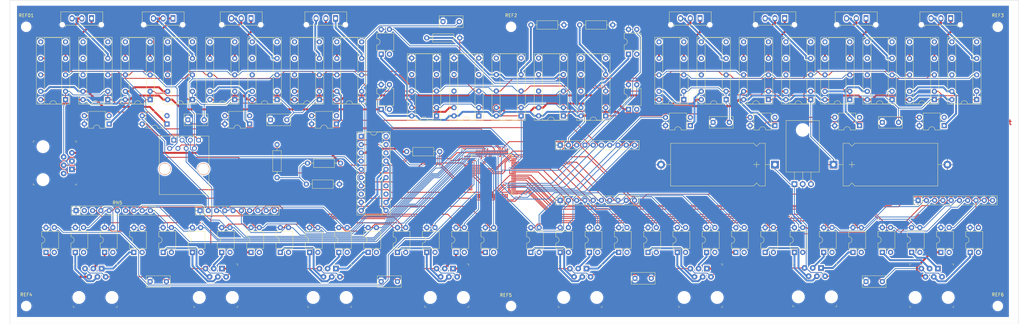
<source format=kicad_pcb>
(kicad_pcb (version 20221018) (generator pcbnew)
  (layers (0 "F.Cu" signal) (31 "B.Cu" signal) (34 "B.Paste" user) (35 "F.Paste" user) (36 "B.SilkS" user "B.Silkscreen") (37 "F.SilkS" user "F.Silkscreen") (38 "B.Mask" user) (39 "F.Mask" user) (44 "Edge.Cuts" user))
  (net 0 "")
  (net 1 "/M7C")
  (net 2 "/M7D")
  (net 3 "/M3B")
  (net 4 "/M3A")
  (net 5 "/XBT7")
  (net 6 "/XBT8")
  (net 7 "Net-(Q1-Pad7)")
  (net 8 "Net-(Q1-Pad8)")
  (net 9 "/MCLR")
  (net 10 "Net-(Q1-Pad10)")
  (net 11 "GND")
  (net 12 "+5V")
  (net 13 "/M6D")
  (net 14 "/M6C")
  (net 15 "/M6B")
  (net 16 "/M6A")
  (net 17 "/M5D")
  (net 18 "/M5C")
  (net 19 "/M8C")
  (net 20 "/M8B")
  (net 21 "/M8A")
  (net 22 "/M5B")
  (net 23 "/M5A")
  (net 24 "/GND_CONT")
  (net 25 "/CAL_RES")
  (net 26 "/CAL_CONT")
  (net 27 "/RLY_RESET")
  (net 28 "Net-(Q1-Pad33)")
  (net 29 "Net-(Q1-Pad34)")
  (net 30 "Net-(Q1-Pad35)")
  (net 31 "Net-(Q1-Pad36)")
  (net 32 "Net-(Q1-Pad39)")
  (net 33 "Net-(Q1-Pad40)")
  (net 34 "Net-(Q1-Pad41)")
  (net 35 "Net-(Q1-Pad42)")
  (net 36 "Net-(Q1-Pad43)")
  (net 37 "Net-(Q1-Pad44)")
  (net 38 "Net-(Q1-Pad45)")
  (net 39 "Net-(Q1-Pad46)")
  (net 40 "/PGD")
  (net 41 "Net-(Q1-Pad49)")
  (net 42 "Net-(Q1-Pad50)")
  (net 43 "/PGC")
  (net 44 "/XBT6")
  (net 45 "/XBT5")
  (net 46 "/XBT4")
  (net 47 "/XBT3")
  (net 48 "/XBT2")
  (net 49 "/XBT1")
  (net 50 "Net-(Q1-Pad59)")
  (net 51 "Net-(Q1-Pad60)")
  (net 52 "Net-(Q1-Pad61)")
  (net 53 "Net-(Q1-Pad62)")
  (net 54 "/M2D")
  (net 55 "/M2C")
  (net 56 "/M2B")
  (net 57 "/M2A")
  (net 58 "/M1D")
  (net 59 "/M1C")
  (net 60 "/M1B")
  (net 61 "/M1A")
  (net 62 "/M4D")
  (net 63 "/M4C")
  (net 64 "/M4B")
  (net 65 "/M4A")
  (net 66 "/M3D")
  (net 67 "/M3C")
  (net 68 "/M7A")
  (net 69 "/M7B")
  (net 70 "Net-(RN5-Pad2)")
  (net 71 "+12V")
  (net 72 "Net-(CONN1-Pad3)")
  (net 73 "Net-(CONN3-Pad1)")
  (net 74 "Net-(CONN3-Pad2)")
  (net 75 "Net-(CONN3-Pad4)")
  (net 76 "Net-(CONN3-Pad5)")
  (net 77 "Net-(U5-Pad1)")
  (net 78 "Net-(U5-Pad11)")
  (net 79 "/TX1")
  (net 80 "Net-(U5-Pad12)")
  (net 81 "Net-(R2-Pad2)")
  (net 82 "Net-(U5-Pad13)")
  (net 83 "/OUT")
  (net 84 "Net-(U5-Pad14)")
  (net 85 "/IN")
  (net 86 "Net-(U5-Pad10)")
  (net 87 "Net-(U5-Pad8)")
  (net 88 "Net-(U5-Pad18)")
  (net 89 "Net-(U5-Pad19)")
  (net 90 "Net-(U5-Pad20)")
  (net 91 "Net-(Q2-Pad1)")
  (net 92 "Net-(Q3-Pad1)")
  (net 93 "Net-(Q4-Pad1)")
  (net 94 "Net-(Q5-Pad1)")
  (net 95 "Net-(Q6-Pad1)")
  (net 96 "Net-(Q7-Pad1)")
  (net 97 "Net-(Q8-Pad1)")
  (net 98 "Net-(Q9-Pad1)")
  (net 99 "Net-(Q10-Pad1)")
  (net 100 "Net-(Q11-Pad1)")
  (net 101 "Net-(CONN21-Pad4)")
  (net 102 "Net-(CONN21-Pad5)")
  (net 103 "Net-(CONN21-Pad2)")
  (net 104 "Net-(CONN21-Pad1)")
  (net 105 "Net-(CONN22-Pad4)")
  (net 106 "Net-(CONN22-Pad5)")
  (net 107 "Net-(CONN22-Pad2)")
  (net 108 "Net-(CONN22-Pad1)")
  (net 109 "Net-(CONN23-Pad4)")
  (net 110 "Net-(CONN23-Pad5)")
  (net 111 "Net-(CONN23-Pad2)")
  (net 112 "Net-(CONN23-Pad1)")
  (net 113 "Net-(CONN10-Pad4)")
  (net 114 "Net-(CONN10-Pad5)")
  (net 115 "Net-(CONN10-Pad2)")
  (net 116 "Net-(CONN10-Pad1)")
  (net 117 "Net-(CONN24-Pad4)")
  (net 118 "Net-(CONN24-Pad5)")
  (net 119 "Net-(CONN24-Pad2)")
  (net 120 "Net-(CONN24-Pad1)")
  (net 121 "Net-(CONN11-Pad4)")
  (net 122 "Net-(CONN11-Pad5)")
  (net 123 "Net-(CONN11-Pad2)")
  (net 124 "Net-(CONN11-Pad1)")
  (net 125 "Net-(CONN12-Pad4)")
  (net 126 "Net-(CONN12-Pad5)")
  (net 127 "Net-(CONN12-Pad2)")
  (net 128 "Net-(CONN12-Pad1)")
  (net 129 "Net-(Q44-Pad1)")
  (net 130 "Net-(Q46-Pad1)")
  (net 131 "Net-(R4-Pad1)")
  (net 132 "Net-(R5-Pad1)")
  (net 133 "Net-(R6-Pad1)")
  (net 134 "/B")
  (net 135 "/C")
  (net 136 "/A")
  (net 137 "Net-(RLY4-Pad8)")
  (net 138 "Net-(RLY5-Pad8)")
  (net 139 "Net-(CONN6-Pad2)")
  (net 140 "Net-(CONN6-Pad1)")
  (net 141 "Net-(CONN6-Pad3)")
  (net 142 "Net-(RLY7-Pad8)")
  (net 143 "Net-(CONN5-Pad2)")
  (net 144 "Net-(CONN5-Pad1)")
  (net 145 "Net-(CONN5-Pad3)")
  (net 146 "Net-(RLY9-Pad8)")
  (net 147 "Net-(CONN4-Pad2)")
  (net 148 "Net-(CONN4-Pad1)")
  (net 149 "Net-(CONN4-Pad3)")
  (net 150 "Net-(RLY11-Pad8)")
  (net 151 "Net-(CONN7-Pad2)")
  (net 152 "Net-(CONN7-Pad1)")
  (net 153 "Net-(CONN7-Pad3)")
  (net 154 "Net-(RLY13-Pad8)")
  (net 155 "Net-(CONN8-Pad2)")
  (net 156 "Net-(CONN8-Pad1)")
  (net 157 "Net-(CONN8-Pad3)")
  (net 158 "Net-(RLY15-Pad8)")
  (net 159 "Net-(CONN9-Pad2)")
  (net 160 "Net-(CONN9-Pad1)")
  (net 161 "Net-(CONN9-Pad3)")
  (net 162 "Net-(RLY17-Pad8)")
  (net 163 "Net-(CONN18-Pad2)")
  (net 164 "Net-(CONN18-Pad1)")
  (net 165 "Net-(CONN18-Pad3)")
  (net 166 "Net-(RLY19-Pad8)")
  (net 167 "Net-(CONN19-Pad2)")
  (net 168 "Net-(CONN19-Pad1)")
  (net 169 "Net-(CONN19-Pad3)")
  (net 170 "Net-(RLY21-Pad8)")
  (net 171 "Net-(CONN1-Pad6)")
  (net 172 "Net-(R7-Pad2)")
  (net 173 "/RX1")
  (net 174 "/M8D")
  (net 175 "Net-(RLY1-Pad7)")
  (net 176 "Net-(RLY1-Pad4)")
  (net 177 "Net-(RLY2-Pad7)")
  (net 178 "Net-(RLY2-Pad8)")
  (net 179 "Net-(RLY2-Pad4)")
  (net 180 "Net-(RLY3-Pad6)")
  (net 181 "Net-(RLY3-Pad5)")
  (net 182 "Net-(RLY4-Pad6)")
  (net 183 "Net-(RLY4-Pad7)")
  (net 184 "Net-(RLY4-Pad5)")
  (net 185 "Net-(RLY5-Pad6)")
  (net 186 "Net-(RLY5-Pad7)")
  (net 187 "Net-(RLY5-Pad5)")
  (net 188 "Net-(RLY6-Pad6)")
  (net 189 "Net-(RLY6-Pad5)")
  (net 190 "Net-(RLY10-Pad10)")
  (net 191 "Net-(RLY7-Pad6)")
  (net 192 "Net-(RLY7-Pad7)")
  (net 193 "Net-(RLY7-Pad5)")
  (net 194 "Net-(RLY8-Pad6)")
  (net 195 "Net-(RLY8-Pad5)")
  (net 196 "Net-(RLY9-Pad6)")
  (net 197 "Net-(RLY9-Pad7)")
  (net 198 "Net-(RLY9-Pad5)")
  (net 199 "Net-(RLY10-Pad6)")
  (net 200 "Net-(RLY10-Pad5)")
  (net 201 "Net-(RLY11-Pad6)")
  (net 202 "Net-(RLY11-Pad7)")
  (net 203 "Net-(RLY11-Pad5)")
  (net 204 "Net-(RLY12-Pad6)")
  (net 205 "Net-(RLY12-Pad5)")
  (net 206 "Net-(RLY13-Pad6)")
  (net 207 "Net-(RLY13-Pad7)")
  (net 208 "Net-(RLY13-Pad5)")
  (net 209 "Net-(RLY14-Pad6)")
  (net 210 "Net-(RLY14-Pad5)")
  (net 211 "Net-(RLY15-Pad6)")
  (net 212 "Net-(RLY15-Pad7)")
  (net 213 "Net-(RLY15-Pad5)")
  (net 214 "Net-(RLY16-Pad6)")
  (net 215 "Net-(RLY16-Pad5)")
  (net 216 "Net-(RLY17-Pad6)")
  (net 217 "Net-(RLY17-Pad7)")
  (net 218 "Net-(RLY17-Pad5)")
  (net 219 "Net-(RLY18-Pad6)")
  (net 220 "Net-(RLY18-Pad5)")
  (net 221 "Net-(RLY19-Pad6)")
  (net 222 "Net-(RLY19-Pad7)")
  (net 223 "Net-(RLY19-Pad5)")
  (net 224 "Net-(RLY20-Pad6)")
  (net 225 "Net-(RLY20-Pad5)")
  (net 226 "Net-(RLY21-Pad6)")
  (net 227 "Net-(RLY21-Pad7)")
  (net 228 "Net-(RLY21-Pad5)")
  (footprint "Capacitors_THT:C_Rect_L7.2mm_W3.5mm_P5.00mm_FKS2_FKP2_MKS2_MKP2" (layer "F.Cu") (at 295.944 59.838 180)
    (fp_text reference "C1" hide)
    (fp_text value "0.1uF" hide)
  )
  (footprint "Capacitors_THT:C_Rect_L7.2mm_W3.5mm_P5.00mm_FKS2_FKP2_MKS2_MKP2" (layer "F.Cu") (at 219.944 107.838 180)
    (fp_text reference "C2" hide)
    (fp_text value "0.1uF" hide)
  )
  (footprint "Capacitors_THT:C_Rect_L7.2mm_W3.5mm_P5.00mm_FKS2_FKP2_MKS2_MKP2" (layer "F.Cu") (at 160.944 28.838 180)
    (fp_text reference "C3" hide)
    (fp_text value "0.1uF" hide)
  )
  (footprint "Capacitors_THT:CP_Axial_L29.0mm_D13.0mm_P35.00mm_Horizontal" (layer "F.Cu") (at 275.944 72.838)
    (fp_text reference "C4" hide)
    (fp_text value "1000uF 25V" hide)
  )
  (footprint "Capacitors_THT:CP_Axial_L29.0mm_D13.0mm_P35.00mm_Horizontal" (layer "F.Cu") (at 257.944 72.838 180)
    (fp_text reference "C5" hide)
    (fp_text value "1000uF 25V" hide)
  )
  (footprint "Capacitors_THT:C_Rect_L7.2mm_W3.5mm_P5.00mm_FKS2_FKP2_MKS2_MKP2" (layer "F.Cu") (at 70.944 108.838 180)
    (fp_text reference "C6" hide)
    (fp_text value "0.1uF" hide)
  )
  (footprint "Capacitors_THT:C_Rect_L7.2mm_W3.5mm_P5.00mm_FKS2_FKP2_MKS2_MKP2" (layer "F.Cu") (at 141.944 108.838 180)
    (fp_text reference "C7" hide)
    (fp_text value "0.1uF" hide)
  )
  (footprint "Capacitors_THT:C_Rect_L7.2mm_W3.5mm_P5.00mm_FKS2_FKP2_MKS2_MKP2" (layer "F.Cu") (at 290.944 108.838 180)
    (fp_text reference "C8" hide)
    (fp_text value "0.1uF" hide)
  )
  (footprint "Capacitors_THT:C_Rect_L7.2mm_W3.5mm_P5.00mm_FKS2_FKP2_MKS2_MKP2" (layer "F.Cu") (at 243.944 59.838 180)
    (fp_text reference "C9" hide)
    (fp_text value "0.1uF" hide)
  )
  (footprint "Capacitors_THT:C_Rect_L7.2mm_W3.5mm_P5.00mm_FKS2_FKP2_MKS2_MKP2" (layer "F.Cu") (at 107.95 59.055 180)
    (fp_text reference "C10" hide)
    (fp_text value "0.1uF" hide)
  )
  (footprint "Capacitors_THT:C_Rect_L7.2mm_W3.5mm_P5.00mm_FKS2_FKP2_MKS2_MKP2" (layer "F.Cu") (at 82.55 59.055 180)
    (fp_text reference "C11" hide)
    (fp_text value "0.1uF" hide)
  )
  (footprint "Housings_QFP:TQFP-80_12x12mm_Pitch0.5mm" (layer "F.Cu") (at 170.944 75.838 -90)
    (fp_text reference "Q1" hide)
    (fp_text value "PIC18F8722-I/PT" hide)
  )
  (footprint "Housings_DIP:DIP-4_W7.62mm" (layer "F.Cu") (at 136.944 38.838 90)
    (fp_text reference "Q2" hide)
    (fp_text value "IRLD024" hide)
  )
  (footprint "Housings_DIP:DIP-4_W7.62mm" (layer "F.Cu") (at 212.944 55.838 90)
    (fp_text reference "Q3" hide)
    (fp_text value "IRLD024" hide)
  )
  (footprint "Housings_DIP:DIP-4_W7.62mm" (layer "F.Cu") (at 212.944 38.838 90)
    (fp_text reference "Q4" hide)
    (fp_text value "IRLD024" hide)
  )
  (footprint "Housings_DIP:DIP-4_W7.62mm" (layer "F.Cu") (at 136.944 55.838 90)
    (fp_text reference "Q5" hide)
    (fp_text value "IRLD024" hide)
  )
  (footprint "Housings_DIP:DIP-4_W7.62mm" (layer "F.Cu") (at 231.944 60.838 180)
    (fp_text reference "Q6" hide)
    (fp_text value "IRLD024" hide)
  )
  (footprint "Housings_DIP:DIP-4_W7.62mm" (layer "F.Cu") (at 123.19 60.325 180)
    (fp_text reference "Q7" hide)
    (fp_text value "IRLD024" hide)
  )
  (footprint "Housings_DIP:DIP-4_W7.62mm" (layer "F.Cu") (at 96.52 60.325 180)
    (fp_text reference "Q8" hide)
    (fp_text value "IRLD024" hide)
  )
  (footprint "Housings_DIP:DIP-4_W7.62mm" (layer "F.Cu") (at 309.944 60.838 180)
    (fp_text reference "Q9" hide)
    (fp_text value "IRLD024" hide)
  )
  (footprint "Housings_DIP:DIP-4_W7.62mm" (layer "F.Cu") (at 283.944 60.838 180)
    (fp_text reference "Q10" hide)
    (fp_text value "IRLD024" hide)
  )
  (footprint "Housings_DIP:DIP-4_W7.62mm" (layer "F.Cu") (at 257.944 60.838 180)
    (fp_text reference "Q11" hide)
    (fp_text value "IRLD024" hide)
  )
  (footprint "Housings_DIP:DIP-4_W7.62mm" (layer "F.Cu") (at 218.944 99.838 90)
    (fp_text reference "Q12" hide)
    (fp_text value "IRLD024" hide)
  )
  (footprint "Housings_DIP:DIP-4_W7.62mm" (layer "F.Cu") (at 227.944 99.838 90)
    (fp_text reference "Q13" hide)
    (fp_text value "IRLD024" hide)
  )
  (footprint "Housings_DIP:DIP-4_W7.62mm" (layer "F.Cu") (at 236.944 99.838 90)
    (fp_text reference "Q14" hide)
    (fp_text value "IRLD024" hide)
  )
  (footprint "Housings_DIP:DIP-4_W7.62mm" (layer "F.Cu") (at 245.944 99.838 90)
    (fp_text reference "Q15" hide)
    (fp_text value "IRLD024" hide)
  )
  (footprint "Housings_DIP:DIP-4_W7.62mm" (layer "F.Cu") (at 182.944 99.838 90)
    (fp_text reference "Q16" hide)
    (fp_text value "IRLD024" hide)
  )
  (footprint "Housings_DIP:DIP-4_W7.62mm" (layer "F.Cu") (at 191.944 99.838 90)
    (fp_text reference "Q17" hide)
    (fp_text value "IRLD024" hide)
  )
  (footprint "Housings_DIP:DIP-4_W7.62mm" (layer "F.Cu") (at 200.944 99.838 90)
    (fp_text reference "Q18" hide)
    (fp_text value "IRLD024" hide)
  )
  (footprint "Housings_DIP:DIP-4_W7.62mm" (layer "F.Cu") (at 209.944 99.838 90)
    (fp_text reference "Q19" hide)
    (fp_text value "IRLD024" hide)
  )
  (footprint "Housings_DIP:DIP-4_W7.62mm" (layer "F.Cu") (at 141.944 99.838 90)
    (fp_text reference "Q20" hide)
    (fp_text value "IRLD024" hide)
  )
  (footprint "Housings_DIP:DIP-4_W7.62mm" (layer "F.Cu") (at 150.944 99.838 90)
    (fp_text reference "Q21" hide)
    (fp_text value "IRLD024" hide)
  )
  (footprint "Housings_DIP:DIP-4_W7.62mm" (layer "F.Cu") (at 159.944 99.838 90)
    (fp_text reference "Q22" hide)
    (fp_text value "IRLD024" hide)
  )
  (footprint "Housings_DIP:DIP-4_W7.62mm" (layer "F.Cu") (at 168.944 99.838 90)
    (fp_text reference "Q23" hide)
    (fp_text value "IRLD024" hide)
  )
  (footprint "Housings_DIP:DIP-4_W7.62mm" (layer "F.Cu") (at 254.944 99.838 90)
    (fp_text reference "Q24" hide)
    (fp_text value "IRLD024" hide)
  )
  (footprint "Housings_DIP:DIP-4_W7.62mm" (layer "F.Cu") (at 263.944 99.838 90)
    (fp_text reference "Q25" hide)
    (fp_text value "IRLD024" hide)
  )
  (footprint "Housings_DIP:DIP-4_W7.62mm" (layer "F.Cu") (at 272.944 99.838 90)
    (fp_text reference "Q26" hide)
    (fp_text value "IRLD024" hide)
  )
  (footprint "Housings_DIP:DIP-4_W7.62mm" (layer "F.Cu") (at 281.944 99.838 90)
    (fp_text reference "Q27" hide)
    (fp_text value "IRLD024" hide)
  )
  (footprint "Housings_DIP:DIP-4_W7.62mm" (layer "F.Cu") (at 308.944 99.838 90)
    (fp_text reference "Q28" hide)
    (fp_text value "IRLD024" hide)
  )
  (footprint "Housings_DIP:DIP-4_W7.62mm" (layer "F.Cu") (at 317.944 99.838 90)
    (fp_text reference "Q29" hide)
    (fp_text value "IRLD024" hide)
  )
  (footprint "Housings_DIP:DIP-4_W7.62mm" (layer "F.Cu") (at 290.944 99.838 90)
    (fp_text reference "Q30" hide)
    (fp_text value "IRLD024" hide)
  )
  (footprint "Housings_DIP:DIP-4_W7.62mm" (layer "F.Cu") (at 299.944 99.838 90)
    (fp_text reference "Q31" hide)
    (fp_text value "IRLD024" hide)
  )
  (footprint "Housings_DIP:DIP-4_W7.62mm" (layer "F.Cu") (at 105.944 99.838 90)
    (fp_text reference "Q32" hide)
    (fp_text value "IRLD024" hide)
  )
  (footprint "Housings_DIP:DIP-4_W7.62mm" (layer "F.Cu") (at 114.944 99.838 90)
    (fp_text reference "Q33" hide)
    (fp_text value "IRLD024" hide)
  )
  (footprint "Housings_DIP:DIP-4_W7.62mm" (layer "F.Cu") (at 123.944 99.838 90)
    (fp_text reference "Q34" hide)
    (fp_text value "IRLD024" hide)
  )
  (footprint "Housings_DIP:DIP-4_W7.62mm" (layer "F.Cu") (at 132.944 99.838 90)
    (fp_text reference "Q35" hide)
    (fp_text value "IRLD024" hide)
  )
  (footprint "Housings_DIP:DIP-4_W7.62mm" (layer "F.Cu") (at 33.944 99.838 90)
    (fp_text reference "Q36" hide)
    (fp_text value "IRLD024" hide)
  )
  (footprint "Housings_DIP:DIP-4_W7.62mm" (layer "F.Cu") (at 42.944 99.838 90)
    (fp_text reference "Q37" hide)
    (fp_text value "IRLD024" hide)
  )
  (footprint "Housings_DIP:DIP-4_W7.62mm" (layer "F.Cu") (at 51.944 99.838 90)
    (fp_text reference "Q38" hide)
    (fp_text value "IRLD024" hide)
  )
  (footprint "Housings_DIP:DIP-4_W7.62mm" (layer "F.Cu") (at 60.944 99.838 90)
    (fp_text reference "Q39" hide)
    (fp_text value "IRLD024" hide)
  )
  (footprint "Housings_DIP:DIP-4_W7.62mm" (layer "F.Cu") (at 69.944 99.838 90)
    (fp_text reference "Q40" hide)
    (fp_text value "IRLD024" hide)
  )
  (footprint "Housings_DIP:DIP-4_W7.62mm" (layer "F.Cu") (at 78.944 99.838 90)
    (fp_text reference "Q41" hide)
    (fp_text value "IRLD024" hide)
  )
  (footprint "Housings_DIP:DIP-4_W7.62mm" (layer "F.Cu") (at 87.944 99.838 90)
    (fp_text reference "Q42" hide)
    (fp_text value "IRLD024" hide)
  )
  (footprint "Housings_DIP:DIP-4_W7.62mm" (layer "F.Cu") (at 96.944 99.838 90)
    (fp_text reference "Q43" hide)
    (fp_text value "IRLD024" hide)
  )
  (footprint "Housings_DIP:DIP-4_W7.62mm" (layer "F.Cu") (at 71.12 60.325 180)
    (fp_text reference "Q44" hide)
    (fp_text value "IRLD024" hide)
  )
  (footprint "Housings_DIP:DIP-4_W7.62mm" (layer "F.Cu") (at 53.34 60.325 180)
    (fp_text reference "Q46" hide)
    (fp_text value "IRLD024" hide)
  )
  (footprint "Resistors_THT:R_Axial_DIN0207_L6.3mm_D2.5mm_P10.16mm_Horizontal" (layer "F.Cu") (at 124.46 72.39 180)
    (fp_text reference "R1")
    (fp_text value "100")
  )
  (footprint "Resistors_THT:R_Axial_DIN0207_L6.3mm_D2.5mm_P10.16mm_Horizontal" (layer "F.Cu") (at 154.944 68.838 180)
    (fp_text reference "R2")
    (fp_text value "470")
  )
  (footprint "Resistors_THT:R_Axial_DIN0207_L6.3mm_D2.5mm_P10.16mm_Horizontal" (layer "F.Cu") (at 113.944 78.838)
    (fp_text reference "R3")
    (fp_text value "47k")
  )
  (footprint "Resistors_THT:R_Axial_DIN0207_L6.3mm_D2.5mm_P10.16mm_Horizontal" (layer "F.Cu") (at 182.944 29.838)
    (fp_text reference "R4")
    (fp_text value "15k")
  )
  (footprint "Resistors_THT:R_Axial_DIN0207_L6.3mm_D2.5mm_P10.16mm_Horizontal" (layer "F.Cu") (at 150.944 33.838)
    (fp_text reference "R5")
    (fp_text value "0")
  )
  (footprint "Resistors_THT:R_Axial_DIN0207_L6.3mm_D2.5mm_P10.16mm_Horizontal" (layer "F.Cu") (at 197.944 29.838)
    (fp_text reference "R6")
    (fp_text value "75k")
  )
  (footprint "Resistors_THT:R_Axial_DIN0207_L6.3mm_D2.5mm_P10.16mm_Horizontal" (layer "F.Cu") (at 104.944 76.838 90)
    (fp_text reference "R7")
    (fp_text value "4.7k")
  )
  (footprint "Resistors_THT:R_Array_SIP10" (layer "F.Cu") (at 191.944 66.838)
    (fp_text reference "RN1")
    (fp_text value "10k" hide)
  )
  (footprint "Resistors_THT:R_Array_SIP10" (layer "F.Cu") (at 301.944 83.838)
    (fp_text reference "RN2")
    (fp_text value "10k" hide)
  )
  (footprint "Resistors_THT:R_Array_SIP10" (layer "F.Cu") (at 191.944 83.838)
    (fp_text reference "RN3")
    (fp_text value "10k" hide)
  )
  (footprint "Resistors_THT:R_Array_SIP10" (layer "F.Cu") (at 81.28 86.995)
    (fp_text reference "RN4")
    (fp_text value "10k" hide)
  )
  (footprint "Housings_DIP:DIP-20_W7.62mm_Socket" (layer "F.Cu") (at 130.81 64.135)
    (fp_text reference "U5" hide)
    (fp_text value "MAX233CPP" hide)
  )
  (footprint "TO_SOT_Packages_THT:TO-220-3_Horizontal" (layer "F.Cu") (at 263.944 78.838)
    (fp_text reference "VR1")
    (fp_text value "LM7805" hide)
  )
  (footprint "Connector_Molex:Molex_Micro-Fit_3.0_43650-0315_1x03_P3.00mm_Vertical" (layer "F.Cu") (at 96.944 27.838 180)
    (fp_text reference "CONN4" hide)
    (fp_text value "Molex_043650-0315" hide)
  )
  (footprint "Connector_Molex:Molex_Micro-Fit_3.0_43650-0315_1x03_P3.00mm_Vertical" (layer "F.Cu") (at 122.944 27.838 180)
    (fp_text reference "CONN5" hide)
    (fp_text value "Molex_043650-0315" hide)
  )
  (footprint "Connector_Molex:Molex_Micro-Fit_3.0_43650-0315_1x03_P3.00mm_Vertical" (layer "F.Cu") (at 234.944 27.838 180)
    (fp_text reference "CONN6" hide)
    (fp_text value "Molex_043650-0315" hide)
  )
  (footprint "Connector_Molex:Molex_Micro-Fit_3.0_43650-0315_1x03_P3.00mm_Vertical" (layer "F.Cu") (at 311.944 27.838 180)
    (fp_text reference "CONN7" hide)
    (fp_text value "Molex_043650-0315" hide)
  )
  (footprint "Connector_Molex:Molex_Micro-Fit_3.0_43650-0315_1x03_P3.00mm_Vertical" (layer "F.Cu") (at 285.944 27.838 180)
    (fp_text reference "CONN8" hide)
    (fp_text value "Molex_043650-0315" hide)
  )
  (footprint "Connector_Molex:Molex_Micro-Fit_3.0_43650-0315_1x03_P3.00mm_Vertical" (layer "F.Cu") (at 260.944 27.838 180)
    (fp_text reference "CONN9" hide)
    (fp_text value "Molex_043650-0315" hide)
  )
  (footprint "Connector_Molex:Molex_Micro-Fit_3.0_43650-0315_1x03_P3.00mm_Vertical" (layer "F.Cu") (at 72.944 27.838 180)
    (fp_text reference "CONN18" hide)
    (fp_text value "Molex_043650-0315" hide)
  )
  (footprint "Connector_Molex:Molex_Micro-Fit_3.0_43650-0315_1x03_P3.00mm_Vertical" (layer "F.Cu") (at 47.944 27.838 180)
    (fp_text reference "CONN19" hide)
    (fp_text value "Molex_043650-0315" hide)
  )
  (footprint "Mounting_Holes:MountingHole_2.5mm" (layer "F.Cu") (at 27.86 30.425)
    (fp_text reference "REF01")
    (fp_text value "MountingHole_2.5mm")
  )
  (footprint "Mounting_Holes:MountingHole_2.5mm" (layer "F.Cu") (at 326.44 116.365)
    (fp_text reference "REF6")
    (fp_text value "MountingHole_2.5mm")
  )
  (footprint "Mounting_Holes:MountingHole_2.5mm" (layer "F.Cu") (at 326.44 30.425)
    (fp_text reference "REF3")
    (fp_text value "MountingHole_2.5mm")
  )
  (footprint "Mounting_Holes:MountingHole_2.5mm" (layer "F.Cu") (at 27.86 116.365)
    (fp_text reference "REF4")
    (fp_text value "MountingHole_2.5mm")
  )
  (footprint "Mounting_Holes:MountingHole_2.5mm" (layer "F.Cu") (at 176.86 30.425)
    (fp_text reference "REF2")
    (fp_text value "MountingHole_2.5mm")
  )
  (footprint "Mounting_Holes:MountingHole_2.5mm" (layer "F.Cu") (at 176.86 116.365)
    (fp_text reference "REF5")
    (fp_text value "MountingHole_2.5mm")
  )
  (footprint "Resistors_THT:R_Array_SIP10" (layer "F.Cu") (at 43.18 86.995)
    (fp_text reference "RN5")
    (fp_text value "10k")
  )
  (footprint "digikey-footprints-AOML:AL_CABLE_CONN" (layer "F.Cu") (at 71.944 67.838)
    (fp_text reference "CONN20")
    (fp_text value "216550-1" hide)
  )
  (footprint "digikey-footprints-AOML:Pickit3_CONN" (layer "F.Cu") (at 41.91 69.215 -90)
    (fp_text reference "CONN1" hide)
    (fp_text value "216548-1" hide)
  )
  (footprint "digikey-footprints-AOML:216548_1_CONN" (layer "F.Cu") (at 45.944 104.838)
    (fp_text reference "CONN11" hide)
    (fp_text value "216548-1" hide)
  )
  (footprint "digikey-footprints-AOML:216548_1_CONN" (layer "F.Cu") (at 82.944 104.838)
    (fp_text reference "CONN12" hide)
    (fp_text value "216548-1" hide)
  )
  (footprint "digikey-footprints-AOML:216548_1_CONN" (layer "F.Cu") (at 153.944 104.838)
    (fp_text reference "CONN23" hide)
    (fp_text value "216548-1" hide)
  )
  (footprint "digikey-footprints-AOML:216548_1_CONN" (layer "F.Cu") (at 117.944 104.838)
    (fp_text reference "CONN24" hide)
    (fp_text value "216548-1" hide)
  )
  (footprint "digikey-footprints-AOML:216548_1_CONN" (layer "F.Cu") (at 302.944 104.838)
    (fp_text reference "CONN3" hide)
    (fp_text value "216548-1" hide)
  )
  (footprint "digikey-footprints-AOML:216548_1_CONN" (layer "F.Cu") (at 267.033 104.648)
    (fp_text reference "CONN10" hide)
    (fp_text value "216548-1" hide)
  )
  (footprint "digikey-footprints-AOML:216548_1_CONN" (layer "F.Cu") (at 231.944 104.838)
    (fp_text reference "CONN21" hide)
    (fp_text value "216548-1" hide)
  )
  (footprint "digikey-footprints-AOML:216548_1_CONN" (layer "F.Cu") (at 194.944 104.838)
    (fp_text reference "CONN22" hide)
    (fp_text value "216548-1" hide)
  )
  (footprint "digikey-footprints-AOML:DIP-10_W7.62mm_Relay_Socket" (layer "F.Cu") (at 153.944 57.838 180)
    (fp_text reference "RLY1" hide)
    (fp_text value "DS2E-SL2-DC5V" hide)
  )
  (footprint "digikey-footprints-AOML:DIP-10_W7.62mm_Relay_Socket" (layer "F.Cu") (at 166.944 57.838 180)
    (fp_text reference "RLY2" hide)
    (fp_text value "DS2E-SL2-DC5V" hide)
  )
  (footprint "digikey-footprints-AOML:DIP-10_W7.62mm_Relay_Socket" (layer "F.Cu") (at 179.944 57.838 180)
    (fp_text reference "RLY3" hide)
    (fp_text value "DS2E-SL2-DC5V" hide)
  )
  (footprint "digikey-footprints-AOML:DIP-10_W7.62mm_Relay_Socket" (layer "F.Cu") (at 192.944 57.838 180)
    (fp_text reference "RLY4" hide)
    (fp_text value "DS2E-SL2-DC5V" hide)
  )
  (footprint "digikey-footprints-AOML:DIP-10_W7.62mm_Relay_Socket" (layer "F.Cu") (at 205.944 57.838 180)
    (fp_text reference "RLY5" hide)
    (fp_text value "DS2E-SL2-DC5V" hide)
  )
  (footprint "digikey-footprints-AOML:DIP-10_W7.62mm_Relay_Socket" (layer "F.Cu") (at 229.944 52.838 180)
    (fp_text reference "RLY6" hide)
    (fp_text value "DS2E-SL2-DC5V" hide)
  )
  (footprint "digikey-footprints-AOML:DIP-10_W7.62mm_Relay_Socket" (layer "F.Cu") (at 242.944 52.838 180)
    (fp_text reference "RLY7" hide)
    (fp_text value "DS2E-SL2-DC5V" hide)
  )
  (footprint "digikey-footprints-AOML:DIP-10_W7.62mm_Relay_Socket" (layer "F.Cu") (at 130.944 52.838 180)
    (fp_text reference "RLY8" hide)
    (fp_text value "DS2E-SL2-DC5V" hide)
  )
  (footprint "digikey-footprints-AOML:DIP-10_W7.62mm_Relay_Socket" (layer "F.Cu") (at 117.944 52.838 180)
    (fp_text reference "RLY9" hide)
    (fp_text value "DS2E-SL2-DC5V" hide)
  )
  (footprint "digikey-footprints-AOML:DIP-10_W7.62mm_Relay_Socket" (layer "F.Cu") (at 91.944 52.838 180)
    (fp_text reference "RLY10" hide)
    (fp_text value "DS2E-SL2-DC5V" hide)
  )
  (footprint "digikey-footprints-AOML:DIP-10_W7.62mm_Relay_Socket" (layer "F.Cu") (at 104.944 52.838 180)
    (fp_text reference "RLY11" hide)
    (fp_text value "DS2E-SL2-DC5V" hide)
  )
  (footprint "digikey-footprints-AOML:DIP-10_W7.62mm_Relay_Socket" (layer "F.Cu") (at 306.944 52.838 180)
    (fp_text reference "RLY12" hide)
    (fp_text value "DS2E-SL2-DC5V" hide)
  )
  (footprint "digikey-footprints-AOML:DIP-10_W7.62mm_Relay_Socket" (layer "F.Cu") (at 319.944 52.838 180)
    (fp_text reference "RLY13" hide)
    (fp_text value "DS2E-SL2-DC5V" hide)
  )
  (footprint "digikey-footprints-AOML:DIP-10_W7.62mm_Relay_Socket" (layer "F.Cu") (at 280.944 52.838 180)
    (fp_text reference "RLY14" hide)
    (fp_text value "DS2E-SL2-DC5V" hide)
  )
  (footprint "digikey-footprints-AOML:DIP-10_W7.62mm_Relay_Socket" (layer "F.Cu") (at 293.944 52.838 180)
    (fp_text reference "RLY15" hide)
    (fp_text value "DS2E-SL2-DC5V" hide)
  )
  (footprint "digikey-footprints-AOML:DIP-10_W7.62mm_Relay_Socket" (layer "F.Cu") (at 255.944 52.838 180)
    (fp_text reference "RLY16" hide)
    (fp_text value "DS2E-SL2-DC5V" hide)
  )
  (footprint "digikey-footprints-AOML:DIP-10_W7.62mm_Relay_Socket" (layer "F.Cu") (at 268.944 52.838 180)
    (fp_text reference "RLY17" hide)
    (fp_text value "DS2E-SL2-DC5V" hide)
  )
  (footprint "digikey-footprints-AOML:DIP-10_W7.62mm_Relay_Socket" (layer "F.Cu") (at 65.944 52.838 180)
    (fp_text reference "RLY18" hide)
    (fp_text value "DS2E-SL2-DC5V" hide)
  )
  (footprint "digikey-footprints-AOML:DIP-10_W7.62mm_Relay_Socket" (layer "F.Cu") (at 78.944 52.838 180)
    (fp_text reference "RLY19" hide)
    (fp_text value "DS2E-SL2-DC5V" hide)
  )
  (footprint "digikey-footprints-AOML:DIP-10_W7.62mm_Relay_Socket" (layer "F.Cu") (at 39.944 52.838 180)
    (fp_text reference "RLY20" hide)
    (fp_text value "DS2E-SL2-DC5V" hide)
  )
  (footprint "digikey-footprints-AOML:DIP-10_W7.62mm_Relay_Socket" (layer "F.Cu") (at 52.944 52.838 180)
    (fp_text reference "RLY21" hide)
    (fp_text value "DS2E-SL2-DC5V" hide)
  )
  (gr_line (start 332.76 121.925) (end 22.86 121.925) (stroke (width 0.1)) (layer "Edge.Cuts"))
  (gr_line (start 22.86 121.925) (end 22.86 22.225) (stroke (width 0.1)) (layer "Edge.Cuts"))
  (gr_line (start 22.86 22.225) (end 332.76 22.225) (stroke (width 0.1)) (layer "Edge.Cuts"))
  (gr_line (start 332.76 22.225) (end 332.76 121.925) (stroke (width 0.1)) (layer "Edge.Cuts"))
  (gr_text "AOML V2.1_Test" (at 321.944 59.838) (layer "F.Cu") (effects (font (size 1.5 1.5) (thickness 0.3))))
  (segment (start 175.694 69.138) (end 175.694 67.963) (width 0.25) (layer "F.Cu") (net 1))
  (segment (start 175.694 67.963) (end 176.0816 67.963) (width 0.25) (layer "F.Cu") (net 1))
  (via (at 176.0816 67.963) (size 0.6) (drill 0.4) (layers "F.Cu" "B.Cu") (net 1))
  (segment (start 60.96 86.995) (end 62.185 86.995) (width 0.25) (layer "B.Cu") (net 1))
  (segment (start 134.5918 95.338) (end 153.0897 76.8401) (width 0.25) (layer "B.Cu") (net 1))
  (segment (start 163.0507 68.6837) (end 175.3609 68.6837) (width 0.25) (layer "B.Cu") (net 1))
  (segment (start 81.8188 85.4802) (end 82.4084 86.0698) (width 0.25) (layer "B.Cu") (net 1))
  (segment (start 62.185 86.7412) (end 63.446 85.4802) (width 0.25) (layer "B.Cu") (net 1))
  (segment (start 89.259 92.0025) (end 89.259 92.218) (width 0.25) (layer "B.Cu") (net 1))
  (segment (start 82.4084 87.8379) (end 84.4814 89.9109) (width 0.25) (layer "B.Cu") (net 1))
  (segment (start 87.1674 89.9109) (end 89.259 92.0025) (width 0.25) (layer "B.Cu") (net 1))
  (segment (start 175.3609 68.6837) (end 176.0816 67.963) (width 0.25) (layer "B.Cu") (net 1))
  (segment (start 63.446 85.4802) (end 81.8188 85.4802) (width 0.25) (layer "B.Cu") (net 1))
  (segment (start 154.8943 76.8401) (end 163.0507 68.6837) (width 0.25) (layer "B.Cu") (net 1))
  (segment (start 84.4814 89.9109) (end 87.1674 89.9109) (width 0.25) (layer "B.Cu") (net 1))
  (segment (start 90.484 92.218) (end 89.259 92.218) (width 0.25) (layer "B.Cu") (net 1))
  (segment (start 91.709 92.218) (end 94.829 95.338) (width 0.25) (layer "B.Cu") (net 1))
  (segment (start 90.484 92.218) (end 91.709 92.218) (width 0.25) (layer "B.Cu") (net 1))
  (segment (start 153.0897 76.8401) (end 154.8943 76.8401) (width 0.25) (layer "B.Cu") (net 1))
  (segment (start 94.829 95.338) (end 134.5918 95.338) (width 0.25) (layer "B.Cu") (net 1))
  (segment (start 82.4084 86.0698) (end 82.4084 87.8379) (width 0.25) (layer "B.Cu") (net 1))
  (segment (start 62.185 86.995) (end 62.185 86.7412) (width 0.25) (layer "B.Cu") (net 1))
  (segment (start 175.194 67.963) (end 175.0609 67.963) (width 0.25) (layer "F.Cu") (net 2))
  (segment (start 58.42 86.995) (end 59.645 86.995) (width 0.25) (layer "F.Cu") (net 2))
  (segment (start 94.8911 88.6204) (end 61.0166 88.6204) (width 0.25) (layer "F.Cu") (net 2))
  (segment (start 175.194 69.138) (end 175.194 67.963) (width 0.25) (layer "F.Cu") (net 2))
  (segment (start 99.484 92.218) (end 98.259 92.218) (width 0.25) (layer "F.Cu") (net 2))
  (segment (start 61.0166 88.6204) (end 59.645 87.2488) (width 0.25) (layer "F.Cu") (net 2))
  (segment (start 98.259 91.9883) (end 94.8911 88.6204) (width 0.25) (layer "F.Cu") (net 2))
  (segment (start 175.0609 67.963) (end 175.0096 67.9117) (width 0.25) (layer "F.Cu") (net 2))
  (segment (start 98.259 92.218) (end 98.259 91.9883) (width 0.25) (layer "F.Cu") (net 2))
  (segment (start 59.645 87.2488) (end 59.645 86.995) (width 0.25) (layer "F.Cu") (net 2))
  (via (at 175.0096 67.9117) (size 0.6) (drill 0.4) (layers "F.Cu" "B.Cu") (net 2))
  (segment (start 110.6046 91.0931) (end 113.6486 94.1371) (width 0.25) (layer "B.Cu") (net 2))
  (segment (start 155.7577 73.5512) (end 155.7577 72.9671) (width 0.25) (layer "B.Cu") (net 2))
  (segment (start 99.484 92.218) (end 100.709 92.218) (width 0.25) (layer "B.Cu") (net 2))
  (segment (start 153.7768 73.8881) (end 155.4208 73.8881) (width 0.25) (layer "B.Cu") (net 2))
  (segment (start 100.709 92.218) (end 101.8339 91.0931) (width 0.25) (layer "B.Cu") (net 2))
  (segment (start 161.3766 67.3482) (end 174.4461 67.3482) (width 0.25) (layer "B.Cu") (net 2))
  (segment (start 138.8666 88.7983) (end 153.7768 73.8881) (width 0.25) (layer "B.Cu") (net 2))
  (segment (start 174.4461 67.3482) (end 175.0096 67.9117) (width 0.25) (layer "B.Cu") (net 2))
  (segment (start 155.7577 72.9671) (end 161.3766 67.3482) (width 0.25) (layer "B.Cu") (net 2))
  (segment (start 155.4208 73.8881) (end 155.7577 73.5512) (width 0.25) (layer "B.Cu") (net 2))
  (segment (start 113.6486 94.1371) (end 127.3482 94.1371) (width 0.25) (layer "B.Cu") (net 2))
  (segment (start 132.687 88.7983) (end 138.8666 88.7983) (width 0.25) (layer "B.Cu") (net 2))
  (segment (start 101.8339 91.0931) (end 110.6046 91.0931) (width 0.25) (layer "B.Cu") (net 2))
  (segment (start 127.3482 94.1371) (end 132.687 88.7983) (width 0.25) (layer "B.Cu") (net 2))
  (segment (start 174.694 69.138) (end 174.694 70.313) (width 0.25) (layer "F.Cu") (net 3))
  (segment (start 174.3955 70.313) (end 174.298 70.4105) (width 0.25) (layer "F.Cu") (net 3))
  (segment (start 174.694 70.313) (end 174.3955 70.313) (width 0.25) (layer "F.Cu") (net 3))
  (via (at 174.298 70.4105) (size 0.6) (drill 0.4) (layers "F.Cu" "B.Cu") (net 3))
  (segment (start 203.8641 81.5118) (end 205.914 83.5617) (width 0.25) (layer "B.Cu") (net 3))
  (segment (start 213.489 83.838) (end 213.489 83.6037) (width 0.25) (layer "B.Cu") (net 3))
  (segment (start 188.2321 83.4346) (end 190.1549 81.5118) (width 0.25) (layer "B.Cu") (net 3))
  (segment (start 173.8679 79.222) (end 178.0805 83.4346) (width 0.25) (layer "B.Cu") (net 3))
  (segment (start 211.1813 84.9207) (end 212.264 83.838) (width 0.25) (layer "B.Cu") (net 3))
  (segment (start 214.3357 82.757) (end 220.0518 82.757) (width 0.25) (layer "B.Cu") (net 3))
  (segment (start 190.1549 81.5118) (end 203.8641 81.5118) (width 0.25) (layer "B.Cu") (net 3))
  (segment (start 213.489 83.6037) (end 214.3357 82.757) (width 0.25) (layer "B.Cu") (net 3))
  (segment (start 229.259 91.9642) (end 229.259 92.218) (width 0.25) (layer "B.Cu") (net 3))
  (segment (start 230.484 92.218) (end 229.259 92.218) (width 0.25) (layer "B.Cu") (net 3))
  (segment (start 174.298 70.4105) (end 173.8679 70.8406) (width 0.25) (layer "B.Cu") (net 3))
  (segment (start 205.914 84.1531) (end 206.6816 84.9207) (width 0.25) (layer "B.Cu") (net 3))
  (segment (start 178.0805 83.4346) (end 188.2321 83.4346) (width 0.25) (layer "B.Cu") (net 3))
  (segment (start 220.0518 82.757) (end 229.259 91.9642) (width 0.25) (layer "B.Cu") (net 3))
  (segment (start 173.8679 70.8406) (end 173.8679 79.222) (width 0.25) (layer "B.Cu") (net 3))
  (segment (start 206.6816 84.9207) (end 211.1813 84.9207) (width 0.25) (layer "B.Cu") (net 3))
  (segment (start 205.914 83.5617) (end 205.914 84.1531) (width 0.25) (layer "B.Cu") (net 3))
  (segment (start 212.264 83.838) (end 213.489 83.838) (width 0.25) (layer "B.Cu") (net 3))
  (segment (start 213.7583 82.613) (end 198.294 67.1487) (width 0.25) (layer "F.Cu") (net 4))
  (segment (start 176.3162 65.7562) (end 174.194 67.8784) (width 0.25) (layer "F.Cu") (net 4))
  (segment (start 198.294 67.1487) (end 198.294 66.5661) (width 0.25) (layer "F.Cu") (net 4))
  (segment (start 198.294 66.5661) (end 197.4841 65.7562) (width 0.25) (layer "F.Cu") (net 4))
  (segment (start 197.4841 65.7562) (end 176.3162 65.7562) (width 0.25) (layer "F.Cu") (net 4))
  (segment (start 214.804 83.838) (end 214.804 82.613) (width 0.25) (layer "F.Cu") (net 4))
  (segment (start 174.194 69.138) (end 174.194 67.8784) (width 0.25) (layer "F.Cu") (net 4))
  (segment (start 214.804 82.613) (end 213.7583 82.613) (width 0.25) (layer "F.Cu") (net 4))
  (segment (start 215.554 85.063) (end 214.804 85.063) (width 0.25) (layer "B.Cu") (net 4))
  (segment (start 221.484 90.993) (end 215.554 85.063) (width 0.25) (layer "B.Cu") (net 4))
  (segment (start 221.484 92.218) (end 221.484 90.993) (width 0.25) (layer "B.Cu") (net 4))
  (segment (start 214.804 83.838) (end 214.804 85.063) (width 0.25) (layer "B.Cu") (net 4))
  (segment (start 46.945 57.785) (end 48.0601 56.6699) (width 0.25) (layer "F.Cu") (net 5))
  (segment (start 173.694 69.138) (end 173.694 70.313) (width 0.25) (layer "F.Cu") (net 5))
  (segment (start 48.0601 56.6699) (end 65.4315 56.6699) (width 0.25) (layer "F.Cu") (net 5))
  (segment (start 173.694 70.313) (end 172.9863 70.313) (width 0.25) (layer "F.Cu") (net 5))
  (segment (start 45.72 57.785) (end 46.945 57.785) (width 0.25) (layer "F.Cu") (net 5))
  (segment (start 172.9863 70.313) (end 172.8809 70.4184) (width 0.25) (layer "F.Cu") (net 5))
  (segment (start 167.6409 61.8436) (end 173.694 67.8967) (width 0.25) (layer "F.Cu") (net 5))
  (segment (start 173.694 67.8967) (end 173.694 69.138) (width 0.25) (layer "F.Cu") (net 5))
  (segment (start 70.6052 61.8436) (end 167.6409 61.8436) (width 0.25) (layer "F.Cu") (net 5))
  (segment (start 65.4315 56.6699) (end 70.6052 61.8436) (width 0.25) (layer "F.Cu") (net 5))
  (via (at 172.8809 70.4184) (size 0.6) (drill 0.4) (layers "F.Cu" "B.Cu") (net 5))
  (segment (start 184.9856 93.3088) (end 184.2317 92.5549) (width 0.25) (layer "B.Cu") (net 5))
  (segment (start 193.0194 86.5276) (end 193.0194 92.6635) (width 0.25) (layer "B.Cu") (net 5))
  (segment (start 194.484 83.838) (end 194.484 85.063) (width 0.25) (layer "B.Cu") (net 5))
  (segment (start 194.484 85.063) (end 193.0194 86.5276) (width 0.25) (layer "B.Cu") (net 5))
  (segment (start 184.2317 92.5549) (end 184.2317 91.7555) (width 0.25) (layer "B.Cu") (net 5))
  (segment (start 192.3741 93.3088) (end 184.9856 93.3088) (width 0.25) (layer "B.Cu") (net 5))
  (segment (start 184.2317 91.7555) (end 172.8809 80.4047) (width 0.25) (layer "B.Cu") (net 5))
  (segment (start 172.8809 80.4047) (end 172.8809 70.4184) (width 0.25) (layer "B.Cu") (net 5))
  (segment (start 193.0194 92.6635) (end 192.3741 93.3088) (width 0.25) (layer "B.Cu") (net 5))
  (segment (start 173.194 67.963) (end 170.4943 65.2633) (width 0.25) (layer "F.Cu") (net 6))
  (segment (start 170.4943 65.2633) (end 100.7195 65.2633) (width 0.25) (layer "F.Cu") (net 6))
  (segment (start 63.5 57.785) (end 64.725 57.785) (width 0.25) (layer "F.Cu") (net 6))
  (segment (start 173.194 69.138) (end 173.194 67.963) (width 0.25) (layer "F.Cu") (net 6))
  (segment (start 98.9561 63.4999) (end 70.4399 63.4999) (width 0.25) (layer "F.Cu") (net 6))
  (segment (start 100.7195 65.2633) (end 98.9561 63.4999) (width 0.25) (layer "F.Cu") (net 6))
  (segment (start 70.4399 63.4999) (end 64.725 57.785) (width 0.25) (layer "F.Cu") (net 6))
  (segment (start 63.7297 59.01) (end 63.5 59.01) (width 0.25) (layer "B.Cu") (net 6))
  (segment (start 70.4304 65.7107) (end 63.7297 59.01) (width 0.25) (layer "B.Cu") (net 6))
  (segment (start 83.82 86.995) (end 83.82 82.6836) (width 0.25) (layer "B.Cu") (net 6))
  (segment (start 63.5 57.785) (end 63.5 59.01) (width 0.25) (layer "B.Cu") (net 6))
  (segment (start 83.82 82.6836) (end 70.4304 69.294) (width 0.25) (layer "B.Cu") (net 6))
  (segment (start 70.4304 69.294) (end 70.4304 65.7107) (width 0.25) (layer "B.Cu") (net 6))
  (segment (start 148.3111 67.1117) (end 170.8427 67.1117) (width 0.25) (layer "F.Cu") (net 9))
  (segment (start 171.694 69.138) (end 171.694 67.963) (width 0.25) (layer "F.Cu") (net 9))
  (segment (start 114.3 72.39) (end 115.525 72.39) (width 0.25) (layer "F.Cu") (net 9))
  (segment (start 126.616 73.025) (end 142.3978 73.025) (width 0.25) (layer "F.Cu") (net 9))
  (segment (start 115.525 72.39) (end 116.6047 73.4697) (width 0.25) (layer "F.Cu") (net 9))
  (segment (start 142.3978 73.025) (end 148.3111 67.1117) (width 0.25) (layer "F.Cu") (net 9))
  (segment (start 126.1713 73.4697) (end 126.616 73.025) (width 0.25) (layer "F.Cu") (net 9))
  (segment (start 170.8427 67.1117) (end 171.694 67.963) (width 0.25) (layer "F.Cu") (net 9))
  (segment (start 116.6047 73.4697) (end 126.1713 73.4697) (width 0.25) (layer "F.Cu") (net 9))
  (segment (start 104.944 76.838) (end 111.944 76.838) (width 0.25) (layer "B.Cu") (net 9))
  (segment (start 111.944 73.521) (end 113.075 72.39) (width 0.25) (layer "B.Cu") (net 9))
  (segment (start 111.944 76.838) (end 111.944 73.521) (width 0.25) (layer "B.Cu") (net 9))
  (segment (start 114.3 72.39) (end 113.075 72.39) (width 0.25) (layer "B.Cu") (net 9))
  (segment (start 111.944 76.838) (end 113.944 78.838) (width 0.25) (layer "B.Cu") (net 9))
  (segment (start 190.719 83.838) (end 182.969 76.088) (width 0.25) (layer "F.Cu") (net 11))
  (segment (start 161.104 40.058) (end 161.104 33.838) (width 0.25) (layer "F.Cu") (net 11))
  (segment (start 134.169 92.218) (end 134.169 91.9865) (width 0.25) (layer "F.Cu") (net 11))
  (segment (start 58.6047 93.3323) (end 54.0619 93.3323) (width 0.25) (layer "F.Cu") (net 11))
  (segment (start 105.944 92.218) (end 107.169 92.218) (width 0.25) (layer "F.Cu") (net 11))
  (segment (start 134.169 91.9865) (end 135.0128 91.1427) (width 0.25) (layer "F.Cu") (net 11))
  (segment (start 64.725 60.325) (end 68.3448 63.9448) (width 0.25) (layer "F.Cu") (net 11))
  (segment (start 114.944 92.218) (end 113.719 92.218) (width 0.25) (layer "F.Cu") (net 11))
  (segment (start 177.644 76.088) (end 176.469 76.088) (width 0.25) (layer "F.Cu") (net 11))
  (segment (start 63.5 60.325) (end 64.725 60.325) (width 0.25) (layer "F.Cu") (net 11))
  (segment (start 108.0339 91.137) (end 112.638 91.137) (width 0.25) (layer "F.Cu") (net 11))
  (segment (start 90.0212 91.1421) (end 89.169 91.9943) (width 0.25) (layer "F.Cu") (net 11))
  (segment (start 125.169 92.218) (end 125.169 92.4547) (width 0.25) (layer "F.Cu") (net 11))
  (segment (start 54.0619 93.3323) (end 53.169 92.4394) (width 0.25) (layer "F.Cu") (net 11))
  (segment (start 184.169 91.9729) (end 185.0263 91.1156) (width 0.25) (layer "F.Cu") (net 11))
  (segment (start 228.5565 92.218) (end 227.944 92.218) (width 0.25) (layer "F.Cu") (net 11))
  (segment (start 170.694 69.138) (end 170.694 70.4267) (width 0.25) (layer "F.Cu") (net 11))
  (segment (start 171.194 81.363) (end 165.919 76.088) (width 0.25) (layer "F.Cu") (net 11))
  (segment (start 95.719 92.218) (end 94.6431 91.1421) (width 0.25) (layer "F.Cu") (net 11))
  (segment (start 135.0128 91.1427) (end 139.6437 91.1427) (width 0.25) (layer "F.Cu") (net 11))
  (segment (start 163.069 73.588) (end 163.069 75.7719) (width 0.25) (layer "F.Cu") (net 11))
  (segment (start 163.3851 76.088) (end 164.244 76.088) (width 0.25) (layer "F.Cu") (net 11))
  (segment (start 167.5327 73.588) (end 164.244 73.588) (width 0.25) (layer "F.Cu") (net 11))
  (segment (start 51.944 92.218) (end 53.169 92.218) (width 0.25) (layer "F.Cu") (net 11))
  (segment (start 165.919 76.088) (end 164.244 76.088) (width 0.25) (layer "F.Cu") (net 11))
  (segment (start 191.944 83.838) (end 190.719 83.838) (width 0.25) (layer "F.Cu") (net 11))
  (segment (start 163.069 75.7719) (end 163.3851 76.088) (width 0.25) (layer "F.Cu") (net 11))
  (segment (start 132.944 92.218) (end 131.719 92.218) (width 0.25) (layer "F.Cu") (net 11))
  (segment (start 182.944 92.218) (end 184.169 92.218) (width 0.25) (layer "F.Cu") (net 11))
  (segment (start 125.169 92.4547) (end 126.0179 93.3036) (width 0.25) (layer "F.Cu") (net 11))
  (segment (start 189.6166 91.1156) (end 190.719 92.218) (width 0.25) (layer "F.Cu") (net 11))
  (segment (start 290.944 92.218) (end 290.5365 92.218) (width 0.25) (layer "F.Cu") (net 11))
  (segment (start 89.169 91.9943) (end 89.169 92.218) (width 0.25) (layer "F.Cu") (net 11))
  (segment (start 59.719 92.218) (end 58.6047 93.3323) (width 0.25) (layer "F.Cu") (net 11))
  (segment (start 130.6334 93.3036) (end 131.719 92.218) (width 0.25) (layer "F.Cu") (net 11))
  (segment (start 176.469 76.088) (end 171.194 81.363) (width 0.25) (layer "F.Cu") (net 11))
  (segment (start 191.944 92.218) (end 190.719 92.218) (width 0.25) (layer "F.Cu") (net 11))
  (segment (start 123.944 92.218) (end 125.169 92.218) (width 0.25) (layer "F.Cu") (net 11))
  (segment (start 88.9 60.325) (end 78.82 60.325) (width 0.25) (layer "F.Cu") (net 11))
  (segment (start 161.104 40.058) (end 159.324 40.058) (width 0.25) (layer "F.Cu") (net 11))
  (segment (start 171.194 82.538) (end 171.194 81.363) (width 0.25) (layer "F.Cu") (net 11))
  (segment (start 78.82 60.325) (end 77.55 59.055) (width 0.25) (layer "F.Cu") (net 11))
  (segment (start 107.169 92.218) (end 107.169 92.0019) (width 0.25) (layer "F.Cu") (net 11))
  (segment (start 107.169 92.0019) (end 108.0339 91.137) (width 0.25) (layer "F.Cu") (net 11))
  (segment (start 79.4808 63.9448) (end 80.834 65.298) (width 0.25) (layer "F.Cu") (net 11))
  (segment (start 238.944 59.838) (end 238.8157 59.7097) (width 0.25) (layer "F.Cu") (net 11))
  (segment (start 68.3448 63.9448) (end 79.4808 63.9448) (width 0.25) (layer "F.Cu") (net 11))
  (segment (start 60.944 92.218) (end 59.719 92.218) (width 0.25) (layer "F.Cu") (net 11))
  (segment (start 185.0263 91.1156) (end 189.6166 91.1156) (width 0.25) (layer "F.Cu") (net 11))
  (segment (start 126.0179 93.3036) (end 130.6334 93.3036) (width 0.25) (layer "F.Cu") (net 11))
  (segment (start 184.169 92.218) (end 184.169 91.9729) (width 0.25) (layer "F.Cu") (net 11))
  (segment (start 87.944 92.218) (end 89.169 92.218) (width 0.25) (layer "F.Cu") (net 11))
  (segment (start 112.638 91.137) (end 113.719 92.218) (width 0.25) (layer "F.Cu") (net 11))
  (segment (start 132.944 92.218) (end 134.169 92.218) (width 0.25) (layer "F.Cu") (net 11))
  (segment (start 170.694 70.4267) (end 167.5327 73.588) (width 0.25) (layer "F.Cu") (net 11))
  (segment (start 96.944 92.218) (end 95.719 92.218) (width 0.25) (layer "F.Cu") (net 11))
  (segment (start 182.969 76.088) (end 177.644 76.088) (width 0.25) (layer "F.Cu") (net 11))
  (segment (start 139.6437 91.1427) (end 140.719 92.218) (width 0.25) (layer "F.Cu") (net 11))
  (segment (start 164.244 73.588) (end 163.069 73.588) (width 0.25) (layer "F.Cu") (net 11))
  (segment (start 53.169 92.4394) (end 53.169 92.218) (width 0.25) (layer "F.Cu") (net 11))
  (segment (start 94.6431 91.1421) (end 90.0212 91.1421) (width 0.25) (layer "F.Cu") (net 11))
  (segment (start 141.944 92.218) (end 140.719 92.218) (width 0.25) (layer "F.Cu") (net 11))
  (segment (start 171.1932 55.298) (end 171.1932 55.6879) (width 0.25) (layer "F.Cu") (net 12))
  (segment (start 78.944 52.838) (end 77.719 52.838) (width 0.25) (layer "F.Cu") (net 12))
  (segment (start 143.8005 78.15) (end 133.26 78.15) (width 0.25) (layer "F.Cu") (net 12))
  (segment (start 103.719 52.838) (end 102.6417 53.9153) (width 0.25) (layer "F.Cu") (net 12))
  (segment (start 318.719 52.838) (end 317.494 51.613) (width 0.25) (layer "F.Cu") (net 12))
  (segment (start 242.944 50.298) (end 244.169 50.298) (width 0.25) (layer "F.Cu") (net 12))
  (segment (start 169.694 80.863) (end 169.694 82.538) (width 0.25) (layer "F.Cu") (net 12))
  (segment (start 65.944 52.838) (end 64.719 52.838) (width 0.25) (layer "F.Cu") (net 12))
  (segment (start 94.2463 53.9153) (end 93.169 52.838) (width 0.25) (layer "F.Cu") (net 12))
  (segment (start 199.7368 56.4091) (end 195.2801 56.4091) (width 0.25) (layer "F.Cu") (net 12))
  (segment (start 280.944 50.298) (end 279.719 50.298) (width 0.25) (layer "F.Cu") (net 12))
  (segment (start 171.9316 56.4263) (end 172.6628 56.4263) (width 0.25) (layer "F.Cu") (net 12))
  (segment (start 255.944 52.838) (end 257.169 52.838) (width 0.25) (layer "F.Cu") (net 12))
  (segment (start 67.169 50.298) (end 67.7444 50.8734) (width 0.25) (layer "F.Cu") (net 12))
  (segment (start 164.244 76.588) (end 163.069 76.588) (width 0.25) (layer "F.Cu") (net 12))
  (segment (start 166.944 55.298) (end 166.944 57.838) (width 0.25) (layer "F.Cu") (net 12))
  (segment (start 177.644 75.588) (end 176.469 75.588) (width 0.25) (layer "F.Cu") (net 12))
  (segment (start 268.944 50.298) (end 267.719 50.298) (width 0.25) (layer "F.Cu") (net 12))
  (segment (start 269.644 77.513) (end 269.024 77.513) (width 0.25) (layer "F.Cu") (net 12))
  (segment (start 257.169 50.298) (end 258.439 51.568) (width 0.25) (layer "F.Cu") (net 12))
  (segment (start 162.6605 73.088) (end 161.9097 72.3372) (width 0.25) (layer "F.Cu") (net 12))
  (segment (start 309.394 51.613) (end 308.169 52.838) (width 0.25) (layer "F.Cu") (net 12))
  (segment (start 200.8479 55.298) (end 199.7368 56.4091) (width 0.25) (layer "F.Cu") (net 12))
  (segment (start 104.944 52.838) (end 103.719 52.838) (width 0.25) (layer "F.Cu") (net 12))
  (segment (start 171.1932 55.6879) (end 171.9316 56.4263) (width 0.25) (layer "F.Cu") (net 12))
  (segment (start 171.1932 54.8947) (end 171.1932 55.298) (width 0.25) (layer "F.Cu") (net 12))
  (segment (start 161.9097 72.3372) (end 149.6133 72.3372) (width 0.25) (layer "F.Cu") (net 12))
  (segment (start 52.944 50.298) (end 52.944 52.838) (width 0.25) (layer "F.Cu") (net 12))
  (segment (start 178.719 55.298) (end 177.6437 54.2227) (width 0.25) (layer "F.Cu") (net 12))
  (segment (start 271.2663 49.2007) (end 278.6217 49.2007) (width 0.25) (layer "F.Cu") (net 12))
  (segment (start 70.3787 50.8734) (end 71.1183 51.613) (width 0.25) (layer "F.Cu") (net 12))
  (segment (start 192.944 57.838) (end 194.169 57.838) (width 0.25) (layer "F.Cu") (net 12))
  (segment (start 195.2801 56.4091) (end 194.169 57.5202) (width 0.25) (layer "F.Cu") (net 12))
  (segment (start 63.6313 53.9257) (end 64.719 52.838) (width 0.25) (layer "F.Cu") (net 12))
  (segment (start 54.169 52.838) (end 55.2567 53.9257) (width 0.25) (layer "F.Cu") (net 12))
  (segment (start 269.024 78.838) (end 269.024 77.513) (width 0.25) (layer "F.Cu") (net 12))
  (segment (start 258.439 51.568) (end 257.169 52.838) (width 0.25) (layer "F.Cu") (net 12))
  (segment (start 117.944 52.838) (end 119.169 52.838) (width 0.25) (layer "F.Cu") (net 12))
  (segment (start 255.944 50.298) (end 257.169 50.298) (width 0.25) (layer "F.Cu") (net 12))
  (segment (start 319.944 52.838) (end 318.719 52.838) (width 0.25) (layer "F.Cu") (net 12))
  (segment (start 76.494 51.613) (end 77.719 52.838) (width 0.25) (layer "F.Cu") (net 12))
  (segment (start 176.4409 75.5599) (end 176.4409 73.9944) (width 0.25) (layer "F.Cu") (net 12))
  (segment (start 162.6605 73.088) (end 162.6605 76.1795) (width 0.25) (layer "F.Cu") (net 12))
  (segment (start 162.6605 76.1795) (end 163.069 76.588) (width 0.25) (layer "F.Cu") (net 12))
  (segment (start 258.439 51.568) (end 266.449 51.568) (width 0.25) (layer "F.Cu") (net 12))
  (segment (start 253.6437 51.3733) (end 254.719 50.298) (width 0.25) (layer "F.Cu") (net 12))
  (segment (start 130.944 52.838) (end 129.719 52.838) (width 0.25) (layer "F.Cu") (net 12))
  (segment (start 65.944 50.298) (end 67.169 50.298) (width 0.25) (layer "F.Cu") (net 12))
  (segment (start 278.6217 49.2007) (end 279.719 50.298) (width 0.25) (layer "F.Cu") (net 12))
  (segment (start 223.1378 57.838) (end 223.7532 57.2226) (width 0.25) (layer "F.Cu") (net 12))
  (segment (start 164.244 73.088) (end 167.419 73.088) (width 0.25) (layer "F.Cu") (net 12))
  (segment (start 55.2567 53.9257) (end 63.6313 53.9257) (width 0.25) (layer "F.Cu") (net 12))
  (segment (start 170.194 70.313) (end 167.419 73.088) (width 0.25) (layer "F.Cu") (net 12))
  (segment (start 102.6417 53.9153) (end 94.2463 53.9153) (width 0.25) (layer "F.Cu") (net 12))
  (segment (start 149.6133 72.3372) (end 143.8005 78.15) (width 0.25) (layer "F.Cu") (net 12))
  (segment (start 255.944 50.298) (end 254.719 50.298) (width 0.25) (layer "F.Cu") (net 12))
  (segment (start 266.449 51.568) (end 267.719 52.838) (width 0.25) (layer "F.Cu") (net 12))
  (segment (start 165.419 76.588) (end 169.694 80.863) (width 0.25) (layer "F.Cu") (net 12))
  (segment (start 91.944 52.838) (end 93.169 52.838) (width 0.25) (layer "F.Cu") (net 12))
  (segment (start 309.394 51.523) (end 308.169 50.298) (width 0.25) (layer "F.Cu") (net 12))
  (segment (start 164.244 76.588) (end 165.419 76.588) (width 0.25) (layer "F.Cu") (net 12))
  (segment (start 309.394 51.613) (end 309.394 51.523) (width 0.25) (layer "F.Cu") (net 12))
  (segment (start 130.81 79.375) (end 132.035 79.375) (width 0.25) (layer "F.Cu") (net 12))
  (segment (start 170.194 69.138) (end 170.194 70.313) (width 0.25) (layer "F.Cu") (net 12))
  (segment (start 205.944 57.838) (end 223.1378 57.838) (width 0.25) (layer "F.Cu") (net 12))
  (segment (start 306.944 50.298) (end 308.169 50.298) (width 0.25) (layer "F.Cu") (net 12))
  (segment (start 164.244 73.088) (end 162.6605 73.088) (width 0.25) (layer "F.Cu") (net 12))
  (segment (start 245.2443 51.3733) (end 253.6437 51.3733) (width 0.25) (layer "F.Cu") (net 12))
  (segment (start 195.2801 56.4091) (end 194.169 55.298) (width 0.25) (layer "F.Cu") (net 12))
  (segment (start 194.169 57.5202) (end 194.169 57.838) (width 0.25) (layer "F.Cu") (net 12))
  (segment (start 67.7444 50.8734) (end 70.3787 50.8734) (width 0.25) (layer "F.Cu") (net 12))
  (segment (start 128.594 53.963) (end 129.719 52.838) (width 0.25) (layer "F.Cu") (net 12))
  (segment (start 174.0745 57.838) (end 179.944 57.838) (width 0.25) (layer "F.Cu") (net 12))
  (segment (start 119.169 52.838) (end 120.294 53.963) (width 0.25) (layer "F.Cu") (net 12))
  (segment (start 120.294 53.963) (end 128.594 53.963) (width 0.25) (layer "F.Cu") (net 12))
  (segment (start 172.6628 56.4263) (end 174.0745 57.838) (width 0.25) (layer "F.Cu") (net 12))
  (segment (start 205.944 55.298) (end 200.8479 55.298) (width 0.25) (layer "F.Cu") (net 12))
  (segment (start 317.494 51.613) (end 309.394 51.613) (width 0.25) (layer "F.Cu") (net 12))
  (segment (start 176.469 75.588) (end 176.4409 75.5599) (width 0.25) (layer "F.Cu") (net 12))
  (segment (start 171.8652 54.2227) (end 171.1932 54.8947) (width 0.25) (layer "F.Cu") (net 12))
  (segment (start 166.944 55.298) (end 171.1932 55.298) (width 0.25) (layer "F.Cu") (net 12))
  (segment (start 150.259 52.838) (end 152.719 55.298) (width 0.25) (layer "F.Cu") (net 12))
  (segment (start 306.944 52.838) (end 308.169 52.838) (width 0.25) (layer "F.Cu") (net 12))
  (segment (start 192.944 55.298) (end 194.169 55.298) (width 0.25) (layer "F.Cu") (net 12))
  (segment (start 52.944 52.838) (end 54.169 52.838) (width 0.25) (layer "F.Cu") (net 12))
  (segment (start 266.449 51.568) (end 267.719 50.298) (width 0.25) (layer "F.Cu") (net 12))
  (segment (start 39.944 50.298) (end 39.944 52.838) (width 0.25) (layer "F.Cu") (net 12))
  (segment (start 241.3286 57.2226) (end 243.944 59.838) (width 0.25) (layer "F.Cu") (net 12))
  (segment (start 177.6437 54.2227) (end 171.8652 54.2227) (width 0.25) (layer "F.Cu") (net 12))
  (segment (start 71.1183 51.613) (end 76.494 51.613) (width 0.25) (layer "F.Cu") (net 12))
  (segment (start 244.169 50.298) (end 245.2443 51.3733) (width 0.25) (layer "F.Cu") (net 12))
  (segment (start 133.26 78.15) (end 132.035 79.375) (width 0.25) (layer "F.Cu") (net 12))
  (segment (start 268.944 50.298) (end 270.169 50.298) (width 0.25) (layer "F.Cu") (net 12))
  (segment (start 270.169 50.298) (end 271.2663 49.2007) (width 0.25) (layer "F.Cu") (net 12))
  (segment (start 275.944 72.838) (end 274.319 72.838) (width 0.25) (layer "F.Cu") (net 12))
  (segment (start 130.944 52.838) (end 150.259 52.838) (width 0.25) (layer "F.Cu") (net 12))
  (segment (start 179.944 55.298) (end 178.719 55.298) (width 0.25) (layer "F.Cu") (net 12))
  (segment (start 223.7532 57.2226) (end 241.3286 57.2226) (width 0.25) (layer "F.Cu") (net 12))
  (segment (start 153.944 55.298) (end 152.719 55.298) (width 0.25) (layer "F.Cu") (net 12))
  (segment (start 274.319 72.838) (end 269.644 77.513) (width 0.25) (layer "F.Cu") (net 12))
  (segment (start 268.944 52.838) (end 267.719 52.838) (width 0.25) (layer "F.Cu") (net 12))
  (via (at 176.4409 73.9944) (size 0.6) (drill 0.4) (layers "F.Cu" "B.Cu") (net 12))
  (segment (start 165.719 55.298) (end 164.6316 54.2106) (width 0.25) (layer "B.Cu") (net 12))
  (segment (start 292.719 52.838) (end 292.0429 52.1619) (width 0.25) (layer "B.Cu") (net 12))
  (segment (start 91.3315 52.838) (end 91.944 52.2255) (width 0.25) (layer "B.Cu") (net 12))
  (segment (start 50.6079 51.4091) (end 42.2801 51.4091) (width 0.25) (layer "B.Cu") (net 12))
  (segment (start 242.944 52.838) (end 242.944 54.063) (width 0.25) (layer "B.Cu") (net 12))
  (segment (start 52.944 50.298) (end 51.719 50.298) (width 0.25) (layer "B.Cu") (net 12))
  (segment (start 112.7426 56.8144) (end 116.719 52.838) (width 0.25) (layer "B.Cu") (net 12))
  (segment (start 131.1332 75.565) (end 130.5213 75.565) (width 0.25) (layer "B.Cu") (net 12))
  (segment (start 130.944 50.298) (end 130.944 49.073) (width 0.25) (layer "B.Cu") (net 12))
  (segment (start 65.944 52.838) (end 65.944 50.298) (width 0.25) (layer "B.Cu") (net 12))
  (segment (start 81.6171 54.2861) (end 80.169 52.838) (width 0.25) (layer "B.Cu") (net 12))
  (segment (start 39.944 50.298) (end 41.169 50.298) (width 0.25) (layer "B.Cu") (net 12))
  (segment (start 182.2466 54.2204) (end 181.169 55.298) (width 0.25) (layer "B.Cu") (net 12))
  (segment (start 51.719 50.298) (end 50.6079 51.4091) (width 0.25) (layer "B.Cu") (net 12))
  (segment (start 156.2564 54.2106) (end 155.169 55.298) (width 0.25) (layer "B.Cu") (net 12))
  (segment (start 242.944 50.298) (end 241.719 50.298) (width 0.25) (layer "B.Cu") (net 12))
  (segment (start 192.944 55.298) (end 191.719 55.298) (width 0.25) (layer "B.Cu") (net 12))
  (segment (start 104.944 52.838) (end 106.214 52.838) (width 0.25) (layer "B.Cu") (net 12))
  (segment (start 292.719 51.0506) (end 292.0429 51.7267) (width 0.25) (layer "B.Cu") (net 12))
  (segment (start 110.1904 56.8144) (end 110.1904 56.8146) (width 0.25) (layer "B.Cu") (net 12))
  (segment (start 176.7935 73.9944) (end 176.4409 73.9944) (width 0.25) (layer "B.Cu") (net 12))
  (segment (start 180.0029 59.1219) (end 180.0029 70.785) (width 0.25) (layer "B.Cu") (net 12))
  (segment (start 129.713 76.3733) (end 129.713 77.309) (width 0.25) (layer "B.Cu") (net 12))
  (segment (start 166.944 55.298) (end 165.719 55.298) (width 0.25) (layer "B.Cu") (net 12))
  (segment (start 268.944 52.838) (end 268.944 64.213) (width 0.25) (layer "B.Cu") (net 12))
  (segment (start 91.3315 52.838) (end 90.719 52.838) (width 0.25) (layer "B.Cu") (net 12))
  (segment (start 190.6414 54.2204) (end 182.2466 54.2204) (width 0.25) (layer "B.Cu") (net 12))
  (segment (start 132.169 47.848) (end 132.169 34.409) (width 0.25) (layer "B.Cu") (net 12))
  (segment (start 104.944 50.298) (end 104.944 52.838) (width 0.25) (layer "B.Cu") (net 12))
  (segment (start 268.944 64.213) (end 275.944 71.213) (width 0.25) (layer "B.Cu") (net 12))
  (segment (start 293.944 52.838) (end 293.944 54.063) (width 0.25) (layer "B.Cu") (net 12))
  (segment (start 110.1904 56.8146) (end 107.95 59.055) (width 0.25) (layer "B.Cu") (net 12))
  (segment (start 39.944 52.838) (end 39.944 54.063) (width 0.25) (layer "B.Cu") (net 12))
  (segment (start 42.2801 51.4091) (end 41.169 50.298) (width 0.25) (layer "B.Cu") (net 12))
  (segment (start 130.5213 75.565) (end 129.713 76.3733) (width 0.25) (layer "B.Cu") (net 12))
  (segment (start 242.944 54.063) (end 243.944 55.063) (width 0.25) (layer "B.Cu") (net 12))
  (segment (start 132.169 34.409) (end 136.4589 30.1191) (width 0.25) (layer "B.Cu") (net 12))
  (segment (start 229.944 50.298) (end 229.944 52.838) (width 0.25) (layer "B.Cu") (net 12))
  (segment (start 154.5565 55.298) (end 154.5565 56.0005) (width 0.25) (layer "B.Cu") (net 12))
  (segment (start 91.944 52.838) (end 91.3315 52.838) (width 0.25) (layer "B.Cu") (net 12))
  (segment (start 240.6414 49.2204) (end 232.2466 49.2204) (width 0.25) (layer "B.Cu") (net 12))
  (segment (start 153.944 57.838) (end 153.944 56.613) (width 0.25) (layer "B.Cu") (net 12))
  (segment (start 205.944 55.298) (end 205.944 57.838) (width 0.25) (layer "B.Cu") (net 12))
  (segment (start 292.0429 52.1619) (end 292.0429 51.7267) (width 0.25) (layer "B.Cu") (net 12))
  (segment (start 82.55 54.2861) (end 81.6171 54.2861) (width 0.25) (layer "B.Cu") (net 12))
  (segment (start 293.944 52.838) (end 292.719 52.838) (width 0.25) (layer "B.Cu") (net 12))
  (segment (start 117.944 52.838) (end 116.719 52.838) (width 0.25) (layer "B.Cu") (net 12))
  (segment (start 179.944 59.063) (end 180.0029 59.1219) (width 0.25) (layer "B.Cu") (net 12))
  (segment (start 303.1065 55.4505) (end 295.944 55.4505) (width 0.25) (layer "B.Cu") (net 12))
  (segment (start 117.944 52.838) (end 117.944 50.298) (width 0.25) (layer "B.Cu") (net 12))
  (segment (start 136.4589 30.1191) (end 159.6629 30.1191) (width 0.25) (layer "B.Cu") (net 12))
  (segment (start 130.944 50.298) (end 130.944 52.838) (width 0.25) (layer "B.Cu") (net 12))
  (segment (start 131.9148 74.7834) (end 131.1332 75.565) (width 0.25) (layer "B.Cu") (net 12))
  (segment (start 154.5565 56.0005) (end 153.944 56.613) (width 0.25) (layer "B.Cu") (net 12))
  (segment (start 179.944 57.838) (end 179.944 59.063) (width 0.25) (layer "B.Cu") (net 12))
  (segment (start 130.944 52.838) (end 130.944 54.063) (width 0.25) (layer "B.Cu") (net 12))
  (segment (start 305.719 52.838) (end 303.1065 55.4505) (width 0.25) (layer "B.Cu") (net 12))
  (segment (start 180.0029 70.785) (end 176.7935 73.9944) (width 0.25) (layer "B.Cu") (net 12))
  (segment (start 91.944 52.2255) (end 91.944 50.298) (width 0.25) (layer "B.Cu") (net 12))
  (segment (start 243.944 55.063) (end 243.944 59.838) (width 0.25) (layer "B.Cu") (net 12))
  (segment (start 154.5565 55.298) (end 155.169 55.298) (width 0.25) (layer "B.Cu") (net 12))
  (segment (start 295.944 55.4505) (end 295.944 59.838) (width 0.25) (layer "B.Cu") (net 12))
  (segment (start 110.1904 56.8144) (end 112.7426 56.8144) (width 0.25) (layer "B.Cu") (net 12))
  (segment (start 159.6629 30.1191) (end 160.944 28.838) (width 0.25) (layer "B.Cu") (net 12))
  (segment (start 130.81 79.375) (end 130.81 78.15) (width 0.25) (layer "B.Cu") (net 12))
  (segment (start 90.719 52.838) (end 89.2709 54.2861) (width 0.25) (layer "B.Cu") (net 12))
  (segment (start 89.2709 54.2861) (end 82.55 54.2861) (width 0.25) (layer "B.Cu") (net 12))
  (segment (start 306.944 52.838) (end 305.719 52.838) (width 0.25) (layer "B.Cu") (net 12))
  (segment (start 293.944 54.063) (end 294.5565 54.063) (width 0.25) (layer "B.Cu") (net 12))
  (segment (start 232.2466 49.2204) (end 231.169 50.298) (width 0.25) (layer "B.Cu") (net 12))
  (segment (start 78.944 50.298) (end 78.944 52.838) (width 0.25) (layer "B.Cu") (net 12))
  (segment (start 292.719 50.298) (end 292.719 51.0506) (width 0.25) (layer "B.Cu") (net 12))
  (segment (start 106.214 52.838) (end 110.1904 56.8144) (width 0.25) (layer "B.Cu") (net 12))
  (segment (start 39.944 54.063) (end 39.37 54.637) (width 0.25) (layer "B.Cu") (net 12))
  (segment (start 153.944 55.298) (end 154.5565 55.298) (width 0.25) (layer "B.Cu") (net 12))
  (segment (start 292.0429 51.7267) (end 280.944 51.7267) (width 0.25) (layer "B.Cu") (net 12))
  (segment (start 275.944 72.838) (end 275.944 71.213) (width 0.25) (layer "B.Cu") (net 12))
  (segment (start 280.944 50.298) (end 280.944 51.7267) (width 0.25) (layer "B.Cu") (net 12))
  (segment (start 164.6316 54.2106) (end 156.2564 54.2106) (width 0.25) (layer "B.Cu") (net 12))
  (segment (start 82.55 54.2861) (end 82.55 59.055) (width 0.25) (layer "B.Cu") (net 12))
  (segment (start 242.944 50.298) (end 242.944 52.838) (width 0.25) (layer "B.Cu") (net 12))
  (segment (start 131.9148 55.0338) (end 131.9148 74.7834) (width 0.25) (layer "B.Cu") (net 12))
  (segment (start 78.944 52.838) (end 80.169 52.838) (width 0.25) (layer "B.Cu") (net 12))
  (segment (start 241.719 50.298) (end 240.6414 49.2204) (width 0.25) (layer "B.Cu") (net 12))
  (segment (start 129.713 77.309) (end 130.554 78.15) (width 0.25) (layer "B.Cu") (net 12))
  (segment (start 130.554 78.15) (end 130.81 78.15) (width 0.25) (layer "B.Cu") (net 12))
  (segment (start 130.944 54.063) (end 131.9148 55.0338) (width 0.25) (layer "B.Cu") (net 12))
  (segment (start 179.944 55.298) (end 181.169 55.298) (width 0.25) (layer "B.Cu") (net 12))
  (segment (start 229.944 50.298) (end 231.169 50.298) (width 0.25) (layer "B.Cu") (net 12))
  (segment (start 319.944 50.298) (end 319.944 52.838) (width 0.25) (layer "B.Cu") (net 12))
  (segment (start 280.944 51.7267) (end 280.944 52.838) (width 0.25) (layer "B.Cu") (net 12))
  (segment (start 39.37 54.637) (end 39.37 70.485) (width 0.25) (layer "B.Cu") (net 12))
  (segment (start 293.944 50.298) (end 292.719 50.298) (width 0.25) (layer "B.Cu") (net 12))
  (segment (start 294.5565 54.063) (end 295.944 55.4505) (width 0.25) (layer "B.Cu") (net 12))
  (segment (start 191.719 55.298) (end 190.6414 54.2204) (width 0.25) (layer "B.Cu") (net 12))
  (segment (start 130.944 49.073) (end 132.169 47.848) (width 0.25) (layer "B.Cu") (net 12))
  (segment (start 169.694 67.963) (end 169.3332 67.963) (width 0.25) (layer "F.Cu") (net 13))
  (segment (start 169.3332 67.963) (end 169.3053 67.9351) (width 0.25) (layer "F.Cu") (net 13))
  (segment (start 169.694 69.138) (end 169.694 67.963) (width 0.25) (layer "F.Cu") (net 13))
  (via (at 169.3053 67.9351) (size 0.6) (drill 0.4) (layers "F.Cu" "B.Cu") (net 13))
  (segment (start 135.484 92.218) (end 134.259 92.218) (width 0.25) (layer "B.Cu") (net 13))
  (segment (start 152.9238 76.4398) (end 154.5676 76.4398) (width 0.25) (layer "B.Cu") (net 13))
  (segment (start 87.585 87.2009) (end 95.3218 94.9377) (width 0.25) (layer "B.Cu") (net 13))
  (segment (start 131.7723 94.9377) (end 134.259 92.451) (width 0.25) (layer "B.Cu") (net 13))
  (segment (start 137.1456 92.218) (end 152.9238 76.4398) (width 0.25) (layer "B.Cu") (net 13))
  (segment (start 163.0723 67.9351) (end 169.3053 67.9351) (width 0.25) (layer "B.Cu") (net 13))
  (segment (start 154.5676 76.4398) (end 163.0723 67.9351) (width 0.25) (layer "B.Cu") (net 13))
  (segment (start 135.484 92.218) (end 137.1456 92.218) (width 0.25) (layer "B.Cu") (net 13))
  (segment (start 134.259 92.451) (end 134.259 92.218) (width 0.25) (layer "B.Cu") (net 13))
  (segment (start 87.585 86.995) (end 87.585 87.2009) (width 0.25) (layer "B.Cu") (net 13))
  (segment (start 95.3218 94.9377) (end 131.7723 94.9377) (width 0.25) (layer "B.Cu") (net 13))
  (segment (start 86.36 86.995) (end 87.585 86.995) (width 0.25) (layer "B.Cu") (net 13))
  (segment (start 168.4111 70.313) (end 168.3117 70.4124) (width 0.25) (layer "F.Cu") (net 14))
  (segment (start 126.484 92.218) (end 127.709 92.218) (width 0.25) (layer "F.Cu") (net 14))
  (segment (start 169.194 70.313) (end 168.4111 70.313) (width 0.25) (layer "F.Cu") (net 14))
  (segment (start 169.194 69.138) (end 169.194 70.313) (width 0.25) (layer "F.Cu") (net 14))
  (segment (start 127.709 92.218) (end 129.1873 90.7397) (width 0.25) (layer "F.Cu") (net 14))
  (segment (start 141.7387 90.7397) (end 141.9029 90.9039) (width 0.25) (layer "F.Cu") (net 14))
  (segment (start 129.1873 90.7397) (end 141.7387 90.7397) (width 0.25) (layer "F.Cu") (net 14))
  (via (at 141.9029 90.9039) (size 0.6) (drill 0.4) (layers "F.Cu" "B.Cu") (net 14))
  (via (at 168.3117 70.4124) (size 0.6) (drill 0.4) (layers "F.Cu" "B.Cu") (net 14))
  (segment (start 126.484 92.218) (end 125.259 92.218) (width 0.25) (layer "B.Cu") (net 14))
  (segment (start 168.2368 70.3375) (end 164.3214 70.3375) (width 0.25) (layer "B.Cu") (net 14))
  (segment (start 90.9842 85.9113) (end 90.125 86.7705) (width 0.25) (layer "B.Cu") (net 14))
  (segment (start 164.3214 70.3375) (end 143.755 90.9039) (width 0.25) (layer "B.Cu") (net 14))
  (segment (start 168.3117 70.4124) (end 168.2368 70.3375) (width 0.25) (layer "B.Cu") (net 14))
  (segment (start 125.259 91.9883) (end 119.182 85.9113) (width 0.25) (layer "B.Cu") (net 14))
  (segment (start 125.259 92.218) (end 125.259 91.9883) (width 0.25) (layer "B.Cu") (net 14))
  (segment (start 88.9 86.995) (end 90.125 86.995) (width 0.25) (layer "B.Cu") (net 14))
  (segment (start 119.182 85.9113) (end 90.9842 85.9113) (width 0.25) (layer "B.Cu") (net 14))
  (segment (start 143.755 90.9039) (end 141.9029 90.9039) (width 0.25) (layer "B.Cu") (net 14))
  (segment (start 90.125 86.7705) (end 90.125 86.995) (width 0.25) (layer "B.Cu") (net 14))
  (segment (start 116.259 91.9883) (end 116.259 92.218) (width 0.25) (layer "F.Cu") (net 15))
  (segment (start 155.2925 70.2397) (end 154.36 70.2397) (width 0.25) (layer "F.Cu") (net 15))
  (segment (start 168.694 69.138) (end 168.694 67.848) (width 0.25) (layer "F.Cu") (net 15))
  (segment (start 168.694 67.848) (end 168.3581 67.5121) (width 0.25) (layer "F.Cu") (net 15))
  (segment (start 91.44 86.995) (end 92.665 86.995) (width 0.25) (layer "F.Cu") (net 15))
  (segment (start 168.3581 67.5121) (end 158.0201 67.5121) (width 0.25) (layer "F.Cu") (net 15))
  (segment (start 97.3667 89.9766) (end 114.2473 89.9766) (width 0.25) (layer "F.Cu") (net 15))
  (segment (start 95.61 88.2199) (end 97.3667 89.9766) (width 0.25) (layer "F.Cu") (net 15))
  (segment (start 92.665 87.2488) (end 93.6361 88.2199) (width 0.25) (layer "F.Cu") (net 15))
  (segment (start 158.0201 67.5121) (end 155.2925 70.2397) (width 0.25) (layer "F.Cu") (net 15))
  (segment (start 93.6361 88.2199) (end 95.61 88.2199) (width 0.25) (layer "F.Cu") (net 15))
  (segment (start 114.2473 89.9766) (end 116.259 91.9883) (width 0.25) (layer "F.Cu") (net 15))
  (segment (start 92.665 86.995) (end 92.665 87.2488) (width 0.25) (layer "F.Cu") (net 15))
  (segment (start 117.484 92.218) (end 116.259 92.218) (width 0.25) (layer "F.Cu") (net 15))
  (via (at 154.36 70.2397) (size 0.6) (drill 0.4) (layers "F.Cu" "B.Cu") (net 15))
  (segment (start 132.4701 88.3728) (end 127.1061 93.7368) (width 0.25) (layer "B.Cu") (net 15))
  (segment (start 117.484 92.218) (end 118.709 92.218) (width 0.25) (layer "B.Cu") (net 15))
  (segment (start 127.1061 93.7368) (end 120.2278 93.7368) (width 0.25) (layer "B.Cu") (net 15))
  (segment (start 138.6161 88.3728) (end 132.4701 88.3728) (width 0.25) (layer "B.Cu") (net 15))
  (segment (start 154.36 72.6289) (end 138.6161 88.3728) (width 0.25) (layer "B.Cu") (net 15))
  (segment (start 120.2278 93.7368) (end 118.709 92.218) (width 0.25) (layer "B.Cu") (net 15))
  (segment (start 154.36 70.2397) (end 154.36 72.6289) (width 0.25) (layer "B.Cu") (net 15))
  (segment (start 168.194 69.138) (end 168.194 67.963) (width 0.25) (layer "F.Cu") (net 16))
  (segment (start 161.9684 67.963) (end 161.8116 68.1198) (width 0.25) (layer "F.Cu") (net 16))
  (segment (start 168.194 67.963) (end 161.9684 67.963) (width 0.25) (layer "F.Cu") (net 16))
  (via (at 161.8116 68.1198) (size 0.6) (drill 0.4) (layers "F.Cu" "B.Cu") (net 16))
  (segment (start 127.6379 94.5374) (end 131.3934 90.7819) (width 0.25) (layer "B.Cu") (net 16))
  (segment (start 112.0284 94.5374) (end 127.6379 94.5374) (width 0.25) (layer "B.Cu") (net 16))
  (segment (start 93.98 90.7784) (end 96.9488 93.7472) (width 0.25) (layer "B.Cu") (net 16))
  (segment (start 105.9836 93.7472) (end 107.259 92.4718) (width 0.25) (layer "B.Cu") (net 16))
  (segment (start 152.7578 76.0395) (end 154.4018 76.0395) (width 0.25) (layer "B.Cu") (net 16))
  (segment (start 108.484 92.218) (end 109.709 92.218) (width 0.25) (layer "B.Cu") (net 16))
  (segment (start 107.259 92.4718) (end 107.259 92.218) (width 0.25) (layer "B.Cu") (net 16))
  (segment (start 107.8715 92.218) (end 108.484 92.218) (width 0.25) (layer "B.Cu") (net 16))
  (segment (start 131.3934 90.7819) (end 138.0154 90.7819) (width 0.25) (layer "B.Cu") (net 16))
  (segment (start 109.709 92.218) (end 112.0284 94.5374) (width 0.25) (layer "B.Cu") (net 16))
  (segment (start 138.0154 90.7819) (end 152.7578 76.0395) (width 0.25) (layer "B.Cu") (net 16))
  (segment (start 93.98 86.995) (end 93.98 90.7784) (width 0.25) (layer "B.Cu") (net 16))
  (segment (start 154.4018 76.0395) (end 161.8116 68.6297) (width 0.25) (layer "B.Cu") (net 16))
  (segment (start 161.8116 68.6297) (end 161.8116 68.1198) (width 0.25) (layer "B.Cu") (net 16))
  (segment (start 107.8715 92.218) (end 107.259 92.218) (width 0.25) (layer "B.Cu") (net 16))
  (segment (start 96.9488 93.7472) (end 105.9836 93.7472) (width 0.25) (layer "B.Cu") (net 16))
  (segment (start 171.484 92.218) (end 170.259 92.218) (width 0.25) (layer "F.Cu") (net 17))
  (segment (start 163.9567 85.686) (end 128.822 85.686) (width 0.25) (layer "F.Cu") (net 17))
  (segment (start 170.259 91.9883) (end 163.9567 85.686) (width 0.25) (layer "F.Cu") (net 17))
  (segment (start 99.3838 85.1024) (end 97.745 86.7412) (width 0.25) (layer "F.Cu") (net 17))
  (segment (start 167.694 69.138) (end 167.694 70.621) (width 0.25) (layer "F.Cu") (net 17))
  (segment (start 96.52 86.995) (end 97.745 86.995) (width 0.25) (layer "F.Cu") (net 17))
  (segment (start 167.748 71.4022) (end 167.748 70.675) (width 0.25) (layer "F.Cu") (net 17))
  (segment (start 170.259 92.218) (end 170.259 91.9883) (width 0.25) (layer "F.Cu") (net 17))
  (segment (start 167.748 70.675) (end 167.694 70.621) (width 0.25) (layer "F.Cu") (net 17))
  (segment (start 128.822 85.686) (end 128.2384 85.1024) (width 0.25) (layer "F.Cu") (net 17))
  (segment (start 128.2384 85.1024) (end 99.3838 85.1024) (width 0.25) (layer "F.Cu") (net 17))
  (segment (start 97.745 86.7412) (end 97.745 86.995) (width 0.25) (layer "F.Cu") (net 17))
  (via (at 167.748 71.4022) (size 0.6) (drill 0.4) (layers "F.Cu" "B.Cu") (net 17))
  (segment (start 171.484 92.218) (end 171.484 75.1382) (width 0.25) (layer "B.Cu") (net 17))
  (segment (start 171.484 75.1382) (end 167.748 71.4022) (width 0.25) (layer "B.Cu") (net 17))
  (segment (start 99.06 86.995) (end 100.285 86.995) (width 0.25) (layer "F.Cu") (net 18))
  (segment (start 105.8037 85.5027) (end 101.5362 85.5027) (width 0.25) (layer "F.Cu") (net 18))
  (segment (start 167.194 69.138) (end 167.194 70.313) (width 0.25) (layer "F.Cu") (net 18))
  (segment (start 157.3886 88.1179) (end 108.4189 88.1179) (width 0.25) (layer "F.Cu") (net 18))
  (segment (start 108.4189 88.1179) (end 105.8037 85.5027) (width 0.25) (layer "F.Cu") (net 18))
  (segment (start 162.484 92.218) (end 161.259 92.218) (width 0.25) (layer "F.Cu") (net 18))
  (segment (start 100.285 86.7539) (end 100.285 86.995) (width 0.25) (layer "F.Cu") (net 18))
  (segment (start 161.259 92.218) (end 161.259 91.9883) (width 0.25) (layer "F.Cu") (net 18))
  (segment (start 161.259 91.9883) (end 157.3886 88.1179) (width 0.25) (layer "F.Cu") (net 18))
  (segment (start 101.5362 85.5027) (end 100.285 86.7539) (width 0.25) (layer "F.Cu") (net 18))
  (segment (start 167.1727 70.3343) (end 167.1727 70.9134) (width 0.25) (layer "F.Cu") (net 18))
  (segment (start 167.194 70.313) (end 167.1727 70.3343) (width 0.25) (layer "F.Cu") (net 18))
  (via (at 167.1727 70.9134) (size 0.6) (drill 0.4) (layers "F.Cu" "B.Cu") (net 18))
  (segment (start 166.8715 71.2146) (end 167.1727 70.9134) (width 0.25) (layer "B.Cu") (net 18))
  (segment (start 162.484 90.993) (end 166.8715 86.6055) (width 0.25) (layer "B.Cu") (net 18))
  (segment (start 162.484 92.218) (end 162.484 90.993) (width 0.25) (layer "B.Cu") (net 18))
  (segment (start 166.8715 86.6055) (end 166.8715 71.2146) (width 0.25) (layer "B.Cu") (net 18))
  (segment (start 40.3305 71.6879) (end 39.0098 71.6879) (width 0.25) (layer "F.Cu") (net 19))
  (segment (start 158.4413 70.9665) (end 145.2228 70.9665) (width 0.25) (layer "F.Cu") (net 19))
  (segment (start 40.5254 75.0112) (end 40.5254 75.4954) (width 0.25) (layer "F.Cu") (net 19))
  (segment (start 39.0098 71.6879) (end 38.1786 72.5191) (width 0.25) (layer "F.Cu") (net 19))
  (segment (start 97.8453 75.404) (end 93.0406 70.5993) (width 0.25) (layer "F.Cu") (net 19))
  (segment (start 93.0406 70.5993) (end 41.4191 70.5993) (width 0.25) (layer "F.Cu") (net 19))
  (segment (start 38.1786 72.5191) (end 38.1786 73.504) (width 0.25) (layer "F.Cu") (net 19))
  (segment (start 38.1786 73.504) (end 38.9696 74.295) (width 0.25) (layer "F.Cu") (net 19))
  (segment (start 160.2698 69.138) (end 158.4413 70.9665) (width 0.25) (layer "F.Cu") (net 19))
  (segment (start 41.4191 70.5993) (end 40.3305 71.6879) (width 0.25) (layer "F.Cu") (net 19))
  (segment (start 50.8 86.995) (end 50.8 85.77) (width 0.25) (layer "F.Cu") (net 19))
  (segment (start 166.194 69.138) (end 160.2698 69.138) (width 0.25) (layer "F.Cu") (net 19))
  (segment (start 145.2228 70.9665) (end 140.7853 75.404) (width 0.25) (layer "F.Cu") (net 19))
  (segment (start 38.9696 74.295) (end 39.8092 74.295) (width 0.25) (layer "F.Cu") (net 19))
  (segment (start 140.7853 75.404) (end 97.8453 75.404) (width 0.25) (layer "F.Cu") (net 19))
  (segment (start 39.8092 74.295) (end 40.5254 75.0112) (width 0.25) (layer "F.Cu") (net 19))
  (segment (start 40.5254 75.4954) (end 50.8 85.77) (width 0.25) (layer "F.Cu") (net 19))
  (segment (start 54.484 86.5733) (end 54.484 92.218) (width 0.25) (layer "B.Cu") (net 19))
  (segment (start 53.8285 85.9178) (end 54.484 86.5733) (width 0.25) (layer "B.Cu") (net 19))
  (segment (start 50.8 86.995) (end 51.8772 85.9178) (width 0.25) (layer "B.Cu") (net 19))
  (segment (start 51.8772 85.9178) (end 53.8285 85.9178) (width 0.25) (layer "B.Cu") (net 19))
  (segment (start 54.565 86.7734) (end 55.4207 85.9177) (width 0.25) (layer "F.Cu") (net 20))
  (segment (start 94.4887 85.9177) (end 95.25 86.679) (width 0.25) (layer "F.Cu") (net 20))
  (segment (start 95.25 86.679) (end 95.25 87.2697) (width 0.25) (layer "F.Cu") (net 20))
  (segment (start 54.565 86.995) (end 54.565 86.7734) (width 0.25) (layer "F.Cu") (net 20))
  (segment (start 161.1244 71.088) (end 160.6706 71.5418) (width 0.25) (layer "F.Cu") (net 20))
  (segment (start 97.4443 89.464) (end 138.1661 89.464) (width 0.25) (layer "F.Cu") (net 20))
  (segment (start 160.6706 71.5418) (end 158.0081 71.5418) (width 0.25) (layer "F.Cu") (net 20))
  (segment (start 138.1661 89.464) (end 138.3412 89.6391) (width 0.25) (layer "F.Cu") (net 20))
  (segment (start 95.25 87.2697) (end 97.4443 89.464) (width 0.25) (layer "F.Cu") (net 20))
  (segment (start 55.4207 85.9177) (end 94.4887 85.9177) (width 0.25) (layer "F.Cu") (net 20))
  (segment (start 164.244 71.088) (end 161.1244 71.088) (width 0.25) (layer "F.Cu") (net 20))
  (segment (start 53.34 86.995) (end 54.565 86.995) (width 0.25) (layer "F.Cu") (net 20))
  (via (at 138.3412 89.6391) (size 0.6) (drill 0.4) (layers "F.Cu" "B.Cu") (net 20))
  (via (at 158.0081 71.5418) (size 0.6) (drill 0.4) (layers "F.Cu" "B.Cu") (net 20))
  (segment (start 152.592 75.6392) (end 154.2359 75.6392) (width 0.25) (layer "B.Cu") (net 20))
  (segment (start 158.0081 71.867) (end 158.0081 71.5418) (width 0.25) (layer "B.Cu") (net 20))
  (segment (start 52.115 87.2247) (end 47.1217 92.218) (width 0.25) (layer "B.Cu") (net 20))
  (segment (start 154.2359 75.6392) (end 158.0081 71.867) (width 0.25) (layer "B.Cu") (net 20))
  (segment (start 47.1217 92.218) (end 45.484 92.218) (width 0.25) (layer "B.Cu") (net 20))
  (segment (start 53.34 86.995) (end 52.115 86.995) (width 0.25) (layer "B.Cu") (net 20))
  (segment (start 138.5921 89.6391) (end 152.592 75.6392) (width 0.25) (layer "B.Cu") (net 20))
  (segment (start 138.3412 89.6391) (end 138.5921 89.6391) (width 0.25) (layer "B.Cu") (net 20))
  (segment (start 52.115 86.995) (end 52.115 87.2247) (width 0.25) (layer "B.Cu") (net 20))
  (segment (start 164.244 71.588) (end 166.2433 71.588) (width 0.25) (layer "F.Cu") (net 21))
  (via (at 166.2433 71.588) (size 0.6) (drill 0.4) (layers "F.Cu" "B.Cu") (net 21))
  (segment (start 139.1184 100.6385) (end 144.1536 95.6033) (width 0.25) (layer "B.Cu") (net 21))
  (segment (start 55.88 93.7137) (end 56.8133 93.7137) (width 0.25) (layer "B.Cu") (net 21))
  (segment (start 62.4086 106.8645) (end 65.4574 109.9133) (width 0.25) (layer "B.Cu") (net 21))
  (segment (start 56.8133 93.7137) (end 62.4086 99.309) (width 0.25) (layer "B.Cu") (net 21))
  (segment (start 139.1184 108.2201) (end 139.1184 100.6385) (width 0.25) (layer "B.Cu") (net 21))
  (segment (start 36.484 92.218) (end 37.709 92.218) (width 0.25) (layer "B.Cu") (net 21))
  (segment (start 166.2433 81.0104) (end 166.2433 71.588) (width 0.25) (layer "B.Cu") (net 21))
  (segment (start 65.4574 109.9133) (end 137.4252 109.9133) (width 0.25) (layer "B.Cu") (net 21))
  (segment (start 137.4252 109.9133) (end 139.1184 108.2201) (width 0.25) (layer "B.Cu") (net 21))
  (segment (start 151.6504 95.6033) (end 166.2433 81.0104) (width 0.25) (layer "B.Cu") (net 21))
  (segment (start 55.88 93.7137) (end 39.2047 93.7137) (width 0.25) (layer "B.Cu") (net 21))
  (segment (start 144.1536 95.6033) (end 151.6504 95.6033) (width 0.25) (layer "B.Cu") (net 21))
  (segment (start 39.2047 93.7137) (end 37.709 92.218) (width 0.25) (layer "B.Cu") (net 21))
  (segment (start 62.4086 99.309) (end 62.4086 106.8645) (width 0.25) (layer "B.Cu") (net 21))
  (segment (start 55.88 86.995) (end 55.88 93.7137) (width 0.25) (layer "B.Cu") (net 21))
  (segment (start 165.419 72.1418) (end 165.4626 72.1854) (width 0.25) (layer "F.Cu") (net 22))
  (segment (start 103.691 85.903) (end 102.825 86.769) (width 0.25) (layer "F.Cu") (net 22))
  (segment (start 102.825 86.769) (end 102.825 86.995) (width 0.25) (layer "F.Cu") (net 22))
  (segment (start 164.244 72.088) (end 165.419 72.088) (width 0.25) (layer "F.Cu") (net 22))
  (segment (start 104.9577 85.903) (end 103.691 85.903) (width 0.25) (layer "F.Cu") (net 22))
  (segment (start 101.6 86.995) (end 102.825 86.995) (width 0.25) (layer "F.Cu") (net 22))
  (segment (start 153.484 92.218) (end 149.9294 88.6634) (width 0.25) (layer "F.Cu") (net 22))
  (segment (start 107.7181 88.6634) (end 104.9577 85.903) (width 0.25) (layer "F.Cu") (net 22))
  (segment (start 165.419 72.088) (end 165.419 72.1418) (width 0.25) (layer "F.Cu") (net 22))
  (segment (start 149.9294 88.6634) (end 107.7181 88.6634) (width 0.25) (layer "F.Cu") (net 22))
  (via (at 165.4626 72.1854) (size 0.6) (drill 0.4) (layers "F.Cu" "B.Cu") (net 22))
  (segment (start 165.4626 79.0144) (end 165.4626 72.1854) (width 0.25) (layer "B.Cu") (net 22))
  (segment (start 153.484 90.993) (end 165.4626 79.0144) (width 0.25) (layer "B.Cu") (net 22))
  (segment (start 153.484 92.218) (end 153.484 90.993) (width 0.25) (layer "B.Cu") (net 22))
  (segment (start 140.9086 89.0637) (end 143.259 91.4141) (width 0.25) (layer "F.Cu") (net 23))
  (segment (start 104.14 86.995) (end 105.365 86.995) (width 0.25) (layer "F.Cu") (net 23))
  (segment (start 144.484 92.218) (end 143.259 92.218) (width 0.25) (layer "F.Cu") (net 23))
  (segment (start 143.259 91.4141) (end 143.259 92.218) (width 0.25) (layer "F.Cu") (net 23))
  (segment (start 105.365 86.995) (end 107.4337 89.0637) (width 0.25) (layer "F.Cu") (net 23))
  (segment (start 162.9849 72.5039) (end 162.9731 72.5039) (width 0.25) (layer "F.Cu") (net 23))
  (segment (start 163.069 72.588) (end 162.9849 72.5039) (width 0.25) (layer "F.Cu") (net 23))
  (segment (start 164.244 72.588) (end 163.069 72.588) (width 0.25) (layer "F.Cu") (net 23))
  (segment (start 107.4337 89.0637) (end 140.9086 89.0637) (width 0.25) (layer "F.Cu") (net 23))
  (via (at 162.9731 72.5039) (size 0.6) (drill 0.4) (layers "F.Cu" "B.Cu") (net 23))
  (segment (start 144.484 90.993) (end 162.9731 72.5039) (width 0.25) (layer "B.Cu") (net 23))
  (segment (start 144.484 92.218) (end 144.484 90.993) (width 0.25) (layer "B.Cu") (net 23))
  (segment (start 193.259 66.838) (end 193.259 67.5249) (width 0.25) (layer "F.Cu") (net 24))
  (segment (start 172.0299 74.088) (end 164.244 74.088) (width 0.25) (layer "F.Cu") (net 24))
  (segment (start 175.7334 70.3845) (end 172.0299 74.088) (width 0.25) (layer "F.Cu") (net 24))
  (segment (start 177.4459 68.6869) (end 175.7483 70.3845) (width 0.25) (layer "F.Cu") (net 24))
  (segment (start 175.7483 70.3845) (end 175.7334 70.3845) (width 0.25) (layer "F.Cu") (net 24))
  (segment (start 193.259 67.5249) (end 192.097 68.6869) (width 0.25) (layer "F.Cu") (net 24))
  (segment (start 192.097 68.6869) (end 177.4459 68.6869) (width 0.25) (layer "F.Cu") (net 24))
  (segment (start 194.484 66.838) (end 193.259 66.838) (width 0.25) (layer "F.Cu") (net 24))
  (segment (start 198.5951 56.568) (end 198.0689 56.568) (width 0.25) (layer "B.Cu") (net 24))
  (segment (start 194.9249 50.6143) (end 192.0889 47.7783) (width 0.25) (layer "B.Cu") (net 24))
  (segment (start 199.4263 57.3992) (end 198.5951 56.568) (width 0.25) (layer "B.Cu") (net 24))
  (segment (start 171.7639 47.7783) (end 160.2554 36.2698) (width 0.25) (layer "B.Cu") (net 24))
  (segment (start 194.484 64.6351) (end 199.4263 59.6928) (width 0.25) (layer "B.Cu") (net 24))
  (segment (start 198.0689 56.568) (end 194.9249 53.424) (width 0.25) (layer "B.Cu") (net 24))
  (segment (start 194.9249 53.424) (end 194.9249 50.6143) (width 0.25) (layer "B.Cu") (net 24))
  (segment (start 160.2554 36.2698) (end 145.7608 36.2698) (width 0.25) (layer "B.Cu") (net 24))
  (segment (start 199.4263 59.6928) (end 199.4263 57.3992) (width 0.25) (layer "B.Cu") (net 24))
  (segment (start 145.7608 36.2698) (end 140.709 31.218) (width 0.25) (layer "B.Cu") (net 24))
  (segment (start 139.484 31.218) (end 140.709 31.218) (width 0.25) (layer "B.Cu") (net 24))
  (segment (start 192.0889 47.7783) (end 171.7639 47.7783) (width 0.25) (layer "B.Cu") (net 24))
  (segment (start 194.484 66.838) (end 194.484 64.6351) (width 0.25) (layer "B.Cu") (net 24))
  (segment (start 195.799 66.838) (end 195.799 67.0439) (width 0.25) (layer "F.Cu") (net 25))
  (segment (start 176.9667 69.8608) (end 176.0427 70.7848) (width 0.25) (layer "F.Cu") (net 25))
  (segment (start 197.024 66.838) (end 195.799 66.838) (width 0.25) (layer "F.Cu") (net 25))
  (segment (start 164.244 74.588) (end 172.0961 74.588) (width 0.25) (layer "F.Cu") (net 25))
  (segment (start 176.0427 70.7848) (end 175.8993 70.7848) (width 0.25) (layer "F.Cu") (net 25))
  (segment (start 195.799 67.0439) (end 192.9821 69.8608) (width 0.25) (layer "F.Cu") (net 25))
  (segment (start 192.9821 69.8608) (end 176.9667 69.8608) (width 0.25) (layer "F.Cu") (net 25))
  (segment (start 175.8993 70.7848) (end 172.0961 74.588) (width 0.25) (layer "F.Cu") (net 25))
  (segment (start 215.484 31.218) (end 215.484 32.443) (width 0.25) (layer "B.Cu") (net 25))
  (segment (start 205.8104 59.0086) (end 206.8313 59.0086) (width 0.25) (layer "B.Cu") (net 25))
  (segment (start 216.5776 33.5366) (end 215.484 32.443) (width 0.25) (layer "B.Cu") (net 25))
  (segment (start 198.249 66.57) (end 205.8104 59.0086) (width 0.25) (layer "B.Cu") (net 25))
  (segment (start 198.249 66.838) (end 198.249 66.57) (width 0.25) (layer "B.Cu") (net 25))
  (segment (start 206.8313 59.0086) (end 214.2357 51.6042) (width 0.25) (layer "B.Cu") (net 25))
  (segment (start 216.5776 44.4964) (end 216.5776 33.5366) (width 0.25) (layer "B.Cu") (net 25))
  (segment (start 214.2357 51.6042) (end 214.2357 46.8383) (width 0.25) (layer "B.Cu") (net 25))
  (segment (start 214.2357 46.8383) (end 216.5776 44.4964) (width 0.25) (layer "B.Cu") (net 25))
  (segment (start 197.024 66.838) (end 198.249 66.838) (width 0.25) (layer "B.Cu") (net 25))
  (segment (start 164.244 75.088) (end 173.9443 75.088) (width 0.25) (layer "F.Cu") (net 26))
  (segment (start 173.9443 75.088) (end 174.4555 74.5768) (width 0.25) (layer "F.Cu") (net 26))
  (via (at 174.4555 74.5768) (size 0.6) (drill 0.4) (layers "F.Cu" "B.Cu") (net 26))
  (segment (start 199.564 66.838) (end 199.5682 66.838) (width 0.25) (layer "B.Cu") (net 26))
  (segment (start 191.8252 74.5768) (end 199.564 66.838) (width 0.25) (layer "B.Cu") (net 26))
  (segment (start 199.5682 66.838) (end 215.484 50.9222) (width 0.25) (layer "B.Cu") (net 26))
  (segment (start 215.484 50.9222) (end 215.484 48.218) (width 0.25) (layer "B.Cu") (net 26))
  (segment (start 174.4555 74.5768) (end 191.8252 74.5768) (width 0.25) (layer "B.Cu") (net 26))
  (segment (start 323.579 83.6083) (end 321.8858 81.9151) (width 0.25) (layer "F.Cu") (net 27))
  (segment (start 176.2158 71.1851) (end 176.9648 70.4361) (width 0.25) (layer "F.Cu") (net 27))
  (segment (start 200.4355 70.4361) (end 179.4098 70.4361) (width 0.25) (layer "F.Cu") (net 27))
  (segment (start 175.0308 72.2194) (end 176.0651 71.1851) (width 0.25) (layer "F.Cu") (net 27))
  (segment (start 213.3416 83.9218) (end 213.3416 83.3422) (width 0.25) (layer "F.Cu") (net 27))
  (segment (start 174.258 75.588) (end 175.0308 74.8152) (width 0.25) (layer "F.Cu") (net 27))
  (segment (start 175.0308 74.8152) (end 175.0308 72.2194) (width 0.25) (layer "F.Cu") (net 27))
  (segment (start 218.6079 81.9151) (end 215.57 84.953) (width 0.25) (layer "F.Cu") (net 27))
  (segment (start 176.9648 70.4361) (end 179.4098 70.4361) (width 0.25) (layer "F.Cu") (net 27))
  (segment (start 321.8858 81.9151) (end 218.6079 81.9151) (width 0.25) (layer "F.Cu") (net 27))
  (segment (start 176.0651 71.1851) (end 176.2158 71.1851) (width 0.25) (layer "F.Cu") (net 27))
  (segment (start 213.3416 83.3422) (end 200.4355 70.4361) (width 0.25) (layer "F.Cu") (net 27))
  (segment (start 215.57 84.953) (end 214.3728 84.953) (width 0.25) (layer "F.Cu") (net 27))
  (segment (start 323.579 83.838) (end 323.579 83.6083) (width 0.25) (layer "F.Cu") (net 27))
  (segment (start 324.804 83.838) (end 323.579 83.838) (width 0.25) (layer "F.Cu") (net 27))
  (segment (start 164.244 75.588) (end 174.258 75.588) (width 0.25) (layer "F.Cu") (net 27))
  (segment (start 214.3728 84.953) (end 213.3416 83.9218) (width 0.25) (layer "F.Cu") (net 27))
  (via (at 179.4098 70.4361) (size 0.6) (drill 0.4) (layers "F.Cu" "B.Cu") (net 27))
  (segment (start 135.8686 53.0584) (end 139.484 49.443) (width 0.25) (layer "B.Cu") (net 27))
  (segment (start 170.6424 61.6687) (end 140.7854 61.6687) (width 0.25) (layer "B.Cu") (net 27))
  (segment (start 139.484 48.218) (end 139.484 49.443) (width 0.25) (layer "B.Cu") (net 27))
  (segment (start 179.4098 70.4361) (end 170.6424 61.6687) (width 0.25) (layer "B.Cu") (net 27))
  (segment (start 140.7854 61.6687) (end 135.8686 56.7519) (width 0.25) (layer "B.Cu") (net 27))
  (segment (start 135.8686 56.7519) (end 135.8686 53.0584) (width 0.25) (layer "B.Cu") (net 27))
  (segment (start 72.0378 80.5632) (end 64.4996 73.025) (width 0.25) (layer "F.Cu") (net 40))
  (segment (start 169.194 82.538) (end 169.194 81.363) (width 0.25) (layer "F.Cu") (net 40))
  (segment (start 139.0552 80.5632) (end 72.0378 80.5632) (width 0.25) (layer "F.Cu") (net 40))
  (segment (start 169.194 81.363) (end 139.855 81.363) (width 0.25) (layer "F.Cu") (net 40))
  (segment (start 139.855 81.363) (end 139.0552 80.5632) (width 0.25) (layer "F.Cu") (net 40))
  (segment (start 64.4996 73.025) (end 39.37 73.025) (width 0.25) (layer "F.Cu") (net 40))
  (segment (start 164.6591 83.713) (end 171.694 83.713) (width 0.25) (layer "F.Cu") (net 43))
  (segment (start 164.1311 83.185) (end 164.6591 83.713) (width 0.25) (layer "F.Cu") (net 43))
  (segment (start 41.91 74.295) (end 43.215 74.295) (width 0.25) (layer "F.Cu") (net 43))
  (segment (start 52.105 83.185) (end 164.1311 83.185) (width 0.25) (layer "F.Cu") (net 43))
  (segment (start 171.694 82.538) (end 171.694 83.713) (width 0.25) (layer "F.Cu") (net 43))
  (segment (start 43.215 74.295) (end 52.105 83.185) (width 0.25) (layer "F.Cu") (net 43))
  (segment (start 202.104 66.838) (end 200.879 66.838) (width 0.25) (layer "F.Cu") (net 44))
  (segment (start 172.194 82.538) (end 172.194 81.2783) (width 0.25) (layer "F.Cu") (net 44))
  (segment (start 200.879 66.6083) (end 200.879 66.838) (width 0.25) (layer "F.Cu") (net 44))
  (segment (start 90.125 57.785) (end 93.7832 61.4432) (width 0.25) (layer "F.Cu") (net 44))
  (segment (start 174.8588 78.6135) (end 174.96 78.6135) (width 0.25) (layer "F.Cu") (net 44))
  (segment (start 172.194 81.2783) (end 174.8588 78.6135) (width 0.25) (layer "F.Cu") (net 44))
  (segment (start 195.7139 61.4432) (end 200.879 66.6083) (width 0.25) (layer "F.Cu") (net 44))
  (segment (start 93.7832 61.4432) (end 195.7139 61.4432) (width 0.25) (layer "F.Cu") (net 44))
  (segment (start 88.9 57.785) (end 90.125 57.785) (width 0.25) (layer "F.Cu") (net 44))
  (via (at 174.96 78.6135) (size 0.6) (drill 0.4) (layers "F.Cu" "B.Cu") (net 44))
  (segment (start 202.104 66.838) (end 200.879 66.838) (width 0.25) (layer "B.Cu") (net 44))
  (segment (start 200.879 66.838) (end 200.879 67.0918) (width 0.25) (layer "B.Cu") (net 44))
  (segment (start 189.3573 78.6135) (end 174.96 78.6135) (width 0.25) (layer "B.Cu") (net 44))
  (segment (start 200.879 67.0918) (end 189.3573 78.6135) (width 0.25) (layer "B.Cu") (net 44))
  (segment (start 115.57 57.785) (end 116.795 57.785) (width 0.25) (layer "F.Cu") (net 45))
  (segment (start 204.644 66.838) (end 203.419 66.838) (width 0.25) (layer "F.Cu") (net 45))
  (segment (start 203.419 66.6083) (end 196.0073 59.1966) (width 0.25) (layer "F.Cu") (net 45))
  (segment (start 118.2066 59.1966) (end 116.795 57.785) (width 0.25) (layer "F.Cu") (net 45))
  (segment (start 174.8569 79.2001) (end 175.4591 79.2001) (width 0.25) (layer "F.Cu") (net 45))
  (segment (start 196.0073 59.1966) (end 118.2066 59.1966) (width 0.25) (layer "F.Cu") (net 45))
  (segment (start 203.419 66.838) (end 203.419 66.6083) (width 0.25) (layer "F.Cu") (net 45))
  (segment (start 172.694 82.538) (end 172.694 81.363) (width 0.25) (layer "F.Cu") (net 45))
  (segment (start 172.694 81.363) (end 174.8569 79.2001) (width 0.25) (layer "F.Cu") (net 45))
  (via (at 175.4591 79.2001) (size 0.6) (drill 0.4) (layers "F.Cu" "B.Cu") (net 45))
  (segment (start 204.644 66.838) (end 203.419 66.838) (width 0.25) (layer "B.Cu") (net 45))
  (segment (start 203.419 66.838) (end 203.419 67.0918) (width 0.25) (layer "B.Cu") (net 45))
  (segment (start 203.419 67.0918) (end 191.3107 79.2001) (width 0.25) (layer "B.Cu") (net 45))
  (segment (start 191.3107 79.2001) (end 175.4591 79.2001) (width 0.25) (layer "B.Cu") (net 45))
  (segment (start 173.194 81.7148) (end 174.9411 79.9677) (width 0.25) (layer "F.Cu") (net 46))
  (segment (start 173.194 82.538) (end 173.194 81.7148) (width 0.25) (layer "F.Cu") (net 46))
  (segment (start 174.9411 79.9677) (end 175.4589 79.9677) (width 0.25) (layer "F.Cu") (net 46))
  (via (at 175.4589 79.9677) (size 0.6) (drill 0.4) (layers "F.Cu" "B.Cu") (net 46))
  (segment (start 193.2316 79.8192) (end 175.6074 79.8192) (width 0.25) (layer "B.Cu") (net 46))
  (segment (start 175.6074 79.8192) (end 175.4589 79.9677) (width 0.25) (layer "B.Cu") (net 46))
  (segment (start 208.409 66.838) (end 208.409 66.6083) (width 0.25) (layer "B.Cu") (net 46))
  (segment (start 207.184 66.838) (end 205.959 66.838) (width 0.25) (layer "B.Cu") (net 46))
  (segment (start 216.7193 58.298) (end 224.324 58.298) (width 0.25) (layer "B.Cu") (net 46))
  (segment (start 205.959 66.838) (end 205.959 67.0918) (width 0.25) (layer "B.Cu") (net 46))
  (segment (start 208.409 66.6083) (end 216.7193 58.298) (width 0.25) (layer "B.Cu") (net 46))
  (segment (start 207.184 66.838) (end 208.409 66.838) (width 0.25) (layer "B.Cu") (net 46))
  (segment (start 205.959 67.0918) (end 193.2316 79.8192) (width 0.25) (layer "B.Cu") (net 46))
  (segment (start 173.694 82.538) (end 173.694 83.713) (width 0.25) (layer "F.Cu") (net 47))
  (segment (start 209.724 66.838) (end 210.949 66.838) (width 0.25) (layer "F.Cu") (net 47))
  (segment (start 210.949 66.6083) (end 215.4568 62.1005) (width 0.25) (layer "F.Cu") (net 47))
  (segment (start 173.694 83.713) (end 174.1211 84.1401) (width 0.25) (layer "F.Cu") (net 47))
  (segment (start 245.2965 62.1005) (end 249.099 58.298) (width 0.25) (layer "F.Cu") (net 47))
  (segment (start 174.1211 84.1401) (end 178.0594 84.1401) (width 0.25) (layer "F.Cu") (net 47))
  (segment (start 178.0594 84.1401) (end 179.8328 82.3667) (width 0.25) (layer "F.Cu") (net 47))
  (segment (start 215.4568 62.1005) (end 245.2965 62.1005) (width 0.25) (layer "F.Cu") (net 47))
  (segment (start 210.949 66.838) (end 210.949 66.6083) (width 0.25) (layer "F.Cu") (net 47))
  (segment (start 250.324 58.298) (end 249.099 58.298) (width 0.25) (layer "F.Cu") (net 47))
  (via (at 179.8328 82.3667) (size 0.6) (drill 0.4) (layers "F.Cu" "B.Cu") (net 47))
  (segment (start 181.9098 80.2897) (end 196.2723 80.2897) (width 0.25) (layer "B.Cu") (net 47))
  (segment (start 196.2723 80.2897) (end 209.724 66.838) (width 0.25) (layer "B.Cu") (net 47))
  (segment (start 179.8328 82.3667) (end 181.9098 80.2897) (width 0.25) (layer "B.Cu") (net 47))
  (segment (start 255.4262 59.7096) (end 258.619 59.7096) (width 0.25) (layer "F.Cu") (net 48))
  (segment (start 260.0306 58.298) (end 276.324 58.298) (width 0.25) (layer "F.Cu") (net 48))
  (segment (start 174.194 82.538) (end 174.194 81.363) (width 0.25) (layer "F.Cu") (net 48))
  (segment (start 176.4622 81.8618) (end 178.8 81.8618) (width 0.25) (layer "F.Cu") (net 48))
  (segment (start 181.2809 81.7691) (end 181.4626 81.9508) (width 0.25) (layer "F.Cu") (net 48))
  (segment (start 178.8927 81.7691) (end 181.2809 81.7691) (width 0.25) (layer "F.Cu") (net 48))
  (segment (start 214.4842 65.613) (end 249.5228 65.613) (width 0.25) (layer "F.Cu") (net 48))
  (segment (start 175.9634 81.363) (end 176.4622 81.8618) (width 0.25) (layer "F.Cu") (net 48))
  (segment (start 213.489 66.838) (end 213.489 66.6082) (width 0.25) (layer "F.Cu") (net 48))
  (segment (start 249.5228 65.613) (end 255.4262 59.7096) (width 0.25) (layer "F.Cu") (net 48))
  (segment (start 174.194 81.363) (end 175.9634 81.363) (width 0.25) (layer "F.Cu") (net 48))
  (segment (start 258.619 59.7096) (end 260.0306 58.298) (width 0.25) (layer "F.Cu") (net 48))
  (segment (start 213.489 66.6082) (end 214.4842 65.613) (width 0.25) (layer "F.Cu") (net 48))
  (segment (start 178.8 81.8618) (end 178.8927 81.7691) (width 0.25) (layer "F.Cu") (net 48))
  (segment (start 212.264 66.838) (end 213.489 66.838) (width 0.25) (layer "F.Cu") (net 48))
  (via (at 181.4626 81.9508) (size 0.6) (drill 0.4) (layers "F.Cu" "B.Cu") (net 48))
  (segment (start 182.7233 80.6901) (end 181.4626 81.9508) (width 0.25) (layer "B.Cu") (net 48))
  (segment (start 211.039 66.838) (end 211.039 67.0918) (width 0.25) (layer "B.Cu") (net 48))
  (segment (start 211.039 67.0918) (end 197.4407 80.6901) (width 0.25) (layer "B.Cu") (net 48))
  (segment (start 197.4407 80.6901) (end 182.7233 80.6901) (width 0.25) (layer "B.Cu") (net 48))
  (segment (start 212.264 66.838) (end 211.039 66.838) (width 0.25) (layer "B.Cu") (net 48))
  (segment (start 264.653 59.7096) (end 286.7155 59.7096) (width 0.25) (layer "F.Cu") (net 49))
  (segment (start 214.804 66.838) (end 257.5246 66.838) (width 0.25) (layer "F.Cu") (net 49))
  (segment (start 288.1271 58.298) (end 302.324 58.298) (width 0.25) (layer "F.Cu") (net 49))
  (segment (start 286.7155 59.7096) (end 288.1271 58.298) (width 0.25) (layer "F.Cu") (net 49))
  (segment (start 257.5246 66.838) (end 264.653 59.7096) (width 0.25) (layer "F.Cu") (net 49))
  (segment (start 174.694 83.713) (end 177.4454 83.713) (width 0.25) (layer "F.Cu") (net 49))
  (segment (start 177.4454 83.713) (end 178.3314 82.827) (width 0.25) (layer "F.Cu") (net 49))
  (segment (start 174.694 82.538) (end 174.694 83.713) (width 0.25) (layer "F.Cu") (net 49))
  (via (at 178.3314 82.827) (size 0.6) (drill 0.4) (layers "F.Cu" "B.Cu") (net 49))
  (segment (start 181.9167 82.942) (end 183.7472 81.1115) (width 0.25) (layer "B.Cu") (net 49))
  (segment (start 214.804 66.838) (end 213.579 66.838) (width 0.25) (layer "B.Cu") (net 49))
  (segment (start 183.7472 81.1115) (end 199.5593 81.1115) (width 0.25) (layer "B.Cu") (net 49))
  (segment (start 178.3314 82.827) (end 178.4464 82.942) (width 0.25) (layer "B.Cu") (net 49))
  (segment (start 199.5593 81.1115) (end 213.579 67.0918) (width 0.25) (layer "B.Cu") (net 49))
  (segment (start 213.579 67.0918) (end 213.579 66.838) (width 0.25) (layer "B.Cu") (net 49))
  (segment (start 178.4464 82.942) (end 181.9167 82.942) (width 0.25) (layer "B.Cu") (net 49))
  (segment (start 280.6656 89.3708) (end 283.259 91.9642) (width 0.25) (layer "F.Cu") (net 54))
  (segment (start 283.259 91.9642) (end 283.259 92.218) (width 0.25) (layer "F.Cu") (net 54))
  (segment (start 181.4233 79.588) (end 191.2061 89.3708) (width 0.25) (layer "F.Cu") (net 54))
  (segment (start 284.484 92.218) (end 283.259 92.218) (width 0.25) (layer "F.Cu") (net 54))
  (segment (start 177.644 79.588) (end 181.4233 79.588) (width 0.25) (layer "F.Cu") (net 54))
  (segment (start 191.2061 89.3708) (end 280.6656 89.3708) (width 0.25) (layer "F.Cu") (net 54))
  (segment (start 292.1761 85.7509) (end 302.033 85.7509) (width 0.25) (layer "B.Cu") (net 54))
  (segment (start 285.709 92.218) (end 292.1761 85.7509) (width 0.25) (layer "B.Cu") (net 54))
  (segment (start 302.033 85.7509) (end 303.259 84.5249) (width 0.25) (layer "B.Cu") (net 54))
  (segment (start 284.484 92.218) (end 285.709 92.218) (width 0.25) (layer "B.Cu") (net 54))
  (segment (start 304.484 83.838) (end 303.259 83.838) (width 0.25) (layer "B.Cu") (net 54))
  (segment (start 303.259 84.5249) (end 303.259 83.838) (width 0.25) (layer "B.Cu") (net 54))
  (segment (start 274.259 91.9642) (end 272.4381 90.1433) (width 0.25) (layer "F.Cu") (net 55))
  (segment (start 178.4682 81.0612) (end 176.794 81.0612) (width 0.25) (layer "F.Cu") (net 55))
  (segment (start 182.2375 80.9685) (end 178.5609 80.9685) (width 0.25) (layer "F.Cu") (net 55))
  (segment (start 272.4381 90.1433) (end 191.4123 90.1433) (width 0.25) (layer "F.Cu") (net 55))
  (segment (start 176.794 81.0612) (end 176.469 80.7362) (width 0.25) (layer "F.Cu") (net 55))
  (segment (start 178.5609 80.9685) (end 178.4682 81.0612) (width 0.25) (layer "F.Cu") (net 55))
  (segment (start 274.259 92.218) (end 274.259 91.9642) (width 0.25) (layer "F.Cu") (net 55))
  (segment (start 177.644 79.088) (end 176.469 79.088) (width 0.25) (layer "F.Cu") (net 55))
  (segment (start 275.484 92.218) (end 274.259 92.218) (width 0.25) (layer "F.Cu") (net 55))
  (segment (start 176.469 80.7362) (end 176.469 79.088) (width 0.25) (layer "F.Cu") (net 55))
  (segment (start 191.4123 90.1433) (end 182.2375 80.9685) (width 0.25) (layer "F.Cu") (net 55))
  (segment (start 305.799 84.0918) (end 305.799 83.838) (width 0.25) (layer "B.Cu") (net 55))
  (segment (start 285.3099 93.2963) (end 289.6538 88.9524) (width 0.25) (layer "B.Cu") (net 55))
  (segment (start 275.484 92.218) (end 276.709 92.218) (width 0.25) (layer "B.Cu") (net 55))
  (segment (start 289.6538 88.9524) (end 300.9384 88.9524) (width 0.25) (layer "B.Cu") (net 55))
  (segment (start 277.7873 93.2963) (end 285.3099 93.2963) (width 0.25) (layer "B.Cu") (net 55))
  (segment (start 276.709 92.218) (end 277.7873 93.2963) (width 0.25) (layer "B.Cu") (net 55))
  (segment (start 300.9384 88.9524) (end 305.799 84.0918) (width 0.25) (layer "B.Cu") (net 55))
  (segment (start 307.024 83.838) (end 305.799 83.838) (width 0.25) (layer "B.Cu") (net 55))
  (segment (start 303.0952 85.479) (end 306.9518 85.479) (width 0.25) (layer "F.Cu") (net 56))
  (segment (start 294.8434 93.7308) (end 303.0952 85.479) (width 0.25) (layer "F.Cu") (net 56))
  (segment (start 269.2218 93.7308) (end 294.8434 93.7308) (width 0.25) (layer "F.Cu") (net 56))
  (segment (start 306.9518 85.479) (end 308.339 84.0918) (width 0.25) (layer "F.Cu") (net 56))
  (segment (start 191.8547 88.7955) (end 181.6472 78.588) (width 0.25) (layer "F.Cu") (net 56))
  (segment (start 262.7748 88.7955) (end 191.8547 88.7955) (width 0.25) (layer "F.Cu") (net 56))
  (segment (start 266.484 92.218) (end 267.709 92.218) (width 0.25) (layer "F.Cu") (net 56))
  (segment (start 309.564 83.838) (end 308.339 83.838) (width 0.25) (layer "F.Cu") (net 56))
  (segment (start 308.339 84.0918) (end 308.339 83.838) (width 0.25) (layer "F.Cu") (net 56))
  (segment (start 267.709 92.218) (end 269.2218 93.7308) (width 0.25) (layer "F.Cu") (net 56))
  (segment (start 181.6472 78.588) (end 177.644 78.588) (width 0.25) (layer "F.Cu") (net 56))
  (via (at 262.7748 88.7955) (size 0.6) (drill 0.4) (layers "F.Cu" "B.Cu") (net 56))
  (segment (start 266.484 92.218) (end 265.259 92.218) (width 0.25) (layer "B.Cu") (net 56))
  (segment (start 265.259 91.2797) (end 265.259 92.218) (width 0.25) (layer "B.Cu") (net 56))
  (segment (start 262.7748 88.7955) (end 265.259 91.2797) (width 0.25) (layer "B.Cu") (net 56))
  (segment (start 177.644 78.088) (end 176.469 78.088) (width 0.25) (layer "F.Cu") (net 57))
  (segment (start 176.6281 81.4615) (end 176.0687 80.9021) (width 0.25) (layer "F.Cu") (net 57))
  (segment (start 312.104 83.838) (end 310.879 83.838) (width 0.25) (layer "F.Cu") (net 57))
  (segment (start 302.0588 88.2673) (end 306.6724 88.2673) (width 0.25) (layer "F.Cu") (net 57))
  (segment (start 176.0687 78.4883) (end 176.469 78.088) (width 0.25) (layer "F.Cu") (net 57))
  (segment (start 260.6222 94.1312) (end 296.1949 94.1312) (width 0.25) (layer "F.Cu") (net 57))
  (segment (start 306.6724 88.2673) (end 310.879 84.0607) (width 0.25) (layer "F.Cu") (net 57))
  (segment (start 178.6341 81.4615) (end 176.6281 81.4615) (width 0.25) (layer "F.Cu") (net 57))
  (segment (start 254.991 90.6962) (end 191.3988 90.6962) (width 0.25) (layer "F.Cu") (net 57))
  (segment (start 256.259 92.218) (end 256.259 91.9642) (width 0.25) (layer "F.Cu") (net 57))
  (segment (start 310.879 84.0607) (end 310.879 83.838) (width 0.25) (layer "F.Cu") (net 57))
  (segment (start 182.0714 81.3688) (end 178.7268 81.3688) (width 0.25) (layer "F.Cu") (net 57))
  (segment (start 256.259 91.9642) (end 254.991 90.6962) (width 0.25) (layer "F.Cu") (net 57))
  (segment (start 176.0687 80.9021) (end 176.0687 78.4883) (width 0.25) (layer "F.Cu") (net 57))
  (segment (start 178.7268 81.3688) (end 178.6341 81.4615) (width 0.25) (layer "F.Cu") (net 57))
  (segment (start 296.1949 94.1312) (end 302.0588 88.2673) (width 0.25) (layer "F.Cu") (net 57))
  (segment (start 257.484 92.218) (end 258.709 92.218) (width 0.25) (layer "F.Cu") (net 57))
  (segment (start 191.3988 90.6962) (end 182.0714 81.3688) (width 0.25) (layer "F.Cu") (net 57))
  (segment (start 258.709 92.218) (end 260.6222 94.1312) (width 0.25) (layer "F.Cu") (net 57))
  (segment (start 257.484 92.218) (end 256.259 92.218) (width 0.25) (layer "F.Cu") (net 57))
  (segment (start 288.2394 88.1518) (end 192.0602 88.1518) (width 0.25) (layer "F.Cu") (net 58))
  (segment (start 181.4964 77.588) (end 177.644 77.588) (width 0.25) (layer "F.Cu") (net 58))
  (segment (start 289.7539 89.6663) (end 288.2394 88.1518) (width 0.25) (layer "F.Cu") (net 58))
  (segment (start 192.0602 88.1518) (end 181.4964 77.588) (width 0.25) (layer "F.Cu") (net 58))
  (via (at 289.7539 89.6663) (size 0.6) (drill 0.4) (layers "F.Cu" "B.Cu") (net 58))
  (segment (start 301.259 91.9642) (end 301.259 92.218) (width 0.25) (layer "B.Cu") (net 58))
  (segment (start 302.484 92.218) (end 303.709 92.218) (width 0.25) (layer "B.Cu") (net 58))
  (segment (start 303.709 92.218) (end 310.3588 85.5682) (width 0.25) (layer "B.Cu") (net 58))
  (segment (start 310.3588 85.5682) (end 311.9426 85.5682) (width 0.25) (layer "B.Cu") (net 58))
  (segment (start 302.484 92.218) (end 301.259 92.218) (width 0.25) (layer "B.Cu") (net 58))
  (segment (start 313.419 84.0918) (end 313.419 83.838) (width 0.25) (layer "B.Cu") (net 58))
  (segment (start 298.9611 89.6663) (end 301.259 91.9642) (width 0.25) (layer "B.Cu") (net 58))
  (segment (start 311.9426 85.5682) (end 313.419 84.0918) (width 0.25) (layer "B.Cu") (net 58))
  (segment (start 289.7539 89.6663) (end 298.9611 89.6663) (width 0.25) (layer "B.Cu") (net 58))
  (segment (start 314.644 83.838) (end 313.419 83.838) (width 0.25) (layer "B.Cu") (net 58))
  (segment (start 292.259 92.218) (end 292.259 91.3577) (width 0.25) (layer "F.Cu") (net 59))
  (segment (start 182.1288 77.088) (end 177.644 77.088) (width 0.25) (layer "F.Cu") (net 59))
  (segment (start 293.484 92.218) (end 292.259 92.218) (width 0.25) (layer "F.Cu") (net 59))
  (segment (start 292.259 91.3577) (end 287.44 86.5387) (width 0.25) (layer "F.Cu") (net 59))
  (segment (start 287.44 86.5387) (end 191.5795 86.5387) (width 0.25) (layer "F.Cu") (net 59))
  (segment (start 191.5795 86.5387) (end 182.1288 77.088) (width 0.25) (layer "F.Cu") (net 59))
  (segment (start 293.484 92.218) (end 294.709 92.218) (width 0.25) (layer "B.Cu") (net 59))
  (segment (start 315.959 84.0918) (end 315.959 83.838) (width 0.25) (layer "B.Cu") (net 59))
  (segment (start 314.0822 85.9686) (end 315.959 84.0918) (width 0.25) (layer "B.Cu") (net 59))
  (segment (start 295.796 93.305) (end 304.748 93.305) (width 0.25) (layer "B.Cu") (net 59))
  (segment (start 294.709 92.218) (end 295.796 93.305) (width 0.25) (layer "B.Cu") (net 59))
  (segment (start 317.184 83.838) (end 315.959 83.838) (width 0.25) (layer "B.Cu") (net 59))
  (segment (start 312.0844 85.9686) (end 314.0822 85.9686) (width 0.25) (layer "B.Cu") (net 59))
  (segment (start 304.748 93.305) (end 312.0844 85.9686) (width 0.25) (layer "B.Cu") (net 59))
  (segment (start 318.499 83.6117) (end 317.6429 82.7556) (width 0.25) (layer "F.Cu") (net 60))
  (segment (start 182.195 76.588) (end 177.644 76.588) (width 0.25) (layer "F.Cu") (net 60))
  (segment (start 295.843 85.8297) (end 191.4367 85.8297) (width 0.25) (layer "F.Cu") (net 60))
  (segment (start 191.4367 85.8297) (end 182.195 76.588) (width 0.25) (layer "F.Cu") (net 60))
  (segment (start 320.484 92.218) (end 320.484 90.993) (width 0.25) (layer "F.Cu") (net 60))
  (segment (start 319.724 83.838) (end 319.724 90.233) (width 0.25) (layer "F.Cu") (net 60))
  (segment (start 319.724 83.838) (end 318.499 83.838) (width 0.25) (layer "F.Cu") (net 60))
  (segment (start 318.499 83.838) (end 318.499 83.6117) (width 0.25) (layer "F.Cu") (net 60))
  (segment (start 319.724 90.233) (end 320.484 90.993) (width 0.25) (layer "F.Cu") (net 60))
  (segment (start 317.6429 82.7556) (end 298.9171 82.7556) (width 0.25) (layer "F.Cu") (net 60))
  (segment (start 298.9171 82.7556) (end 295.843 85.8297) (width 0.25) (layer "F.Cu") (net 60))
  (segment (start 177.644 75.088) (end 185.234 75.088) (width 0.25) (layer "F.Cu") (net 61))
  (segment (start 322.264 83.838) (end 321.039 83.838) (width 0.25) (layer "F.Cu") (net 61))
  (segment (start 319.7703 82.3155) (end 321.039 83.5842) (width 0.25) (layer "F.Cu") (net 61))
  (segment (start 185.234 75.088) (end 193.0724 82.9264) (width 0.25) (layer "F.Cu") (net 61))
  (segment (start 194.5311 85.4293) (end 293.6041 85.4293) (width 0.25) (layer "F.Cu") (net 61))
  (segment (start 293.6041 85.4293) (end 296.7179 82.3155) (width 0.25) (layer "F.Cu") (net 61))
  (segment (start 193.0724 83.9706) (end 194.5311 85.4293) (width 0.25) (layer "F.Cu") (net 61))
  (segment (start 296.7179 82.3155) (end 319.7703 82.3155) (width 0.25) (layer "F.Cu") (net 61))
  (segment (start 193.0724 82.9264) (end 193.0724 83.9706) (width 0.25) (layer "F.Cu") (net 61))
  (segment (start 321.039 83.5842) (end 321.039 83.838) (width 0.25) (layer "F.Cu") (net 61))
  (segment (start 321.039 84.0677) (end 312.8887 92.218) (width 0.25) (layer "B.Cu") (net 61))
  (segment (start 312.8887 92.218) (end 311.484 92.218) (width 0.25) (layer "B.Cu") (net 61))
  (segment (start 322.264 83.838) (end 321.039 83.838) (width 0.25) (layer "B.Cu") (net 61))
  (segment (start 321.039 83.838) (end 321.039 84.0677) (width 0.25) (layer "B.Cu") (net 61))
  (segment (start 186.8028 74.588) (end 195.799 83.5842) (width 0.25) (layer "F.Cu") (net 62))
  (segment (start 197.024 83.838) (end 195.799 83.838) (width 0.25) (layer "F.Cu") (net 62))
  (segment (start 177.644 74.588) (end 186.8028 74.588) (width 0.25) (layer "F.Cu") (net 62))
  (segment (start 195.799 83.5842) (end 195.799 83.838) (width 0.25) (layer "F.Cu") (net 62))
  (segment (start 200.0132 82.7519) (end 200.834 83.5727) (width 0.25) (layer "B.Cu") (net 62))
  (segment (start 199.0982 82.7519) (end 200.0132 82.7519) (width 0.25) (layer "B.Cu") (net 62))
  (segment (start 198.249 83.6011) (end 199.0982 82.7519) (width 0.25) (layer "B.Cu") (net 62))
  (segment (start 198.249 83.838) (end 198.249 83.6011) (width 0.25) (layer "B.Cu") (net 62))
  (segment (start 206.644 86.378) (end 212.484 92.218) (width 0.25) (layer "B.Cu") (net 62))
  (segment (start 200.834 83.5727) (end 200.834 84.1154) (width 0.25) (layer "B.Cu") (net 62))
  (segment (start 200.834 84.1154) (end 203.0966 86.378) (width 0.25) (layer "B.Cu") (net 62))
  (segment (start 203.0966 86.378) (end 206.644 86.378) (width 0.25) (layer "B.Cu") (net 62))
  (segment (start 197.024 83.838) (end 198.249 83.838) (width 0.25) (layer "B.Cu") (net 62))
  (segment (start 188.8428 74.088) (end 198.339 83.5842) (width 0.25) (layer "F.Cu") (net 63))
  (segment (start 199.564 83.838) (end 198.339 83.838) (width 0.25) (layer "F.Cu") (net 63))
  (segment (start 177.644 74.088) (end 188.8428 74.088) (width 0.25) (layer "F.Cu") (net 63))
  (segment (start 198.339 83.5842) (end 198.339 83.838) (width 0.25) (layer "F.Cu") (net 63))
  (segment (start 203.484 88.983) (end 203.484 92.218) (width 0.25) (layer "B.Cu") (net 63))
  (segment (start 199.564 83.838) (end 199.564 85.063) (width 0.25) (layer "B.Cu") (net 63))
  (segment (start 199.564 85.063) (end 203.484 88.983) (width 0.25) (layer "B.Cu") (net 63))
  (segment (start 190.8349 73.588) (end 200.879 83.6321) (width 0.25) (layer "F.Cu") (net 64))
  (segment (start 177.644 73.588) (end 190.8349 73.588) (width 0.25) (layer "F.Cu") (net 64))
  (segment (start 200.879 83.6321) (end 200.879 83.838) (width 0.25) (layer "F.Cu") (net 64))
  (segment (start 202.104 83.838) (end 200.879 83.838) (width 0.25) (layer "F.Cu") (net 64))
  (segment (start 202.104 83.838) (end 200.6175 82.3515) (width 0.25) (layer "B.Cu") (net 64))
  (segment (start 195.8956 89.5814) (end 194.484 90.993) (width 0.25) (layer "B.Cu") (net 64))
  (segment (start 194.484 92.218) (end 194.484 90.993) (width 0.25) (layer "B.Cu") (net 64))
  (segment (start 195.8956 83.388) (end 195.8956 89.5814) (width 0.25) (layer "B.Cu") (net 64))
  (segment (start 200.6175 82.3515) (end 196.9321 82.3515) (width 0.25) (layer "B.Cu") (net 64))
  (segment (start 196.9321 82.3515) (end 195.8956 83.388) (width 0.25) (layer "B.Cu") (net 64))
  (segment (start 203.419 83.5842) (end 203.419 83.838) (width 0.25) (layer "F.Cu") (net 65))
  (segment (start 204.644 83.838) (end 203.419 83.838) (width 0.25) (layer "F.Cu") (net 65))
  (segment (start 192.9228 73.088) (end 203.419 83.5842) (width 0.25) (layer "F.Cu") (net 65))
  (segment (start 177.644 73.088) (end 192.9228 73.088) (width 0.25) (layer "F.Cu") (net 65))
  (segment (start 203.419 83.6083) (end 201.7229 81.9122) (width 0.25) (layer "B.Cu") (net 65))
  (segment (start 204.644 83.838) (end 203.419 83.838) (width 0.25) (layer "B.Cu") (net 65))
  (segment (start 201.7229 81.9122) (end 191.8374 81.9122) (width 0.25) (layer "B.Cu") (net 65))
  (segment (start 203.419 83.838) (end 203.419 83.6083) (width 0.25) (layer "B.Cu") (net 65))
  (segment (start 191.8374 81.9122) (end 185.484 88.2656) (width 0.25) (layer "B.Cu") (net 65))
  (segment (start 185.484 88.2656) (end 185.484 92.218) (width 0.25) (layer "B.Cu") (net 65))
  (segment (start 194.9628 72.588) (end 205.959 83.5842) (width 0.25) (layer "F.Cu") (net 66))
  (segment (start 177.644 72.588) (end 194.9628 72.588) (width 0.25) (layer "F.Cu") (net 66))
  (segment (start 207.184 83.838) (end 205.959 83.838) (width 0.25) (layer "F.Cu") (net 66))
  (segment (start 205.959 83.5842) (end 205.959 83.838) (width 0.25) (layer "F.Cu") (net 66))
  (segment (start 247.259 91.9642) (end 247.259 92.218) (width 0.25) (layer "B.Cu") (net 66))
  (segment (start 210.061 81.9562) (end 237.251 81.9562) (width 0.25) (layer "B.Cu") (net 66))
  (segment (start 208.409 83.6082) (end 210.061 81.9562) (width 0.25) (layer "B.Cu") (net 66))
  (segment (start 208.409 83.838) (end 208.409 83.6082) (width 0.25) (layer "B.Cu") (net 66))
  (segment (start 248.484 92.218) (end 247.259 92.218) (width 0.25) (layer "B.Cu") (net 66))
  (segment (start 237.251 81.9562) (end 247.259 91.9642) (width 0.25) (layer "B.Cu") (net 66))
  (segment (start 207.184 83.838) (end 208.409 83.838) (width 0.25) (layer "B.Cu") (net 66))
  (segment (start 208.499 83.5842) (end 208.499 83.838) (width 0.25) (layer "F.Cu") (net 67))
  (segment (start 209.724 83.838) (end 208.499 83.838) (width 0.25) (layer "F.Cu") (net 67))
  (segment (start 197.0028 72.088) (end 208.499 83.5842) (width 0.25) (layer "F.Cu") (net 67))
  (segment (start 177.644 72.088) (end 197.0028 72.088) (width 0.25) (layer "F.Cu") (net 67))
  (segment (start 209.724 83.838) (end 210.949 83.838) (width 0.25) (layer "B.Cu") (net 67))
  (segment (start 212.2007 82.3566) (end 229.6226 82.3566) (width 0.25) (layer "B.Cu") (net 67))
  (segment (start 210.949 83.838) (end 210.949 83.6083) (width 0.25) (layer "B.Cu") (net 67))
  (segment (start 229.6226 82.3566) (end 239.484 92.218) (width 0.25) (layer "B.Cu") (net 67))
  (segment (start 210.949 83.6083) (end 212.2007 82.3566) (width 0.25) (layer "B.Cu") (net 67))
  (segment (start 176.469 71.588) (end 176.469 71.5948) (width 0.25) (layer "F.Cu") (net 68))
  (segment (start 176.469 71.5948) (end 176.3034 71.7604) (width 0.25) (layer "F.Cu") (net 68))
  (segment (start 177.644 71.588) (end 176.469 71.588) (width 0.25) (layer "F.Cu") (net 68))
  (via (at 176.3034 71.7604) (size 0.6) (drill 0.4) (layers "F.Cu" "B.Cu") (net 68))
  (segment (start 174.6096 69.8352) (end 176.3034 71.529) (width 0.25) (layer "B.Cu") (net 68))
  (segment (start 66.04 86.995) (end 67.265 86.995) (width 0.25) (layer "B.Cu") (net 68))
  (segment (start 148.157 85.9356) (end 164.2574 69.8352) (width 0.25) (layer "B.Cu") (net 68))
  (segment (start 72.484 92.218) (end 71.259 92.218) (width 0.25) (layer "B.Cu") (net 68))
  (segment (start 145.9758 85.9356) (end 148.157 85.9356) (width 0.25) (layer "B.Cu") (net 68))
  (segment (start 164.2574 69.8352) (end 174.6096 69.8352) (width 0.25) (layer "B.Cu") (net 68))
  (segment (start 73.709 92.218) (end 78.0299 96.5389) (width 0.25) (layer "B.Cu") (net 68))
  (segment (start 71.259 92.218) (end 71.259 90.989) (width 0.25) (layer "B.Cu") (net 68))
  (segment (start 78.0299 96.5389) (end 135.3725 96.5389) (width 0.25) (layer "B.Cu") (net 68))
  (segment (start 72.484 92.218) (end 73.709 92.218) (width 0.25) (layer "B.Cu") (net 68))
  (segment (start 71.259 90.989) (end 67.265 86.995) (width 0.25) (layer "B.Cu") (net 68))
  (segment (start 135.3725 96.5389) (end 145.9758 85.9356) (width 0.25) (layer "B.Cu") (net 68))
  (segment (start 176.3034 71.529) (end 176.3034 71.7604) (width 0.25) (layer "B.Cu") (net 68))
  (segment (start 177.644 71.088) (end 178.8677 71.088) (width 0.25) (layer "F.Cu") (net 69))
  (via (at 178.8677 71.088) (size 0.6) (drill 0.4) (layers "F.Cu" "B.Cu") (net 69))
  (segment (start 134.9237 96.1386) (end 145.6683 85.394) (width 0.25) (layer "B.Cu") (net 69))
  (segment (start 80.8715 92.218) (end 80.259 92.218) (width 0.25) (layer "B.Cu") (net 69))
  (segment (start 86.6296 96.1386) (end 134.9237 96.1386) (width 0.25) (layer "B.Cu") (net 69))
  (segment (start 64.725 86.7384) (end 64.725 86.995) (width 0.25) (layer "B.Cu") (net 69))
  (segment (start 148.0085 85.394) (end 163.9739 69.4286) (width 0.25) (layer "B.Cu") (net 69))
  (segment (start 82.709 92.218) (end 86.6296 96.1386) (width 0.25) (layer "B.Cu") (net 69))
  (segment (start 80.259 92.218) (end 80.259 92.4587) (width 0.25) (layer "B.Cu") (net 69))
  (segment (start 81.484 92.218) (end 82.709 92.218) (width 0.25) (layer "B.Cu") (net 69))
  (segment (start 68.7974 85.8983) (end 65.5651 85.8983) (width 0.25) (layer "B.Cu") (net 69))
  (segment (start 63.5 86.995) (end 64.725 86.995) (width 0.25) (layer "B.Cu") (net 69))
  (segment (start 163.9739 69.4286) (end 177.2083 69.4286) (width 0.25) (layer "B.Cu") (net 69))
  (segment (start 79.4059 93.3118) (end 76.2109 93.3118) (width 0.25) (layer "B.Cu") (net 69))
  (segment (start 145.6683 85.394) (end 148.0085 85.394) (width 0.25) (layer "B.Cu") (net 69))
  (segment (start 177.2083 69.4286) (end 178.8677 71.088) (width 0.25) (layer "B.Cu") (net 69))
  (segment (start 80.8715 92.218) (end 81.484 92.218) (width 0.25) (layer "B.Cu") (net 69))
  (segment (start 65.5651 85.8983) (end 64.725 86.7384) (width 0.25) (layer "B.Cu") (net 69))
  (segment (start 76.2109 93.3118) (end 68.7974 85.8983) (width 0.25) (layer "B.Cu") (net 69))
  (segment (start 80.259 92.4587) (end 79.4059 93.3118) (width 0.25) (layer "B.Cu") (net 69))
  (segment (start 69.484 107.378) (end 70.944 108.838) (width 0.25) (layer "F.Cu") (net 71))
  (segment (start 241.024 104.648) (end 267.033 104.648) (width 0.25) (layer "F.Cu") (net 71))
  (segment (start 84.5798 103.2022) (end 82.944 104.838) (width 0.25) (layer "F.Cu") (net 71))
  (segment (start 222.944 104.838) (end 219.944 107.838) (width 0.25) (layer "F.Cu") (net 71))
  (segment (start 91.834 104.838) (end 89.294 107.378) (width 0.25) (layer "F.Cu") (net 71))
  (segment (start 201.9545 106.7175) (end 218.8235 106.7175) (width 0.25) (layer "F.Cu") (net 71))
  (segment (start 140.484 107.378) (end 141.944 108.838) (width 0.25) (layer "F.Cu") (net 71))
  (segment (start 162.834 104.838) (end 194.944 104.838) (width 0.25) (layer "F.Cu") (net 71))
  (segment (start 82.944 104.838) (end 74.944 104.838) (width 0.25) (layer "F.Cu") (net 71))
  (segment (start 160.294 107.378) (end 162.834 104.838) (width 0.25) (layer "F.Cu") (net 71))
  (segment (start 201.294 107.378) (end 201.9545 106.7175) (width 0.25) (layer "F.Cu") (net 71))
  (segment (start 124.294 107.378) (end 140.484 107.378) (width 0.25) (layer "F.Cu") (net 71))
  (segment (start 153.944 104.838) (end 145.944 104.838) (width 0.25) (layer "F.Cu") (net 71))
  (segment (start 74.944 104.838) (end 70.944 108.838) (width 0.25) (layer "F.Cu") (net 71))
  (segment (start 145.944 104.838) (end 141.944 108.838) (width 0.25) (layer "F.Cu") (net 71))
  (segment (start 218.8235 106.7175) (end 219.944 107.838) (width 0.25) (layer "F.Cu") (net 71))
  (segment (start 231.944 104.838) (end 222.944 104.838) (width 0.25) (layer "F.Cu") (net 71))
  (segment (start 117.944 104.838) (end 91.834 104.838) (width 0.25) (layer "F.Cu") (net 71))
  (segment (start 238.294 107.378) (end 241.024 104.648) (width 0.25) (layer "F.Cu") (net 71))
  (segment (start 273.383 107.188) (end 289.294 107.188) (width 0.25) (layer "F.Cu") (net 71))
  (segment (start 84.5798 89.1957) (end 84.5798 103.2022) (width 0.25) (layer "F.Cu") (net 71))
  (segment (start 52.294 107.378) (end 69.484 107.378) (width 0.25) (layer "F.Cu") (net 71))
  (segment (start 289.294 107.188) (end 290.944 108.838) (width 0.25) (layer "F.Cu") (net 71))
  (via (at 84.5798 89.1957) (size 0.6) (drill 0.4) (layers "F.Cu" "B.Cu") (net 71))
  (segment (start 77.024 66.568) (end 75.754 65.298) (width 0.25) (layer "B.Cu") (net 71))
  (segment (start 267.5645 91.419) (end 263.944 87.7985) (width 0.25) (layer "B.Cu") (net 71))
  (segment (start 51.1386 106.2226) (end 47.3286 106.2226) (width 0.25) (layer "B.Cu") (net 71))
  (segment (start 196.3286 106.2226) (end 194.944 104.838) (width 0.25) (layer "B.Cu") (net 71))
  (segment (start 257.944 72.838) (end 257.944 74.463) (width 0.25) (layer "B.Cu") (net 71))
  (segment (start 47.3286 106.2226) (end 45.944 104.838) (width 0.25) (layer "B.Cu") (net 71))
  (segment (start 160.294 107.378) (end 159.1386 106.2226) (width 0.25) (layer "B.Cu") (net 71))
  (segment (start 77.024 67.838) (end 77.024 66.568) (width 0.25) (layer "B.Cu") (net 71))
  (segment (start 200.1386 106.2226) (end 196.3286 106.2226) (width 0.25) (layer "B.Cu") (net 71))
  (segment (start 88.1386 106.2226) (end 84.3286 106.2226) (width 0.25) (layer "B.Cu") (net 71))
  (segment (start 238.294 107.378) (end 237.1386 106.2226) (width 0.25) (layer "B.Cu") (net 71))
  (segment (start 263.944 78.838) (end 263.944 87.7985) (width 0.25) (layer "B.Cu") (net 71))
  (segment (start 273.383 107.188) (end 272.2276 106.0326) (width 0.25) (layer "B.Cu") (net 71))
  (segment (start 84.8987 88.8768) (end 84.8987 79.9107) (width 0.25) (layer "B.Cu") (net 71))
  (segment (start 262.619 78.838) (end 258.244 74.463) (width 0.25) (layer "B.Cu") (net 71))
  (segment (start 258.244 74.463) (end 257.944 74.463) (width 0.25) (layer "B.Cu") (net 71))
  (segment (start 123.1386 106.2226) (end 119.3286 106.2226) (width 0.25) (layer "B.Cu") (net 71))
  (segment (start 290.944 108.838) (end 294.944 104.838) (width 0.25) (layer "B.Cu") (net 71))
  (segment (start 84.8987 79.9107) (end 77.024 72.036) (width 0.25) (layer "B.Cu") (net 71))
  (segment (start 268.9491 106.0326) (end 267.5645 104.648) (width 0.25) (layer "B.Cu") (net 71))
  (segment (start 267.5645 104.648) (end 267.5645 91.419) (width 0.25) (layer "B.Cu") (net 71))
  (segment (start 119.3286 106.2226) (end 117.944 104.838) (width 0.25) (layer "B.Cu") (net 71))
  (segment (start 52.294 107.378) (end 51.1386 106.2226) (width 0.25) (layer "B.Cu") (net 71))
  (segment (start 159.1386 106.2226) (end 155.3286 106.2226) (width 0.25) (layer "B.Cu") (net 71))
  (segment (start 84.5798 89.1957) (end 84.8987 88.8768) (width 0.25) (layer "B.Cu") (net 71))
  (segment (start 89.294 107.378) (end 88.1386 106.2226) (width 0.25) (layer "B.Cu") (net 71))
  (segment (start 201.294 107.378) (end 200.1386 106.2226) (width 0.25) (layer "B.Cu") (net 71))
  (segment (start 155.3286 106.2226) (end 153.944 104.838) (width 0.25) (layer "B.Cu") (net 71))
  (segment (start 309.294 107.378) (end 308.1386 106.2226) (width 0.25) (layer "B.Cu") (net 71))
  (segment (start 294.944 104.838) (end 302.944 104.838) (width 0.25) (layer "B.Cu") (net 71))
  (segment (start 124.294 107.378) (end 123.1386 106.2226) (width 0.25) (layer "B.Cu") (net 71))
  (segment (start 272.2276 106.0326) (end 268.9491 106.0326) (width 0.25) (layer "B.Cu") (net 71))
  (segment (start 267.033 104.648) (end 267.5645 104.648) (width 0.25) (layer "B.Cu") (net 71))
  (segment (start 304.3286 106.2226) (end 302.944 104.838) (width 0.25) (layer "B.Cu") (net 71))
  (segment (start 77.024 72.036) (end 77.024 67.838) (width 0.25) (layer "B.Cu") (net 71))
  (segment (start 308.1386 106.2226) (end 304.3286 106.2226) (width 0.25) (layer "B.Cu") (net 71))
  (segment (start 84.3286 106.2226) (end 82.944 104.838) (width 0.25) (layer "B.Cu") (net 71))
  (segment (start 263.944 78.838) (end 262.619 78.838) (width 0.25) (layer "B.Cu") (net 71))
  (segment (start 233.3286 106.2226) (end 231.944 104.838) (width 0.25) (layer "B.Cu") (net 71))
  (segment (start 237.1386 106.2226) (end 233.3286 106.2226) (width 0.25) (layer "B.Cu") (net 71))
  (segment (start 121.285 69.215) (end 124.46 72.39) (width 0.6) (layer "F.Cu") (net 72))
  (segment (start 41.91 69.215) (end 121.285 69.215) (width 0.6) (layer "F.Cu") (net 72))
  (segment (start 304.6913 101.5053) (end 301.6113 101.5053) (width 0.6) (layer "B.Cu") (net 73))
  (segment (start 308.024 104.838) (end 304.6913 101.5053) (width 0.6) (layer "B.Cu") (net 73))
  (segment (start 301.6113 101.5053) (end 299.944 99.838) (width 0.6) (layer "B.Cu") (net 73))
  (segment (start 290.944 99.838) (end 293.3617 102.2557) (width 0.6) (layer "B.Cu") (net 74))
  (segment (start 302.9017 102.2557) (end 305.484 104.838) (width 0.6) (layer "B.Cu") (net 74))
  (segment (start 293.3617 102.2557) (end 302.9017 102.2557) (width 0.6) (layer "B.Cu") (net 74))
  (segment (start 306.0624 99.838) (end 308.944 99.838) (width 0.6) (layer "F.Cu") (net 75))
  (segment (start 301.6049 105.4089) (end 301.6049 104.2955) (width 0.6) (layer "F.Cu") (net 75))
  (segment (start 301.6049 104.2955) (end 306.0624 99.838) (width 0.6) (layer "F.Cu") (net 75))
  (segment (start 304.214 107.378) (end 303.574 107.378) (width 0.6) (layer "F.Cu") (net 75))
  (segment (start 303.574 107.378) (end 301.6049 105.4089) (width 0.6) (layer "F.Cu") (net 75))
  (segment (start 306.754 107.378) (end 308.1367 108.7607) (width 0.6) (layer "B.Cu") (net 76))
  (segment (start 308.1367 108.7607) (end 310.4213 108.7607) (width 0.6) (layer "B.Cu") (net 76))
  (segment (start 317.944 99.838) (end 317.944 101.238) (width 0.6) (layer "B.Cu") (net 76))
  (segment (start 310.4213 108.7607) (end 317.944 101.238) (width 0.6) (layer "B.Cu") (net 76))
  (segment (start 137.1404 78.1246) (end 137.1404 85.7054) (width 0.6) (layer "B.Cu") (net 78))
  (segment (start 138.43 76.835) (end 137.1404 78.1246) (width 0.6) (layer "B.Cu") (net 78))
  (segment (start 137.1404 85.7054) (end 138.43 86.995) (width 0.6) (layer "B.Cu") (net 78))
  (segment (start 161.7713 79.088) (end 155.4208 72.7375) (width 0.25) (layer "F.Cu") (net 79))
  (segment (start 155.4208 72.7375) (end 150.0546 72.7375) (width 0.25) (layer "F.Cu") (net 79))
  (segment (start 130.81 66.675) (end 136.6031 66.675) (width 0.25) (layer "F.Cu") (net 79))
  (segment (start 164.244 79.088) (end 161.7713 79.088) (width 0.25) (layer "F.Cu") (net 79))
  (segment (start 150.0546 72.7375) (end 149.8635 72.9286) (width 0.25) (layer "F.Cu") (net 79))
  (via (at 149.8635 72.9286) (size 0.6) (drill 0.4) (layers "F.Cu" "B.Cu") (net 79))
  (via (at 136.6031 66.675) (size 0.6) (drill 0.4) (layers "F.Cu" "B.Cu") (net 79))
  (segment (start 136.6031 66.675) (end 137.8731 67.945) (width 0.25) (layer "B.Cu") (net 79))
  (segment (start 145.6945 72.9286) (end 149.8635 72.9286) (width 0.25) (layer "B.Cu") (net 79))
  (segment (start 137.8731 67.945) (end 140.7109 67.945) (width 0.25) (layer "B.Cu") (net 79))
  (segment (start 140.7109 67.945) (end 145.6945 72.9286) (width 0.25) (layer "B.Cu") (net 79))
  (segment (start 139.7196 83.1654) (end 138.43 84.455) (width 0.6) (layer "B.Cu") (net 80))
  (segment (start 139.7196 73.0446) (end 139.7196 83.1654) (width 0.6) (layer "B.Cu") (net 80))
  (segment (start 138.43 71.755) (end 139.7196 73.0446) (width 0.6) (layer "B.Cu") (net 80))
  (segment (start 142.491 67.945) (end 143.384 68.838) (width 0.6) (layer "F.Cu") (net 81))
  (segment (start 144.784 68.838) (end 143.384 68.838) (width 0.6) (layer "F.Cu") (net 81))
  (segment (start 132.21 69.215) (end 133.48 67.945) (width 0.6) (layer "F.Cu") (net 81))
  (segment (start 133.48 67.945) (end 142.491 67.945) (width 0.6) (layer "F.Cu") (net 81))
  (segment (start 130.81 69.215) (end 132.21 69.215) (width 0.6) (layer "F.Cu") (net 81))
  (segment (start 75.5253 66.7967) (end 103.2634 66.7967) (width 0.25) (layer "F.Cu") (net 83))
  (segment (start 103.2634 66.7967) (end 104.2267 67.76) (width 0.25) (layer "F.Cu") (net 83))
  (segment (start 130.81 71.755) (end 129.585 71.755) (width 0.25) (layer "F.Cu") (net 83))
  (segment (start 104.2267 67.76) (end 125.59 67.76) (width 0.25) (layer "F.Cu") (net 83))
  (segment (start 125.59 67.76) (end 129.585 71.755) (width 0.25) (layer "F.Cu") (net 83))
  (segment (start 74.484 67.838) (end 75.5253 66.7967) (width 0.25) (layer "F.Cu") (net 83))
  (segment (start 125.7065 70.4165) (end 129.585 74.295) (width 0.25) (layer "B.Cu") (net 85))
  (segment (start 78.294 65.298) (end 78.294 68.0489) (width 0.25) (layer "B.Cu") (net 85))
  (segment (start 130.81 74.295) (end 129.585 74.295) (width 0.25) (layer "B.Cu") (net 85))
  (segment (start 80.6616 70.4165) (end 125.7065 70.4165) (width 0.25) (layer "B.Cu") (net 85))
  (segment (start 78.294 68.0489) (end 80.6616 70.4165) (width 0.25) (layer "B.Cu") (net 85))
  (segment (start 135.7907 76.9343) (end 135.7907 82.0143) (width 0.6) (layer "B.Cu") (net 86))
  (segment (start 138.43 74.295) (end 135.7907 76.9343) (width 0.6) (layer "B.Cu") (net 86))
  (segment (start 135.7907 82.0143) (end 130.81 86.995) (width 0.6) (layer "B.Cu") (net 86))
  (segment (start 156.6345 56.5875) (end 149.0135 56.5875) (width 0.6) (layer "F.Cu") (net 91))
  (segment (start 146.324 55.298) (end 147.724 55.298) (width 0.6) (layer "F.Cu") (net 91))
  (segment (start 157.924 55.298) (end 156.6345 56.5875) (width 0.6) (layer "F.Cu") (net 91))
  (segment (start 149.0135 56.5875) (end 147.724 55.298) (width 0.6) (layer "F.Cu") (net 91))
  (segment (start 159.324 55.298) (end 157.924 55.298) (width 0.6) (layer "F.Cu") (net 91))
  (segment (start 144.924 52.498) (end 144.924 48.218) (width 0.6) (layer "B.Cu") (net 91))
  (segment (start 144.924 48.218) (end 136.944 40.238) (width 0.6) (layer "B.Cu") (net 91))
  (segment (start 136.944 38.838) (end 136.944 40.238) (width 0.6) (layer "B.Cu") (net 91))
  (segment (start 146.324 53.898) (end 144.924 52.498) (width 0.6) (layer "B.Cu") (net 91))
  (segment (start 146.324 55.298) (end 146.324 53.898) (width 0.6) (layer "B.Cu") (net 91))
  (segment (start 172.324 55.298) (end 173.724 55.298) (width 0.6) (layer "F.Cu") (net 92))
  (segment (start 185.324 55.298) (end 186.724 55.298) (width 0.6) (layer "F.Cu") (net 92))
  (segment (start 187.9764 54.0456) (end 209.7516 54.0456) (width 0.6) (layer "F.Cu") (net 92))
  (segment (start 184.624 55.298) (end 185.324 55.298) (width 0.6) (layer "F.Cu") (net 92))
  (segment (start 175.0135 56.5875) (end 173.724 55.298) (width 0.6) (layer "F.Cu") (net 92))
  (segment (start 186.724 55.298) (end 187.9764 54.0456) (width 0.6) (layer "F.Cu") (net 92))
  (segment (start 184.624 55.298) (end 183.924 55.298) (width 0.6) (layer "F.Cu") (net 92))
  (segment (start 209.7516 54.0456) (end 211.544 55.838) (width 0.6) (layer "F.Cu") (net 92))
  (segment (start 212.944 55.838) (end 211.544 55.838) (width 0.6) (layer "F.Cu") (net 92))
  (segment (start 183.924 55.298) (end 182.6345 56.5875) (width 0.6) (layer "F.Cu") (net 92))
  (segment (start 182.6345 56.5875) (end 175.0135 56.5875) (width 0.6) (layer "F.Cu") (net 92))
  (segment (start 204.6482 47.5738) (end 205.6082 47.5738) (width 0.6) (layer "B.Cu") (net 93))
  (segment (start 198.324 55.298) (end 198.324 53.898) (width 0.6) (layer "B.Cu") (net 93))
  (segment (start 198.324 53.898) (end 204.6482 47.5738) (width 0.6) (layer "B.Cu") (net 93))
  (segment (start 205.6082 47.5738) (end 212.944 40.238) (width 0.6) (layer "B.Cu") (net 93))
  (segment (start 212.944 38.838) (end 212.944 40.238) (width 0.6) (layer "B.Cu") (net 93))
  (segment (start 248.324 52.838) (end 246.924 52.838) (width 0.6) (layer "F.Cu") (net 94))
  (segment (start 273.324 52.838) (end 274.724 52.838) (width 0.6) (layer "F.Cu") (net 94))
  (segment (start 244.9233 54.8387) (end 246.924 52.838) (width 0.6) (layer "F.Cu") (net 94))
  (segment (start 286.324 52.838) (end 287.724 52.838) (width 0.6) (layer "F.Cu") (net 94))
  (segment (start 275.9743 51.5877) (end 283.6737 51.5877) (width 0.6) (layer "F.Cu") (net 94))
  (segment (start 75.724 55.838) (end 136.944 55.838) (width 0.6) (layer "F.Cu") (net 94))
  (segment (start 274.724 52.838) (end 275.9743 51.5877) (width 0.6) (layer "F.Cu") (net 94))
  (segment (start 35.0041 54.1181) (end 33.724 52.838) (width 0.6) (layer "F.Cu") (net 94))
  (segment (start 288.9743 51.5877) (end 296.6737 51.5877) (width 0.6) (layer "F.Cu") (net 94))
  (segment (start 43.924 52.838) (end 42.6439 54.1181) (width 0.6) (layer "F.Cu") (net 94))
  (segment (start 71.324 52.838) (end 72.724 52.838) (width 0.6) (layer "F.Cu") (net 94))
  (segment (start 68.6737 51.5877) (end 69.924 52.838) (width 0.6) (layer "F.Cu") (net 94))
  (segment (start 209.9761 57.0884) (end 223.0736 57.0884) (width 0.6) (layer "F.Cu") (net 94))
  (segment (start 72.724 52.838) (end 75.724 55.838) (width 0.6) (layer "F.Cu") (net 94))
  (segment (start 209.4754 56.5877) (end 209.9761 57.0884) (width 0.6) (layer "F.Cu") (net 94))
  (segment (start 71.324 52.838) (end 69.924 52.838) (width 0.6) (layer "F.Cu") (net 94))
  (segment (start 32.324 52.838) (end 33.724 52.838) (width 0.6) (layer "F.Cu") (net 94))
  (segment (start 286.324 52.838) (end 284.924 52.838) (width 0.6) (layer "F.Cu") (net 94))
  (segment (start 200.9743 56.5877) (end 209.4754 56.5877) (width 0.6) (layer "F.Cu") (net 94))
  (segment (start 225.3233 54.8387) (end 244.9233 54.8387) (width 0.6) (layer "F.Cu") (net 94))
  (segment (start 283.6737 51.5877) (end 284.924 52.838) (width 0.6) (layer "F.Cu") (net 94))
  (segment (start 299.324 52.838) (end 297.924 52.838) (width 0.6) (layer "F.Cu") (net 94))
  (segment (start 60.9743 51.5877) (end 68.6737 51.5877) (width 0.6) (layer "F.Cu") (net 94))
  (segment (start 198.324 57.838) (end 199.724 57.838) (width 0.6) (layer "F.Cu") (net 94))
  (segment (start 199.724 57.838) (end 200.9743 56.5877) (width 0.6) (layer "F.Cu") (net 94))
  (segment (start 59.724 52.838) (end 60.9743 51.5877) (width 0.6) (layer "F.Cu") (net 94))
  (segment (start 45.324 52.838) (end 43.924 52.838) (width 0.6) (layer "F.Cu") (net 94))
  (segment (start 58.324 52.838) (end 59.724 52.838) (width 0.6) (layer "F.Cu") (net 94))
  (segment (start 42.6439 54.1181) (end 35.0041 54.1181) (width 0.6) (layer "F.Cu") (net 94))
  (segment (start 296.6737 51.5877) (end 297.924 52.838) (width 0.6) (layer "F.Cu") (net 94))
  (segment (start 287.724 52.838) (end 288.9743 51.5877) (width 0.6) (layer "F.Cu") (net 94))
  (segment (start 223.0736 57.0884) (end 225.3233 54.8387) (width 0.6) (layer "F.Cu") (net 94))
  (segment (start 261.324 52.838) (end 262.724 52.838) (width 0.6) (layer "B.Cu") (net 94))
  (segment (start 173.724 57.838) (end 174.9743 56.5877) (width 0.6) (layer "B.Cu") (net 94))
  (segment (start 263.9743 51.5877) (end 270.6737 51.5877) (width 0.6) (layer "B.Cu") (net 94))
  (segment (start 312.324 52.838) (end 310.924 52.838) (width 0.6) (layer "B.Cu") (net 94))
  (segment (start 136.944 55.838) (end 138.944 57.838) (width 0.6) (layer "B.Cu") (net 94))
  (segment (start 262.724 52.838) (end 263.9743 51.5877) (width 0.6) (layer "B.Cu") (net 94))
  (segment (start 196.924 57.838) (end 195.6737 56.5877) (width 0.6) (layer "B.Cu") (net 94))
  (segment (start 301.9743 51.5877) (end 300.724 52.838) (width 0.6) (layer "B.Cu") (net 94))
  (segment (start 171.624 57.838) (end 172.324 57.838) (width 0.6) (layer "B.Cu") (net 94))
  (segment (start 58.324 52.838) (end 56.924 52.838) (width 0.6) (layer "B.Cu") (net 94))
  (segment (start 310.924 52.838) (end 309.6737 51.5877) (width 0.6) (layer "B.Cu") (net 94))
  (segment (start 156.6737 59.0883) (end 157.924 57.838) (width 0.6) (layer "B.Cu") (net 94))
  (segment (start 248.324 52.838) (end 249.724 52.838) (width 0.6) (layer "B.Cu") (net 94))
  (segment (start 159.324 57.838) (end 160.724 57.838) (width 0.6) (layer "B.Cu") (net 94))
  (segment (start 160.724 57.838) (end 161.9743 56.5877) (width 0.6) (layer "B.Cu") (net 94))
  (segment (start 47.9743 54.0883) (end 55.6737 54.0883) (width 0.6) (layer "B.Cu") (net 94))
  (segment (start 159.324 57.838) (end 157.924 57.838) (width 0.6) (layer "B.Cu") (net 94))
  (segment (start 187.9743 56.5877) (end 186.724 57.838) (width 0.6) (layer "B.Cu") (net 94))
  (segment (start 46.724 52.838) (end 47.9743 54.0883) (width 0.6) (layer "B.Cu") (net 94))
  (segment (start 309.6737 51.5877) (end 301.9743 51.5877) (width 0.6) (layer "B.Cu") (net 94))
  (segment (start 45.324 52.838) (end 46.724 52.838) (width 0.6) (layer "B.Cu") (net 94))
  (segment (start 138.944 57.838) (end 146.324 57.838) (width 0.6) (layer "B.Cu") (net 94))
  (segment (start 250.9743 51.5877) (end 258.6737 51.5877) (width 0.6) (layer "B.Cu") (net 94))
  (segment (start 185.324 57.838) (end 183.924 57.838) (width 0.6) (layer "B.Cu") (net 94))
  (segment (start 169.6737 56.5877) (end 170.924 57.838) (width 0.6) (layer "B.Cu") (net 94))
  (segment (start 172.324 57.838) (end 173.724 57.838) (width 0.6) (layer "B.Cu") (net 94))
  (segment (start 299.324 52.838) (end 300.724 52.838) (width 0.6) (layer "B.Cu") (net 94))
  (segment (start 198.324 57.838) (end 196.924 57.838) (width 0.6) (layer "B.Cu") (net 94))
  (segment (start 186.024 57.838) (end 186.724 57.838) (width 0.6) (layer "B.Cu") (net 94))
  (segment (start 258.6737 51.5877) (end 259.924 52.838) (width 0.6) (layer "B.Cu") (net 94))
  (segment (start 195.6737 56.5877) (end 187.9743 56.5877) (width 0.6) (layer "B.Cu") (net 94))
  (segment (start 249.724 52.838) (end 250.9743 51.5877) (width 0.6) (layer "B.Cu") (net 94))
  (segment (start 261.324 52.838) (end 259.924 52.838) (width 0.6) (layer "B.Cu") (net 94))
  (segment (start 182.6737 56.5877) (end 183.924 57.838) (width 0.6) (layer "B.Cu") (net 94))
  (segment (start 270.6737 51.5877) (end 271.924 52.838) (width 0.6) (layer "B.Cu") (net 94))
  (segment (start 147.724 57.838) (end 148.9743 59.0883) (width 0.6) (layer "B.Cu") (net 94))
  (segment (start 174.9743 56.5877) (end 182.6737 56.5877) (width 0.6) (layer "B.Cu") (net 94))
  (segment (start 161.9743 56.5877) (end 169.6737 56.5877) (width 0.6) (layer "B.Cu") (net 94))
  (segment (start 186.024 57.838) (end 185.5692 57.838) (width 0.6) (layer "B.Cu") (net 94))
  (segment (start 148.9743 59.0883) (end 156.6737 59.0883) (width 0.6) (layer "B.Cu") (net 94))
  (segment (start 273.324 52.838) (end 271.924 52.838) (width 0.6) (layer "B.Cu") (net 94))
  (segment (start 185.324 57.838) (end 185.5692 57.838) (width 0.6) (layer "B.Cu") (net 94))
  (segment (start 55.6737 54.0883) (end 56.924 52.838) (width 0.6) (layer "B.Cu") (net 94))
  (segment (start 146.324 57.838) (end 147.724 57.838) (width 0.6) (layer "B.Cu") (net 94))
  (segment (start 171.624 57.838) (end 170.924 57.838) (width 0.6) (layer "B.Cu") (net 94))
  (segment (start 233.2337 54.1032) (end 233.2337 52.3883) (width 0.6) (layer "B.Cu") (net 95))
  (segment (start 222.324 50.298) (end 223.724 50.298) (width 0.6) (layer "B.Cu") (net 95))
  (segment (start 233.2336 54.1032) (end 233.2336 59.5484) (width 0.6) (layer "B.Cu") (net 95))
  (segment (start 227.5292 54.1032) (end 233.2336 54.1032) (width 0.6) (layer "B.Cu") (net 95))
  (segment (start 233.2336 59.5484) (end 231.944 60.838) (width 0.6) (layer "B.Cu") (net 95))
  (segment (start 233.2337 52.3883) (end 235.324 50.298) (width 0.6) (layer "B.Cu") (net 95))
  (segment (start 223.724 50.298) (end 227.5292 54.1032) (width 0.6) (layer "B.Cu") (net 95))
  (segment (start 233.2336 54.1032) (end 233.2337 54.1032) (width 0.6) (layer "B.Cu") (net 95))
  (segment (start 110.324 50.298) (end 111.724 50.298) (width 0.6) (layer "F.Cu") (net 96))
  (segment (start 111.724 50.298) (end 112.9805 49.0415) (width 0.6) (layer "F.Cu") (net 96))
  (segment (start 120.6675 49.0415) (end 121.924 50.298) (width 0.6) (layer "F.Cu") (net 96))
  (segment (start 112.9805 49.0415) (end 120.6675 49.0415) (width 0.6) (layer "F.Cu") (net 96))
  (segment (start 123.324 50.298) (end 121.924 50.298) (width 0.6) (layer "F.Cu") (net 96))
  (segment (start 124.5758 58.9392) (end 123.19 60.325) (width 0.6) (layer "B.Cu") (net 96))
  (segment (start 124.5758 51.5498) (end 124.5758 58.9392) (width 0.6) (layer "B.Cu") (net 96))
  (segment (start 123.324 50.298) (end 124.5758 51.5498) (width 0.6) (layer "B.Cu") (net 96))
  (segment (start 93.1221 49.0329) (end 86.9891 49.0329) (width 0.6) (layer "B.Cu") (net 97))
  (segment (start 86.9891 49.0329) (end 85.724 50.298) (width 0.6) (layer "B.Cu") (net 97))
  (segment (start 95.2304 51.1412) (end 95.2304 59.0354) (width 0.6) (layer "B.Cu") (net 97))
  (segment (start 96.0736 50.298) (end 95.2304 51.1412) (width 0.6) (layer "B.Cu") (net 97))
  (segment (start 95.2304 59.0354) (end 96.52 60.325) (width 0.6) (layer "B.Cu") (net 97))
  (segment (start 97.324 50.298) (end 96.0736 50.298) (width 0.6) (layer "B.Cu") (net 97))
  (segment (start 95.2304 51.1412) (end 93.1221 49.0329) (width 0.6) (layer "B.Cu") (net 97))
  (segment (start 84.324 50.298) (end 85.724 50.298) (width 0.6) (layer "B.Cu") (net 97))
  (segment (start 309.944 60.838) (end 313.6108 57.1712) (width 0.6) (layer "B.Cu") (net 98))
  (segment (start 313.6108 51.5848) (end 312.324 50.298) (width 0.6) (layer "B.Cu") (net 98))
  (segment (start 313.6108 57.1712) (end 313.6108 51.5848) (width 0.6) (layer "B.Cu") (net 98))
  (segment (start 309.67 49.044) (end 301.978 49.044) (width 0.6) (layer "B.Cu") (net 98))
  (segment (start 312.324 50.298) (end 310.924 50.298) (width 0.6) (layer "B.Cu") (net 98))
  (segment (start 301.978 49.044) (end 300.724 50.298) (width 0.6) (layer "B.Cu") (net 98))
  (segment (start 310.924 50.298) (end 309.67 49.044) (width 0.6) (layer "B.Cu") (net 98))
  (segment (start 299.324 50.298) (end 300.724 50.298) (width 0.6) (layer "B.Cu") (net 98))
  (segment (start 280.4262 49.0419) (end 279.6604 49.8077) (width 0.6) (layer "B.Cu") (net 99))
  (segment (start 284.924 50.298) (end 283.6679 49.0419) (width 0.6) (layer "B.Cu") (net 99))
  (segment (start 273.324 50.298) (end 279.6604 50.298) (width 0.6) (layer "B.Cu") (net 99))
  (segment (start 283.6679 49.0419) (end 280.4262 49.0419) (width 0.6) (layer "B.Cu") (net 99))
  (segment (start 286.324 50.298) (end 284.924 50.298) (width 0.6) (layer "B.Cu") (net 99))
  (segment (start 279.6604 56.5544) (end 283.944 60.838) (width 0.6) (layer "B.Cu") (net 99))
  (segment (start 279.6604 50.298) (end 279.6604 56.5544) (width 0.6) (layer "B.Cu") (net 99))
  (segment (start 279.6604 49.8077) (end 279.6604 50.298) (width 0.6) (layer "B.Cu") (net 99))
  (segment (start 250.9939 49.0281) (end 249.724 50.298) (width 0.6) (layer "F.Cu") (net 100))
  (segment (start 261.324 50.298) (end 259.924 50.298) (width 0.6) (layer "F.Cu") (net 100))
  (segment (start 258.6541 49.0281) (end 250.9939 49.0281) (width 0.6) (layer "F.Cu") (net 100))
  (segment (start 259.924 50.298) (end 258.6541 49.0281) (width 0.6) (layer "F.Cu") (net 100))
  (segment (start 248.324 50.298) (end 249.724 50.298) (width 0.6) (layer "F.Cu") (net 100))
  (segment (start 250.5729 56.8652) (end 252.5712 56.8652) (width 0.6) (layer "B.Cu") (net 100))
  (segment (start 247.0728 53.3651) (end 250.5729 56.8652) (width 0.6) (layer "B.Cu") (net 100))
  (segment (start 257.944 60.838) (end 256.544 60.838) (width 0.6) (layer "B.Cu") (net 100))
  (segment (start 252.5712 56.8652) (end 256.544 60.838) (width 0.6) (layer "B.Cu") (net 100))
  (segment (start 248.324 50.298) (end 247.0728 51.5492) (width 0.6) (layer "B.Cu") (net 100))
  (segment (start 247.0728 51.5492) (end 247.0728 53.3651) (width 0.6) (layer "B.Cu") (net 100))
  (segment (start 229.1945 98.8295) (end 228.9493 98.5843) (width 0.6) (layer "B.Cu") (net 101))
  (segment (start 233.214 107.378) (end 232.6026 107.378) (width 0.6) (layer "B.Cu") (net 101))
  (segment (start 229.1945 103.9699) (end 229.1945 98.8295) (width 0.6) (layer "B.Cu") (net 101))
  (segment (start 228.9493 98.5843) (end 220.1977 98.5843) (width 0.6) (layer "B.Cu") (net 101))
  (segment (start 220.1977 98.5843) (end 218.944 99.838) (width 0.6) (layer "B.Cu") (net 101))
  (segment (start 232.6026 107.378) (end 229.1945 103.9699) (width 0.6) (layer "B.Cu") (net 101))
  (segment (start 234.4095 108.7225) (end 232.6443 108.7225) (width 0.6) (layer "B.Cu") (net 102))
  (segment (start 227.944 104.0222) (end 227.944 99.838) (width 0.6) (layer "B.Cu") (net 102))
  (segment (start 235.754 107.378) (end 234.4095 108.7225) (width 0.6) (layer "B.Cu") (net 102))
  (segment (start 232.6443 108.7225) (end 227.944 104.0222) (width 0.6) (layer "B.Cu") (net 102))
  (segment (start 234.484 104.838) (end 234.484 103.698) (width 0.6) (layer "B.Cu") (net 103))
  (segment (start 234.484 103.698) (end 236.944 101.238) (width 0.6) (layer "B.Cu") (net 103))
  (segment (start 236.944 99.838) (end 236.944 101.238) (width 0.6) (layer "B.Cu") (net 103))
  (segment (start 243.504 99.838) (end 245.944 99.838) (width 0.6) (layer "F.Cu") (net 104))
  (segment (start 237.024 104.838) (end 238.504 104.838) (width 0.6) (layer "F.Cu") (net 104))
  (segment (start 238.504 104.838) (end 243.504 99.838) (width 0.6) (layer "F.Cu") (net 104))
  (segment (start 195.6026 107.378) (end 193.1944 104.9698) (width 0.6) (layer "B.Cu") (net 105))
  (segment (start 193.1944 98.8449) (end 192.9152 98.5657) (width 0.6) (layer "B.Cu") (net 105))
  (segment (start 193.1944 104.9698) (end 193.1944 98.8449) (width 0.6) (layer "B.Cu") (net 105))
  (segment (start 196.214 107.378) (end 195.6026 107.378) (width 0.6) (layer "B.Cu") (net 105))
  (segment (start 192.9152 98.5657) (end 184.2163 98.5657) (width 0.6) (layer "B.Cu") (net 105))
  (segment (start 184.2163 98.5657) (end 182.944 99.838) (width 0.6) (layer "B.Cu") (net 105))
  (segment (start 198.754 107.378) (end 197.4095 108.7225) (width 0.6) (layer "B.Cu") (net 106))
  (segment (start 191.944 105.0135) (end 191.944 99.838) (width 0.6) (layer "B.Cu") (net 106))
  (segment (start 197.4095 108.7225) (end 195.653 108.7225) (width 0.6) (layer "B.Cu") (net 106))
  (segment (start 195.653 108.7225) (end 191.944 105.0135) (width 0.6) (layer "B.Cu") (net 106))
  (segment (start 200.944 99.838) (end 200.944 101.238) (width 0.6) (layer "B.Cu") (net 107))
  (segment (start 197.484 104.698) (end 200.944 101.238) (width 0.6) (layer "B.Cu") (net 107))
  (segment (start 197.484 104.838) (end 197.484 104.698) (width 0.6) (layer "B.Cu") (net 107))
  (segment (start 203.544 104.838) (end 208.544 99.838) (width 0.6) (layer "B.Cu") (net 108))
  (segment (start 200.024 104.838) (end 203.544 104.838) (width 0.6) (layer "B.Cu") (net 108))
  (segment (start 209.944 99.838) (end 208.544 99.838) (width 0.6) (layer "B.Cu") (net 108))
  (segment (start 143.1977 98.5843) (end 141.944 99.838) (width 0.6) (layer "B.Cu") (net 109))
  (segment (start 155.214 107.378) (end 154.6026 107.378) (width 0.6) (layer "B.Cu") (net 109))
  (segment (start 154.6026 107.378) (end 152.1944 104.9698) (width 0.6) (layer "B.Cu") (net 109))
  (segment (start 152.1944 98.8294) (end 151.9493 98.5843) (width 0.6) (layer "B.Cu") (net 109))
  (segment (start 152.1944 104.9698) (end 152.1944 98.8294) (width 0.6) (layer "B.Cu") (net 109))
  (segment (start 151.9493 98.5843) (end 143.1977 98.5843) (width 0.6) (layer "B.Cu") (net 109))
  (segment (start 156.4095 108.7225) (end 154.653 108.7225) (width 0.6) (layer "B.Cu") (net 110))
  (segment (start 150.944 105.0135) (end 150.944 99.838) (width 0.6) (layer "B.Cu") (net 110))
  (segment (start 154.653 108.7225) (end 150.944 105.0135) (width 0.6) (layer "B.Cu") (net 110))
  (segment (start 157.754 107.378) (end 156.4095 108.7225) (width 0.6) (layer "B.Cu") (net 110))
  (segment (start 156.484 104.838) (end 156.484 104.698) (width 0.6) (layer "F.Cu") (net 111))
  (segment (start 156.484 104.698) (end 159.944 101.238) (width 0.6) (layer "F.Cu") (net 111))
  (segment (start 159.944 99.838) (end 159.944 101.238) (width 0.6) (layer "F.Cu") (net 111))
  (segment (start 160.504 104.838) (end 165.504 99.838) (width 0.6) (layer "F.Cu") (net 112))
  (segment (start 165.504 99.838) (end 168.944 99.838) (width 0.6) (layer "F.Cu") (net 112))
  (segment (start 159.024 104.838) (end 160.504 104.838) (width 0.6) (layer "F.Cu") (net 112))
  (segment (start 267.6916 107.188) (end 265.1944 104.6908) (width 0.6) (layer "B.Cu") (net 113))
  (segment (start 256.233 98.549) (end 254.944 99.838) (width 0.6) (layer "B.Cu") (net 113))
  (segment (start 268.303 107.188) (end 267.6916 107.188) (width 0.6) (layer "B.Cu") (net 113))
  (segment (start 265.1944 104.6908) (end 265.1944 98.8436) (width 0.6) (layer "B.Cu") (net 113))
  (segment (start 264.8998 98.549) (end 256.233 98.549) (width 0.6) (layer "B.Cu") (net 113))
  (segment (start 265.1944 98.8436) (end 264.8998 98.549) (width 0.6) (layer "B.Cu") (net 113))
  (segment (start 270.843 107.188) (end 269.4985 108.5325) (width 0.6) (layer "B.Cu") (net 114))
  (segment (start 263.944 104.7296) (end 263.944 99.838) (width 0.6) (layer "B.Cu") (net 114))
  (segment (start 267.7469 108.5325) (end 263.944 104.7296) (width 0.6) (layer "B.Cu") (net 114))
  (segment (start 269.4985 108.5325) (end 267.7469 108.5325) (width 0.6) (layer "B.Cu") (net 114))
  (segment (start 269.573 104.648) (end 269.573 104.609) (width 0.6) (layer "B.Cu") (net 115))
  (segment (start 269.573 104.609) (end 272.944 101.238) (width 0.6) (layer "B.Cu") (net 115))
  (segment (start 272.944 99.838) (end 272.944 101.238) (width 0.6) (layer "B.Cu") (net 115))
  (segment (start 272.113 104.648) (end 275.734 104.648) (width 0.6) (layer "B.Cu") (net 116))
  (segment (start 275.734 104.648) (end 280.544 99.838) (width 0.6) (layer "B.Cu") (net 116))
  (segment (start 281.944 99.838) (end 280.544 99.838) (width 0.6) (layer "B.Cu") (net 116))
  (segment (start 116.1944 98.8436) (end 115.8998 98.549) (width 0.6) (layer "B.Cu") (net 117))
  (segment (start 115.8998 98.549) (end 107.233 98.549) (width 0.6) (layer "B.Cu") (net 117))
  (segment (start 118.6026 107.378) (end 116.1944 104.9698) (width 0.6) (layer "B.Cu") (net 117))
  (segment (start 119.214 107.378) (end 118.6026 107.378) (width 0.6) (layer "B.Cu") (net 117))
  (segment (start 107.233 98.549) (end 105.944 99.838) (width 0.6) (layer "B.Cu") (net 117))
  (segment (start 116.1944 104.9698) (end 116.1944 98.8436) (width 0.6) (layer "B.Cu") (net 117))
  (segment (start 114.944 105.0135) (end 114.944 99.838) (width 0.6) (layer "B.Cu") (net 118))
  (segment (start 118.653 108.7225) (end 114.944 105.0135) (width 0.6) (layer "B.Cu") (net 118))
  (segment (start 121.754 107.378) (end 120.4095 108.7225) (width 0.6) (layer "B.Cu") (net 118))
  (segment (start 120.4095 108.7225) (end 118.653 108.7225) (width 0.6) (layer "B.Cu") (net 118))
  (segment (start 120.484 104.698) (end 123.944 101.238) (width 0.6) (layer "B.Cu") (net 119))
  (segment (start 120.484 104.838) (end 120.484 104.698) (width 0.6) (layer "B.Cu") (net 119))
  (segment (start 123.944 99.838) (end 123.944 101.238) (width 0.6) (layer "B.Cu") (net 119))
  (segment (start 123.024 104.838) (end 126.544 104.838) (width 0.6) (layer "B.Cu") (net 120))
  (segment (start 132.944 99.838) (end 131.544 99.838) (width 0.6) (layer "B.Cu") (net 120))
  (segment (start 126.544 104.838) (end 131.544 99.838) (width 0.6) (layer "B.Cu") (net 120))
  (segment (start 41.484 107.378) (end 33.944 99.838) (width 0.6) (layer "F.Cu") (net 121))
  (segment (start 47.214 107.378) (end 41.484 107.378) (width 0.6) (layer "F.Cu") (net 121))
  (segment (start 49.754 107.378) (end 48.4095 108.7225) (width 0.6) (layer "B.Cu") (net 122))
  (segment (start 48.4095 108.7225) (end 46.653 108.7225) (width 0.6) (layer "B.Cu") (net 122))
  (segment (start 46.653 108.7225) (end 42.944 105.0135) (width 0.6) (layer "B.Cu") (net 122))
  (segment (start 42.944 105.0135) (end 42.944 99.838) (width 0.6) (layer "B.Cu") (net 122))
  (segment (start 48.484 104.698) (end 51.944 101.238) (width 0.6) (layer "F.Cu") (net 123))
  (segment (start 48.484 104.838) (end 48.484 104.698) (width 0.6) (layer "F.Cu") (net 123))
  (segment (start 51.944 99.838) (end 51.944 101.238) (width 0.6) (layer "F.Cu") (net 123))
  (segment (start 51.024 104.838) (end 54.544 104.838) (width 0.6) (layer "B.Cu") (net 124))
  (segment (start 54.544 104.838) (end 59.544 99.838) (width 0.6) (layer "B.Cu") (net 124))
  (segment (start 60.944 99.838) (end 59.544 99.838) (width 0.6) (layer "B.Cu") (net 124))
  (segment (start 80.2141 98.8712) (end 79.93 98.5871) (width 0.6) (layer "B.Cu") (net 125))
  (segment (start 79.93 98.5871) (end 71.1949 98.5871) (width 0.6) (layer "B.Cu") (net 125))
  (segment (start 83.6026 107.378) (end 80.2141 103.9895) (width 0.6) (layer "B.Cu") (net 125))
  (segment (start 80.2141 103.9895) (end 80.2141 98.8712) (width 0.6) (layer "B.Cu") (net 125))
  (segment (start 84.214 107.378) (end 83.6026 107.378) (width 0.6) (layer "B.Cu") (net 125))
  (segment (start 71.1949 98.5871) (end 69.944 99.838) (width 0.6) (layer "B.Cu") (net 125))
  (segment (start 83.6443 108.7225) (end 78.944 104.0222) (width 0.6) (layer "B.Cu") (net 126))
  (segment (start 78.944 104.0222) (end 78.944 99.838) (width 0.6) (layer "B.Cu") (net 126))
  (segment (start 86.754 107.378) (end 85.4095 108.7225) (width 0.6) (layer "B.Cu") (net 126))
  (segment (start 85.4095 108.7225) (end 83.6443 108.7225) (width 0.6) (layer "B.Cu") (net 126))
  (segment (start 87.944 99.838) (end 87.944 101.238) (width 0.6) (layer "B.Cu") (net 127))
  (segment (start 85.484 104.838) (end 85.484 103.698) (width 0.6) (layer "B.Cu") (net 127))
  (segment (start 85.484 103.698) (end 87.944 101.238) (width 0.6) (layer "B.Cu") (net 127))
  (segment (start 94.504 99.838) (end 96.944 99.838) (width 0.6) (layer "F.Cu") (net 128))
  (segment (start 88.024 104.838) (end 89.504 104.838) (width 0.6) (layer "F.Cu") (net 128))
  (segment (start 89.504 104.838) (end 94.504 99.838) (width 0.6) (layer "F.Cu") (net 128))
  (segment (start 65.8513 55.0563) (end 71.12 60.325) (width 0.6) (layer "F.Cu") (net 129))
  (segment (start 46.724 50.298) (end 51.4823 55.0563) (width 0.6) (layer "F.Cu") (net 129))
  (segment (start 45.324 50.298) (end 46.724 50.298) (width 0.6) (layer "F.Cu") (net 129))
  (segment (start 51.4823 55.0563) (end 65.8513 55.0563) (width 0.6) (layer "F.Cu") (net 129))
  (segment (start 35.0431 48.9789) (end 33.724 50.298) (width 0.6) (layer "B.Cu") (net 129))
  (segment (start 42.6049 48.9789) (end 35.0431 48.9789) (width 0.6) (layer "B.Cu") (net 129))
  (segment (start 32.324 50.298) (end 33.724 50.298) (width 0.6) (layer "B.Cu") (net 129))
  (segment (start 45.324 50.298) (end 43.924 50.298) (width 0.6) (layer "B.Cu") (net 129))
  (segment (start 43.924 50.298) (end 42.6049 48.9789) (width 0.6) (layer "B.Cu") (net 129))
  (segment (start 71.324 50.298) (end 69.924 50.298) (width 0.6) (layer "F.Cu") (net 130))
  (segment (start 68.6537 49.0277) (end 60.9943 49.0277) (width 0.6) (layer "F.Cu") (net 130))
  (segment (start 69.924 50.298) (end 68.6537 49.0277) (width 0.6) (layer "F.Cu") (net 130))
  (segment (start 58.324 50.298) (end 59.724 50.298) (width 0.6) (layer "F.Cu") (net 130))
  (segment (start 60.9943 49.0277) (end 59.724 50.298) (width 0.6) (layer "F.Cu") (net 130))
  (segment (start 59.6001 51.5741) (end 59.6001 54.0649) (width 0.6) (layer "B.Cu") (net 130))
  (segment (start 58.324 50.298) (end 59.6001 51.5741) (width 0.6) (layer "B.Cu") (net 130))
  (segment (start 59.6001 54.0649) (end 53.34 60.325) (width 0.6) (layer "B.Cu") (net 130))
  (segment (start 179.944 45.138) (end 179.944 43.738) (width 0.6) (layer "B.Cu") (net 131))
  (segment (start 179.944 43.738) (end 182.944 40.738) (width 0.6) (layer "B.Cu") (net 131))
  (segment (start 182.944 40.738) (end 182.944 29.838) (width 0.6) (layer "B.Cu") (net 131))
  (segment (start 170.1955 45.138) (end 158.8955 33.838) (width 0.6) (layer "B.Cu") (net 132))
  (segment (start 172.324 45.138) (end 170.1955 45.138) (width 0.6) (layer "B.Cu") (net 132))
  (segment (start 192.944 45.138) (end 191.544 45.138) (width 0.6) (layer "B.Cu") (net 132))
  (segment (start 172.324 45.138) (end 173.724 45.138) (width 0.6) (layer "B.Cu") (net 132))
  (segment (start 158.8955 33.838) (end 150.944 33.838) (width 0.6) (layer "B.Cu") (net 132))
  (segment (start 191.544 45.138) (end 190.2821 46.3999) (width 0.6) (layer "B.Cu") (net 132))
  (segment (start 174.9859 46.3999) (end 173.724 45.138) (width 0.6) (layer "B.Cu") (net 132))
  (segment (start 190.2821 46.3999) (end 174.9859 46.3999) (width 0.6) (layer "B.Cu") (net 132))
  (segment (start 205.944 43.738) (end 197.944 35.738) (width 0.6) (layer "B.Cu") (net 133))
  (segment (start 205.944 45.138) (end 205.944 43.738) (width 0.6) (layer "B.Cu") (net 133))
  (segment (start 197.944 35.738) (end 197.944 29.838) (width 0.6) (layer "B.Cu") (net 133))
  (segment (start 173.549 50.218) (end 177.5283 46.2387) (width 0.25) (layer "F.Cu") (net 134))
  (segment (start 82.0193 44.1383) (end 83.099 45.218) (width 0.25) (layer "F.Cu") (net 134))
  (segment (start 248.324 45.218) (end 249.549 45.218) (width 0.25) (layer "F.Cu") (net 134))
  (segment (start 275.6609 44.1061) (end 296.9871 44.1061) (width 0.25) (layer "F.Cu") (net 134))
  (segment (start 55.9915 44.1105) (end 57.099 45.218) (width 0.25) (layer "F.Cu") (net 134))
  (segment (start 83.7115 45.218) (end 83.099 45.218) (width 0.25) (layer "F.Cu") (net 134))
  (segment (start 177.5283 46.2387) (end 220.0783 46.2387) (width 0.25) (layer "F.Cu") (net 134))
  (segment (start 249.549 45.218) (end 250.6602 44.1068) (width 0.25) (layer "F.Cu") (net 134))
  (segment (start 296.9871 44.1061) (end 298.099 45.218) (width 0.25) (layer "F.Cu") (net 134))
  (segment (start 273.324 45.218) (end 274.549 45.218) (width 0.25) (layer "F.Cu") (net 134))
  (segment (start 120.9813 46.3357) (end 122.099 45.218) (width 0.25) (layer "F.Cu") (net 134))
  (segment (start 34.6565 44.1105) (end 55.9915 44.1105) (width 0.25) (layer "F.Cu") (net 134))
  (segment (start 60.6287 44.1383) (end 82.0193 44.1383) (width 0.25) (layer "F.Cu") (net 134))
  (segment (start 83.7115 45.218) (end 84.324 45.218) (width 0.25) (layer "F.Cu") (net 134))
  (segment (start 274.549 45.218) (end 275.6609 44.1061) (width 0.25) (layer "F.Cu") (net 134))
  (segment (start 85.549 45.218) (end 86.6667 46.3357) (width 0.25) (layer "F.Cu") (net 134))
  (segment (start 172.324 50.218) (end 173.549 50.218) (width 0.25) (layer "F.Cu") (net 134))
  (segment (start 33.549 45.218) (end 34.6565 44.1105) (width 0.25) (layer "F.Cu") (net 134))
  (segment (start 58.324 45.218) (end 59.549 45.218) (width 0.25) (layer "F.Cu") (net 134))
  (segment (start 250.6602 44.1068) (end 270.9878 44.1068) (width 0.25) (layer "F.Cu") (net 134))
  (segment (start 32.324 45.218) (end 33.549 45.218) (width 0.25) (layer "F.Cu") (net 134))
  (segment (start 84.324 45.218) (end 85.549 45.218) (width 0.25) (layer "F.Cu") (net 134))
  (segment (start 270.9878 44.1068) (end 272.099 45.218) (width 0.25) (layer "F.Cu") (net 134))
  (segment (start 133.8514 50.218) (end 128.8514 45.218) (width 0.25) (layer "F.Cu") (net 134))
  (segment (start 123.324 45.218) (end 122.099 45.218) (width 0.25) (layer "F.Cu") (net 134))
  (segment (start 273.324 45.218) (end 272.099 45.218) (width 0.25) (layer "F.Cu") (net 134))
  (segment (start 86.6667 46.3357) (end 120.9813 46.3357) (width 0.25) (layer "F.Cu") (net 134))
  (segment (start 128.8514 45.218) (end 123.324 45.218) (width 0.25) (layer "F.Cu") (net 134))
  (segment (start 220.0783 46.2387) (end 221.099 45.218) (width 0.25) (layer "F.Cu") (net 134))
  (segment (start 58.324 45.218) (end 57.099 45.218) (width 0.25) (layer "F.Cu") (net 134))
  (segment (start 59.549 45.218) (end 60.6287 44.1383) (width 0.25) (layer "F.Cu") (net 134))
  (segment (start 299.324 45.218) (end 298.099 45.218) (width 0.25) (layer "F.Cu") (net 134))
  (segment (start 222.324 45.218) (end 221.099 45.218) (width 0.25) (layer "F.Cu") (net 134))
  (segment (start 146.324 50.218) (end 133.8514 50.218) (width 0.25) (layer "F.Cu") (net 134))
  (segment (start 64.5754 52.6944) (end 64.5754 55.7782) (width 0.25) (layer "B.Cu") (net 134))
  (segment (start 163.5627 51.3135) (end 165.7693 49.1069) (width 0.25) (layer "B.Cu") (net 134))
  (segment (start 169.9879 49.1069) (end 171.099 50.218) (width 0.25) (layer "B.Cu") (net 134))
  (segment (start 147.549 50.218) (end 148.6445 51.3135) (width 0.25) (layer "B.Cu") (net 134))
  (segment (start 172.324 50.218) (end 171.099 50.218) (width 0.25) (layer "B.Cu") (net 134))
  (segment (start 224.6661 44.1009) (end 245.9819 44.1009) (width 0.25) (layer "B.Cu") (net 134))
  (segment (start 146.324 50.218) (end 147.549 50.218) (width 0.25) (layer "B.Cu") (net 134))
  (segment (start 73.214 65.298) (end 73.214 64.123) (width 0.25) (layer "B.Cu") (net 134))
  (segment (start 64.5754 55.7782) (end 72.9202 64.123) (width 0.25) (layer "B.Cu") (net 134))
  (segment (start 248.324 45.218) (end 247.099 45.218) (width 0.25) (layer "B.Cu") (net 134))
  (segment (start 223.549 45.218) (end 224.6661 44.1009) (width 0.25) (layer "B.Cu") (net 134))
  (segment (start 245.9819 44.1009) (end 247.099 45.218) (width 0.25) (layer "B.Cu") (net 134))
  (segment (start 148.6445 51.3135) (end 163.5627 51.3135) (width 0.25) (layer "B.Cu") (net 134))
  (segment (start 58.324 46.443) (end 64.5754 52.6944) (width 0.25) (layer "B.Cu") (net 134))
  (segment (start 72.9202 64.123) (end 73.214 64.123) (width 0.25) (layer "B.Cu") (net 134))
  (segment (start 165.7693 49.1069) (end 169.9879 49.1069) (width 0.25) (layer "B.Cu") (net 134))
  (segment (start 58.324 45.218) (end 58.324 46.443) (width 0.25) (layer "B.Cu") (net 134))
  (segment (start 222.324 45.218) (end 223.549 45.218) (width 0.25) (layer "B.Cu") (net 134))
  (segment (start 117.944 45.218) (end 116.719 45.218) (width 0.25) (layer "F.Cu") (net 135))
  (segment (start 120.2497 44.1373) (end 119.169 45.218) (width 0.25) (layer "F.Cu") (net 135))
  (segment (start 204.9635 49.2259) (end 207.0467 47.1427) (width 0.25) (layer "F.Cu") (net 135))
  (segment (start 192.944 50.218) (end 194.169 50.218) (width 0.25) (layer "F.Cu") (net 135))
  (segment (start 117.944 45.218) (end 119.169 45.218) (width 0.25) (layer "F.Cu") (net 135))
  (segment (start 244.169 45.218) (end 245.2516 46.3006) (width 0.25) (layer "F.Cu") (net 135))
  (segment (start 266.6364 46.3006) (end 267.719 45.218) (width 0.25) (layer "F.Cu") (net 135))
  (segment (start 76.6394 46.2976) (end 77.719 45.218) (width 0.25) (layer "F.Cu") (net 135))
  (segment (start 245.2516 46.3006) (end 266.6364 46.3006) (width 0.25) (layer "F.Cu") (net 135))
  (segment (start 106.169 45.218) (end 107.2443 44.1427) (width 0.25) (layer "F.Cu") (net 135))
  (segment (start 226.1698 44.1068) (end 240.6078 44.1068) (width 0.25) (layer "F.Cu") (net 135))
  (segment (start 52.944 45.218) (end 54.169 45.218) (width 0.25) (layer "F.Cu") (net 135))
  (segment (start 115.6437 44.1427) (end 116.719 45.218) (width 0.25) (layer "F.Cu") (net 135))
  (segment (start 195.2444 49.1426) (end 199.3994 49.1426) (width 0.25) (layer "F.Cu") (net 135))
  (segment (start 223.1339 47.1427) (end 226.1698 44.1068) (width 0.25) (layer "F.Cu") (net 135))
  (segment (start 144.2193 46.2569) (end 142.0997 44.1373) (width 0.25) (layer "F.Cu") (net 135))
  (segment (start 242.944 45.218) (end 244.169 45.218) (width 0.25) (layer "F.Cu") (net 135))
  (segment (start 142.0997 44.1373) (end 120.2497 44.1373) (width 0.25) (layer "F.Cu") (net 135))
  (segment (start 199.4827 49.2259) (end 204.9635 49.2259) (width 0.25) (layer "F.Cu") (net 135))
  (segment (start 194.169 50.218) (end 195.2444 49.1426) (width 0.25) (layer "F.Cu") (net 135))
  (segment (start 107.2443 44.1427) (end 115.6437 44.1427) (width 0.25) (layer "F.Cu") (net 135))
  (segment (start 54.169 45.218) (end 55.2486 46.2976) (width 0.25) (layer "F.Cu") (net 135))
  (segment (start 242.944 45.218) (end 241.719 45.218) (width 0.25) (layer "F.Cu") (net 135))
  (segment (start 78.944 45.218) (end 77.719 45.218) (width 0.25) (layer "F.Cu") (net 135))
  (segment (start 55.2486 46.2976) (end 76.6394 46.2976) (width 0.25) (layer "F.Cu") (net 135))
  (segment (start 166.944 50.218) (end 165.719 50.218) (width 0.25) (layer "F.Cu") (net 135))
  (segment (start 268.944 45.218) (end 267.719 45.218) (width 0.25) (layer "F.Cu") (net 135))
  (segment (start 199.3994 49.1426) (end 199.4827 49.2259) (width 0.25) (layer "F.Cu") (net 135))
  (segment (start 240.6078 44.1068) (end 241.719 45.218) (width 0.25) (layer "F.Cu") (net 135))
  (segment (start 165.719 50.218) (end 161.7579 46.2569) (width 0.25) (layer "F.Cu") (net 135))
  (segment (start 207.0467 47.1427) (end 223.1339 47.1427) (width 0.25) (layer "F.Cu") (net 135))
  (segment (start 161.7579 46.2569) (end 144.2193 46.2569) (width 0.25) (layer "F.Cu") (net 135))
  (segment (start 104.944 45.218) (end 106.169 45.218) (width 0.25) (layer "F.Cu") (net 135))
  (segment (start 79.564 57.1984) (end 79.564 67.838) (width 0.25) (layer "B.Cu") (net 135))
  (segment (start 77.8686 47.5184) (end 77.8686 55.503) (width 0.25) (layer "B.Cu") (net 135))
  (segment (start 319.944 45.218) (end 318.719 45.218) (width 0.25) (layer "B.Cu") (net 135))
  (segment (start 169.2524 51.3014) (end 190.6356 51.3014) (width 0.25) (layer "B.Cu") (net 135))
  (segment (start 296.2801 46.3291) (end 317.6079 46.3291) (width 0.25) (layer "B.Cu") (net 135))
  (segment (start 104.944 45.218) (end 103.719 45.218) (width 0.25) (layer "B.Cu") (net 135))
  (segment (start 295.169 45.218) (end 296.2801 46.3291) (width 0.25) (layer "B.Cu") (net 135))
  (segment (start 293.944 45.218) (end 292.719 45.218) (width 0.25) (layer "B.Cu") (net 135))
  (segment (start 317.6079 46.3291) (end 318.719 45.218) (width 0.25) (layer "B.Cu") (net 135))
  (segment (start 192.944 50.218) (end 191.719 50.218) (width 0.25) (layer "B.Cu") (net 135))
  (segment (start 168.169 50.218) (end 169.2524 51.3014) (width 0.25) (layer "B.Cu") (net 135))
  (segment (start 271.2802 44.1068) (end 291.6078 44.1068) (width 0.25) (layer "B.Cu") (net 135))
  (segment (start 78.944 46.443) (end 77.8686 47.5184) (width 0.25) (layer "B.Cu") (net 135))
  (segment (start 166.944 50.218) (end 168.169 50.218) (width 0.25) (layer "B.Cu") (net 135))
  (segment (start 270.169 45.218) (end 271.2802 44.1068) (width 0.25) (layer "B.Cu") (net 135))
  (segment (start 78.944 45.218) (end 78.944 46.443) (width 0.25) (layer "B.Cu") (net 135))
  (segment (start 103.719 45.218) (end 102.494 46.443) (width 0.25) (layer "B.Cu") (net 135))
  (segment (start 268.944 45.218) (end 270.169 45.218) (width 0.25) (layer "B.Cu") (net 135))
  (segment (start 291.6078 44.1068) (end 292.719 45.218) (width 0.25) (layer "B.Cu") (net 135))
  (segment (start 293.944 45.218) (end 295.169 45.218) (width 0.25) (layer "B.Cu") (net 135))
  (segment (start 102.494 46.443) (end 78.944 46.443) (width 0.25) (layer "B.Cu") (net 135))
  (segment (start 190.6356 51.3014) (end 191.719 50.218) (width 0.25) (layer "B.Cu") (net 135))
  (segment (start 77.8686 55.503) (end 79.564 57.1984) (width 0.25) (layer "B.Cu") (net 135))
  (segment (start 282.169 45.218) (end 283.28 46.329) (width 0.25) (layer "F.Cu") (net 136))
  (segment (start 130.944 45.218) (end 142.6142 45.218) (width 0.25) (layer "F.Cu") (net 136))
  (segment (start 153.944 50.218) (end 152.719 50.218) (width 0.25) (layer "F.Cu") (net 136))
  (segment (start 182.7365 48.6505) (end 204.7111 48.6505) (width 0.25) (layer "F.Cu") (net 136))
  (segment (start 220.634 50.218) (end 225.634 45.218) (width 0.25) (layer "F.Cu") (net 136))
  (segment (start 142.6142 45.218) (end 145.5524 48.1562) (width 0.25) (layer "F.Cu") (net 136))
  (segment (start 181.169 50.218) (end 182.7365 48.6505) (width 0.25) (layer "F.Cu") (net 136))
  (segment (start 205.944 50.218) (end 220.634 50.218) (width 0.25) (layer "F.Cu") (net 136))
  (segment (start 304.608 46.329) (end 305.719 45.218) (width 0.25) (layer "F.Cu") (net 136))
  (segment (start 306.944 45.218) (end 305.719 45.218) (width 0.25) (layer "F.Cu") (net 136))
  (segment (start 280.944 45.218) (end 282.169 45.218) (width 0.25) (layer "F.Cu") (net 136))
  (segment (start 150.6572 48.1562) (end 152.719 50.218) (width 0.25) (layer "F.Cu") (net 136))
  (segment (start 145.5524 48.1562) (end 150.6572 48.1562) (width 0.25) (layer "F.Cu") (net 136))
  (segment (start 283.28 46.329) (end 304.608 46.329) (width 0.25) (layer "F.Cu") (net 136))
  (segment (start 179.944 50.218) (end 181.169 50.218) (width 0.25) (layer "F.Cu") (net 136))
  (segment (start 225.634 45.218) (end 229.944 45.218) (width 0.25) (layer "F.Cu") (net 136))
  (via (at 204.7111 48.6505) (size 0.6) (drill 0.4) (layers "F.Cu" "B.Cu") (net 136))
  (segment (start 255.944 45.218) (end 254.719 45.218) (width 0.25) (layer "B.Cu") (net 136))
  (segment (start 205.0536 48.993) (end 204.7111 48.6505) (width 0.25) (layer "B.Cu") (net 136))
  (segment (start 155.169 50.218) (end 156.6892 48.6978) (width 0.25) (layer "B.Cu") (net 136))
  (segment (start 256.5565 45.218) (end 255.944 45.218) (width 0.25) (layer "B.Cu") (net 136))
  (segment (start 42.2443 44.1427) (end 63.6437 44.1427) (width 0.25) (layer "B.Cu") (net 136))
  (segment (start 280.944 45.218) (end 279.719 45.218) (width 0.25) (layer "B.Cu") (net 136))
  (segment (start 74.2783 66.1312) (end 74.2783 49.4726) (width 0.25) (layer "B.Cu") (net 136))
  (segment (start 73.7184 48.9127) (end 70.8637 48.9127) (width 0.25) (layer "B.Cu") (net 136))
  (segment (start 205.944 48.993) (end 205.0536 48.993) (width 0.25) (layer "B.Cu") (net 136))
  (segment (start 91.944 45.218) (end 90.719 45.218) (width 0.25) (layer "B.Cu") (net 136))
  (segment (start 39.944 45.218) (end 41.169 45.218) (width 0.25) (layer "B.Cu") (net 136))
  (segment (start 89.6078 44.1068) (end 90.719 45.218) (width 0.25) (layer "B.Cu") (net 136))
  (segment (start 177.1988 48.6978) (end 178.719 50.218) (width 0.25) (layer "B.Cu") (net 136))
  (segment (start 65.944 45.218) (end 64.719 45.218) (width 0.25) (layer "B.Cu") (net 136))
  (segment (start 63.6437 44.1427) (end 64.719 45.218) (width 0.25) (layer "B.Cu") (net 136))
  (segment (start 130.944 45.218) (end 129.719 45.218) (width 0.25) (layer "B.Cu") (net 136))
  (segment (start 156.6892 48.6978) (end 177.1988 48.6978) (width 0.25) (layer "B.Cu") (net 136))
  (segment (start 256.5565 45.218) (end 257.169 45.218) (width 0.25) (layer "B.Cu") (net 136))
  (segment (start 278.6079 46.3291) (end 258.2801 46.3291) (width 0.25) (layer "B.Cu") (net 136))
  (segment (start 179.944 50.218) (end 178.719 50.218) (width 0.25) (layer "B.Cu") (net 136))
  (segment (start 71.944 67.838) (end 72.5715 67.838) (width 0.25) (layer "B.Cu") (net 136))
  (segment (start 41.169 45.218) (end 42.2443 44.1427) (width 0.25) (layer "B.Cu") (net 136))
  (segment (start 232.2759 46.3249) (end 253.6121 46.3249) (width 0.25) (layer "B.Cu") (net 136))
  (segment (start 279.719 45.218) (end 278.6079 46.3291) (width 0.25) (layer "B.Cu") (net 136))
  (segment (start 78.5243 44.1068) (end 89.6078 44.1068) (width 0.25) (layer "B.Cu") (net 136))
  (segment (start 231.169 45.218) (end 232.2759 46.3249) (width 0.25) (layer "B.Cu") (net 136))
  (segment (start 258.2801 46.3291) (end 257.169 45.218) (width 0.25) (layer "B.Cu") (net 136))
  (segment (start 153.944 50.218) (end 155.169 50.218) (width 0.25) (layer "B.Cu") (net 136))
  (segment (start 91.944 45.218) (end 93.169 45.218) (width 0.25) (layer "B.Cu") (net 136))
  (segment (start 73.7184 48.9127) (end 78.5243 44.1068) (width 0.25) (layer "B.Cu") (net 136))
  (segment (start 65.944 45.218) (end 67.169 45.218) (width 0.25) (layer "B.Cu") (net 136))
  (segment (start 128.6088 44.1078) (end 94.2792 44.1078) (width 0.25) (layer "B.Cu") (net 136))
  (segment (start 72.5715 67.838) (end 74.2783 66.1312) (width 0.25) (layer "B.Cu") (net 136))
  (segment (start 94.2792 44.1078) (end 93.169 45.218) (width 0.25) (layer "B.Cu") (net 136))
  (segment (start 205.944 50.218) (end 205.944 48.993) (width 0.25) (layer "B.Cu") (net 136))
  (segment (start 253.6121 46.3249) (end 254.719 45.218) (width 0.25) (layer "B.Cu") (net 136))
  (segment (start 229.944 45.218) (end 231.169 45.218) (width 0.25) (layer "B.Cu") (net 136))
  (segment (start 74.2783 49.4726) (end 73.7184 48.9127) (width 0.25) (layer "B.Cu") (net 136))
  (segment (start 129.719 45.218) (end 128.6088 44.1078) (width 0.25) (layer "B.Cu") (net 136))
  (segment (start 70.8637 48.9127) (end 67.169 45.218) (width 0.25) (layer "B.Cu") (net 136))
  (segment (start 231.624 29.438) (end 231.944 29.438) (width 0.6) (layer "F.Cu") (net 139))
  (segment (start 222.324 38.738) (end 231.624 29.438) (width 0.6) (layer "F.Cu") (net 139))
  (segment (start 231.944 27.838) (end 231.944 29.438) (width 0.6) (layer "F.Cu") (net 139))
  (segment (start 222.324 40.138) (end 222.324 38.738) (width 0.6) (layer "F.Cu") (net 139))
  (segment (start 234.944 32.008) (end 234.944 27.838) (width 0.6) (layer "F.Cu") (net 140))
  (segment (start 229.944 37.008) (end 234.944 32.008) (width 0.6) (layer "F.Cu") (net 140))
  (segment (start 229.944 40.138) (end 229.944 37.008) (width 0.6) (layer "F.Cu") (net 140))
  (segment (start 228.944 27.838) (end 230.294 27.838) (width 0.6) (layer "B.Cu") (net 141))
  (segment (start 230.294 28.188) (end 230.294 27.838) (width 0.6) (layer "B.Cu") (net 141))
  (segment (start 242.944 40.138) (end 241.544 40.138) (width 0.6) (layer "B.Cu") (net 141))
  (segment (start 241.544 39.438) (end 230.294 28.188) (width 0.6) (layer "B.Cu") (net 141))
  (segment (start 241.544 40.138) (end 241.544 39.438) (width 0.6) (layer "B.Cu") (net 141))
  (segment (start 123.324 40.138) (end 123.324 38.738) (width 0.6) (layer "F.Cu") (net 143))
  (segment (start 119.944 35.358) (end 119.944 27.838) (width 0.6) (layer "F.Cu") (net 143))
  (segment (start 123.324 38.738) (end 119.944 35.358) (width 0.6) (layer "F.Cu") (net 143))
  (segment (start 122.944 30.738) (end 122.944 27.838) (width 0.6) (layer "B.Cu") (net 144))
  (segment (start 130.944 40.138) (end 130.944 38.738) (width 0.6) (layer "B.Cu") (net 144))
  (segment (start 130.944 38.738) (end 122.944 30.738) (width 0.6) (layer "B.Cu") (net 144))
  (segment (start 116.944 27.838) (end 116.944 29.438) (width 0.6) (layer "B.Cu") (net 145))
  (segment (start 116.6878 29.6942) (end 116.944 29.438) (width 0.6) (layer "B.Cu") (net 145))
  (segment (start 117.944 38.738) (end 116.6878 37.4818) (width 0.6) (layer "B.Cu") (net 145))
  (segment (start 117.944 40.138) (end 117.944 38.738) (width 0.6) (layer "B.Cu") (net 145))
  (segment (start 116.6878 37.4818) (end 116.6878 29.6942) (width 0.6) (layer "B.Cu") (net 145))
  (segment (start 84.324 40.138) (end 84.324 38.738) (width 0.6) (layer "F.Cu") (net 147))
  (segment (start 84.324 38.738) (end 93.624 29.438) (width 0.6) (layer "F.Cu") (net 147))
  (segment (start 93.944 27.838) (end 93.944 29.438) (width 0.6) (layer "F.Cu") (net 147))
  (segment (start 93.624 29.438) (end 93.944 29.438) (width 0.6) (layer "F.Cu") (net 147))
  (segment (start 91.944 37.008) (end 96.944 32.008) (width 0.6) (layer "F.Cu") (net 148))
  (segment (start 91.944 40.138) (end 91.944 37.008) (width 0.6) (layer "F.Cu") (net 148))
  (segment (start 96.944 32.008) (end 96.944 27.838) (width 0.6) (layer "F.Cu") (net 148))
  (segment (start 103.544 39.438) (end 92.294 28.188) (width 0.6) (layer "B.Cu") (net 149))
  (segment (start 103.544 40.138) (end 103.544 39.438) (width 0.6) (layer "B.Cu") (net 149))
  (segment (start 92.294 28.188) (end 92.294 27.838) (width 0.6) (layer "B.Cu") (net 149))
  (segment (start 104.944 40.138) (end 103.544 40.138) (width 0.6) (layer "B.Cu") (net 149))
  (segment (start 90.944 27.838) (end 92.294 27.838) (width 0.6) (layer "B.Cu") (net 149))
  (segment (start 308.944 27.838) (end 308.944 29.438) (width 0.6) (layer "F.Cu") (net 151))
  (segment (start 299.324 38.738) (end 308.624 29.438) (width 0.6) (layer "F.Cu") (net 151))
  (segment (start 299.324 40.138) (end 299.324 38.738) (width 0.6) (layer "F.Cu") (net 151))
  (segment (start 308.624 29.438) (end 308.944 29.438) (width 0.6) (layer "F.Cu") (net 151))
  (segment (start 306.944 40.138) (end 306.944 37.008) (width 0.6) (layer "F.Cu") (net 152))
  (segment (start 311.944 32.008) (end 311.944 27.838) (width 0.6) (layer "F.Cu") (net 152))
  (segment (start 306.944 37.008) (end 311.944 32.008) (width 0.6) (layer "F.Cu") (net 152))
  (segment (start 307.294 28.188) (end 307.294 27.838) (width 0.6) (layer "B.Cu") (net 153))
  (segment (start 318.544 40.138) (end 318.544 39.438) (width 0.6) (layer "B.Cu") (net 153))
  (segment (start 319.944 40.138) (end 318.544 40.138) (width 0.6) (layer "B.Cu") (net 153))
  (segment (start 305.944 27.838) (end 307.294 27.838) (width 0.6) (layer "B.Cu") (net 153))
  (segment (start 318.544 39.438) (end 307.294 28.188) (width 0.6) (layer "B.Cu") (net 153))
  (segment (start 282.944 27.838) (end 282.944 29.438) (width 0.6) (layer "F.Cu") (net 155))
  (segment (start 273.324 38.738) (end 282.624 29.438) (width 0.6) (layer "F.Cu") (net 155))
  (segment (start 273.324 40.138) (end 273.324 38.738) (width 0.6) (layer "F.Cu") (net 155))
  (segment (start 282.624 29.438) (end 282.944 29.438) (width 0.6) (layer "F.Cu") (net 155))
  (segment (start 285.944 32.008) (end 285.944 27.838) (width 0.6) (layer "F.Cu") (net 156))
  (segment (start 280.944 40.138) (end 280.944 37.008) (width 0.6) (layer "F.Cu") (net 156))
  (segment (start 280.944 37.008) (end 285.944 32.008) (width 0.6) (layer "F.Cu") (net 156))
  (segment (start 281.294 28.188) (end 281.294 27.838) (width 0.6) (layer "B.Cu") (net 157))
  (segment (start 292.544 39.438) (end 281.294 28.188) (width 0.6) (layer "B.Cu") (net 157))
  (segment (start 292.544 40.138) (end 292.544 39.438) (width 0.6) (layer "B.Cu") (net 157))
  (segment (start 279.944 27.838) (end 281.294 27.838) (width 0.6) (layer "B.Cu") (net 157))
  (segment (start 293.944 40.138) (end 292.544 40.138) (width 0.6) (layer "B.Cu") (net 157))
  (segment (start 257.944 27.838) (end 257.944 29.438) (width 0.6) (layer "F.Cu") (net 159))
  (segment (start 257.624 29.438) (end 257.944 29.438) (width 0.6) (layer "F.Cu") (net 159))
  (segment (start 248.324 38.738) (end 257.624 29.438) (width 0.6) (layer "F.Cu") (net 159))
  (segment (start 248.324 40.138) (end 248.324 38.738) (width 0.6) (layer "F.Cu") (net 159))
  (segment (start 255.944 37.008) (end 260.944 32.008) (width 0.6) (layer "F.Cu") (net 160))
  (segment (start 255.944 40.138) (end 255.944 37.008) (width 0.6) (layer "F.Cu") (net 160))
  (segment (start 260.944 32.008) (end 260.944 27.838) (width 0.6) (layer "F.Cu") (net 160))
  (segment (start 267.544 40.138) (end 267.544 39.438) (width 0.6) (layer "B.Cu") (net 161))
  (segment (start 254.944 27.838) (end 256.294 27.838) (width 0.6) (layer "B.Cu") (net 161))
  (segment (start 267.544 39.438) (end 256.294 28.188) (width 0.6) (layer "B.Cu") (net 161))
  (segment (start 268.944 40.138) (end 267.544 40.138) (width 0.6) (layer "B.Cu") (net 161))
  (segment (start 256.294 28.188) (end 256.294 27.838) (width 0.6) (layer "B.Cu") (net 161))
  (segment (start 58.324 38.738) (end 68.594 28.468) (width 0.6) (layer "F.Cu") (net 163))
  (segment (start 69.944 27.838) (end 68.594 27.838) (width 0.6) (layer "F.Cu") (net 163))
  (segment (start 68.594 28.468) (end 68.594 27.838) (width 0.6) (layer "F.Cu") (net 163))
  (segment (start 58.324 40.138) (end 58.324 38.738) (width 0.6) (layer "F.Cu") (net 163))
  (segment (start 65.944 40.138) (end 65.944 38.738) (width 0.6) (layer "F.Cu") (net 164))
  (segment (start 65.944 38.738) (end 67.1944 37.4876) (width 0.6) (layer "F.Cu") (net 164))
  (segment (start 67.1944 37.4876) (end 67.1944 33.5876) (width 0.6) (layer "F.Cu") (net 164))
  (segment (start 72.944 27.838) (end 71.594 27.838) (width 0.6) (layer "F.Cu") (net 164))
  (segment (start 71.594 29.188) (end 71.594 27.838) (width 0.6) (layer "F.Cu") (net 164))
  (segment (start 67.1944 33.5876) (end 71.594 29.188) (width 0.6) (layer "F.Cu") (net 164))
  (segment (start 78.944 40.138) (end 78.944 38.738) (width 0.6) (layer "B.Cu") (net 165))
  (segment (start 68.294 28.2279) (end 68.294 27.838) (width 0.6) (layer "B.Cu") (net 165))
  (segment (start 78.8041 38.738) (end 68.294 28.2279) (width 0.6) (layer "B.Cu") (net 165))
  (segment (start 78.944 38.738) (end 78.8041 38.738) (width 0.6) (layer "B.Cu") (net 165))
  (segment (start 66.944 27.838) (end 68.294 27.838) (width 0.6) (layer "B.Cu") (net 165))
  (segment (start 44.944 27.838) (end 43.594 27.838) (width 0.6) (layer "F.Cu") (net 167))
  (segment (start 33.724 40.138) (end 33.724 39.058) (width 0.6) (layer "F.Cu") (net 167))
  (segment (start 32.324 40.138) (end 33.724 40.138) (width 0.6) (layer "F.Cu") (net 167))
  (segment (start 33.724 39.058) (end 43.594 29.188) (width 0.6) (layer "F.Cu") (net 167))
  (segment (start 43.594 29.188) (end 43.594 27.838) (width 0.6) (layer "F.Cu") (net 167))
  (segment (start 39.944 40.138) (end 39.944 37.548) (width 0.6) (layer "F.Cu") (net 168))
  (segment (start 39.944 37.548) (end 47.944 29.548) (width 0.6) (layer "F.Cu") (net 168))
  (segment (start 47.944 29.548) (end 47.944 27.838) (width 0.6) (layer "F.Cu") (net 168))
  (segment (start 41.944 27.838) (end 43.294 27.838) (width 0.6) (layer "B.Cu") (net 169))
  (segment (start 43.294 29.088) (end 43.294 27.838) (width 0.6) (layer "B.Cu") (net 169))
  (segment (start 52.944 38.738) (end 43.294 29.088) (width 0.6) (layer "B.Cu") (net 169))
  (segment (start 52.944 40.138) (end 52.944 38.738) (width 0.6) (layer "B.Cu") (net 169))
  (segment (start 155.1824 73.3128) (end 161.4576 79.588) (width 0.25) (layer "F.Cu") (net 173))
  (segment (start 161.4576 79.588) (end 164.244 79.588) (width 0.25) (layer "F.Cu") (net 173))
  (via (at 155.1824 73.3128) (size 0.6) (drill 0.4) (layers "F.Cu" "B.Cu") (net 173))
  (segment (start 154.944 73.0744) (end 155.1824 73.3128) (width 0.25) (layer "B.Cu") (net 173))
  (segment (start 154.944 68.838) (end 154.944 73.0744) (width 0.25) (layer "B.Cu") (net 173))
  (segment (start 63.484 92.218) (end 64.709 92.218) (width 0.25) (layer "F.Cu") (net 174))
  (segment (start 49.485 87.2488) (end 49.485 86.995) (width 0.25) (layer "F.Cu") (net 174))
  (segment (start 166.694 70.313) (end 162.2596 70.313) (width 0.25) (layer "F.Cu") (net 174))
  (segment (start 64.709 90.7163) (end 52.9525 90.7163) (width 0.25) (layer "F.Cu") (net 174))
  (segment (start 81.7736 90.7163) (end 64.709 90.7163) (width 0.25) (layer "F.Cu") (net 174))
  (segment (start 64.709 92.218) (end 64.709 90.7163) (width 0.25) (layer "F.Cu") (net 174))
  (segment (start 52.9525 90.7163) (end 49.485 87.2488) (width 0.25) (layer "F.Cu") (net 174))
  (segment (start 48.26 86.995) (end 49.485 86.995) (width 0.25) (layer "F.Cu") (net 174))
  (segment (start 166.694 69.138) (end 166.694 70.313) (width 0.25) (layer "F.Cu") (net 174))
  (via (at 81.7736 90.7163) (size 0.6) (drill 0.4) (layers "F.Cu" "B.Cu") (net 174))
  (via (at 162.2596 70.313) (size 0.6) (drill 0.4) (layers "F.Cu" "B.Cu") (net 174))
  (segment (start 134.7577 95.7383) (end 145.5024 84.9936) (width 0.25) (layer "B.Cu") (net 174))
  (segment (start 147.579 84.9936) (end 162.2596 70.313) (width 0.25) (layer "B.Cu") (net 174))
  (segment (start 145.5024 84.9936) (end 147.579 84.9936) (width 0.25) (layer "B.Cu") (net 174))
  (segment (start 86.7956 95.7383) (end 134.7577 95.7383) (width 0.25) (layer "B.Cu") (net 174))
  (segment (start 81.7736 90.7163) (end 86.7956 95.7383) (width 0.25) (layer "B.Cu") (net 174))
  (segment (start 124.724 52.838) (end 126.0135 51.5485) (width 0.6) (layer "F.Cu") (net 190))
  (segment (start 122.624 52.838) (end 123.324 52.838) (width 0.6) (layer "F.Cu") (net 190))
  (segment (start 98.724 52.838) (end 99.9743 51.5877) (width 0.6) (layer "F.Cu") (net 190))
  (segment (start 95.924 52.838) (end 94.6737 51.5877) (width 0.6) (layer "F.Cu") (net 190))
  (segment (start 224.9743 54.0883) (end 223.724 52.838) (width 0.6) (layer "F.Cu") (net 190))
  (segment (start 222.324 52.838) (end 223.724 52.838) (width 0.6) (layer "F.Cu") (net 190))
  (segment (start 110.324 52.838) (end 108.924 52.838) (width 0.6) (layer "F.Cu") (net 190))
  (segment (start 94.6737 51.5877) (end 86.9743 51.5877) (width 0.6) (layer "F.Cu") (net 190))
  (segment (start 126.0135 51.5485) (end 219.6345 51.5485) (width 0.6) (layer "F.Cu") (net 190))
  (segment (start 110.324 52.838) (end 111.724 52.838) (width 0.6) (layer "F.Cu") (net 190))
  (segment (start 122.624 52.838) (end 121.924 52.838) (width 0.6) (layer "F.Cu") (net 190))
  (segment (start 233.924 52.838) (end 232.6737 54.0883) (width 0.6) (layer "F.Cu") (net 190))
  (segment (start 111.724 52.838) (end 112.9743 51.5877) (width 0.6) (layer "F.Cu") (net 190))
  (segment (start 235.324 52.838) (end 233.924 52.838) (width 0.6) (layer "F.Cu") (net 190))
  (segment (start 99.9743 51.5877) (end 107.6737 51.5877) (width 0.6) (layer "F.Cu") (net 190))
  (segment (start 222.324 52.838) (end 220.924 52.838) (width 0.6) (layer "F.Cu") (net 190))
  (segment (start 112.9743 51.5877) (end 120.6737 51.5877) (width 0.6) (layer "F.Cu") (net 190))
  (segment (start 86.9743 51.5877) (end 85.724 52.838) (width 0.6) (layer "F.Cu") (net 190))
  (segment (start 232.6737 54.0883) (end 224.9743 54.0883) (width 0.6) (layer "F.Cu") (net 190))
  (segment (start 97.324 52.838) (end 98.724 52.838) (width 0.6) (layer "F.Cu") (net 190))
  (segment (start 84.324 52.838) (end 85.724 52.838) (width 0.6) (layer "F.Cu") (net 190))
  (segment (start 219.6345 51.5485) (end 220.924 52.838) (width 0.6) (layer "F.Cu") (net 190))
  (segment (start 96.624 52.838) (end 95.924 52.838) (width 0.6) (layer "F.Cu") (net 190))
  (segment (start 96.624 52.838) (end 97.324 52.838) (width 0.6) (layer "F.Cu") (net 190))
  (segment (start 120.6737 51.5877) (end 121.924 52.838) (width 0.6) (layer "F.Cu") (net 190))
  (segment (start 123.324 52.838) (end 124.724 52.838) (width 0.6) (layer "F.Cu") (net 190))
  (segment (start 107.6737 51.5877) (end 108.924 52.838) (width 0.6) (layer "F.Cu") (net 190))
  (zone (net 11) (net_name "GND") (layer "B.Cu") (connect_pads (clearance 0.25)) (min_thickness 0.2) (fill yes (thermal_gap 0.4) (thermal_bridge_width 0.4))
    (polygon (pts (xy 329.944 119.838) (xy 24.944 119.838) (xy 24.944 23.838) (xy 329.944 23.838)))
  )
)
</source>
